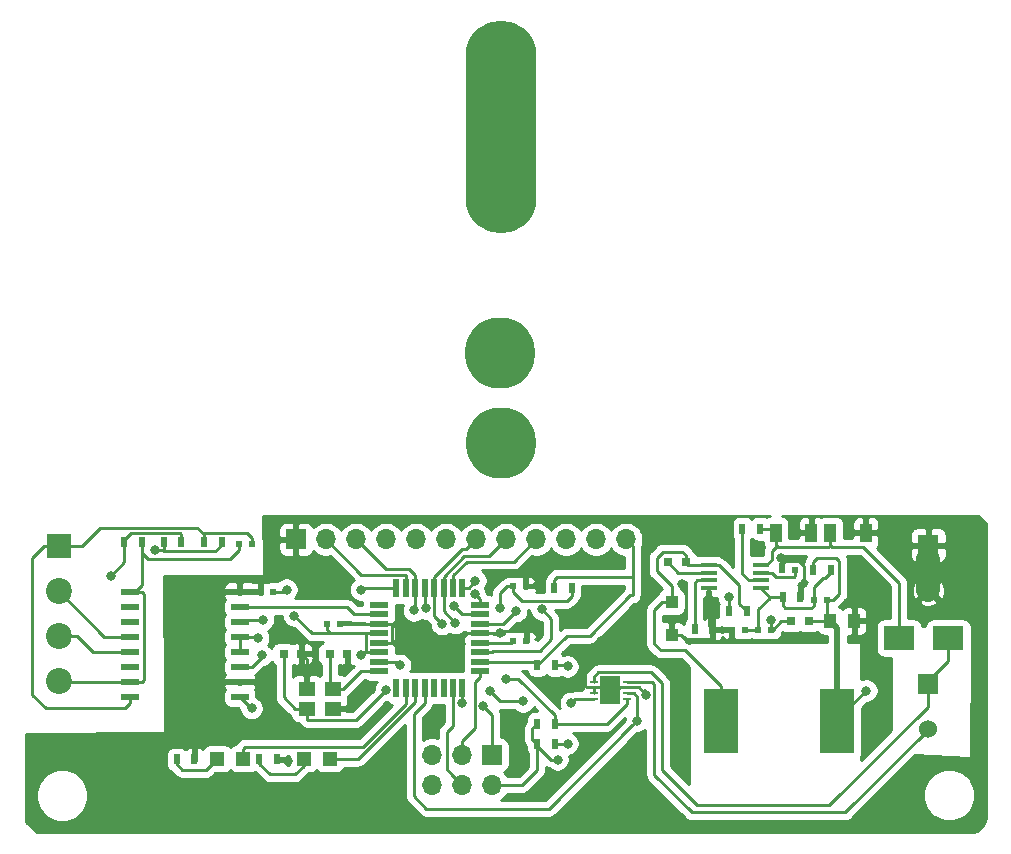
<source format=gbr>
G04 #@! TF.GenerationSoftware,KiCad,Pcbnew,(5.1.5)-3*
G04 #@! TF.CreationDate,2020-07-27T15:31:10+01:00*
G04 #@! TF.ProjectId,diyBMS-CurrentShunt,64697942-4d53-42d4-9375-7272656e7453,rev?*
G04 #@! TF.SameCoordinates,Original*
G04 #@! TF.FileFunction,Copper,L1,Top*
G04 #@! TF.FilePolarity,Positive*
%FSLAX46Y46*%
G04 Gerber Fmt 4.6, Leading zero omitted, Abs format (unit mm)*
G04 Created by KiCad (PCBNEW (5.1.5)-3) date 2020-07-27 15:31:10*
%MOMM*%
%LPD*%
G04 APERTURE LIST*
%ADD10O,6.000000X18.000000*%
%ADD11O,6.000000X6.000000*%
%ADD12R,1.200000X1.200000*%
%ADD13R,0.600000X0.500000*%
%ADD14C,2.200000*%
%ADD15R,2.000000X2.000000*%
%ADD16R,0.500000X0.900000*%
%ADD17R,1.700000X1.700000*%
%ADD18O,1.700000X1.700000*%
%ADD19R,0.800000X0.750000*%
%ADD20R,1.000000X1.250000*%
%ADD21R,1.000000X1.600000*%
%ADD22R,1.100000X1.100000*%
%ADD23R,2.650000X2.030000*%
%ADD24R,1.450000X0.450000*%
%ADD25R,1.500000X0.600000*%
%ADD26R,1.400000X1.200000*%
%ADD27R,1.600000X0.550000*%
%ADD28R,0.550000X1.600000*%
%ADD29R,0.700000X0.250000*%
%ADD30R,0.830000X1.190000*%
%ADD31C,1.524000*%
%ADD32R,1.800000X1.800000*%
%ADD33R,2.900000X5.400000*%
%ADD34C,0.800000*%
%ADD35C,0.250000*%
%ADD36C,2.000000*%
%ADD37C,0.500000*%
%ADD38C,0.254000*%
G04 APERTURE END LIST*
D10*
X108350000Y-43900000D03*
D11*
X108350000Y-70700000D03*
X108300000Y-63100000D03*
D12*
X86550000Y-97415000D03*
X84350000Y-97415000D03*
X93850000Y-97415000D03*
X91650000Y-97415000D03*
D13*
X93650000Y-86000000D03*
X94750000Y-86000000D03*
X109400000Y-87450000D03*
X110500000Y-87450000D03*
X86200000Y-79250000D03*
X87300000Y-79250000D03*
X88000000Y-83300000D03*
X89100000Y-83300000D03*
D14*
X70900000Y-90870000D03*
X70900000Y-87060000D03*
X70900000Y-83250000D03*
D15*
X70900000Y-79440000D03*
D16*
X128800000Y-77950000D03*
X130300000Y-77950000D03*
X124750000Y-86450000D03*
X126250000Y-86450000D03*
X127650000Y-84950000D03*
X129150000Y-84950000D03*
X80900000Y-97480000D03*
X82400000Y-97480000D03*
X112850000Y-82950000D03*
X114350000Y-82950000D03*
X111450000Y-89500000D03*
X112950000Y-89500000D03*
X87900000Y-97480000D03*
X89400000Y-97480000D03*
X132200000Y-83740000D03*
X133700000Y-83740000D03*
X134800000Y-81450000D03*
X136300000Y-81450000D03*
X111400000Y-96200000D03*
X112900000Y-96200000D03*
X111400000Y-94450000D03*
X112900000Y-94450000D03*
D17*
X91000000Y-78850000D03*
D18*
X93540000Y-78850000D03*
X96080000Y-78850000D03*
X98620000Y-78850000D03*
X101160000Y-78850000D03*
X103700000Y-78850000D03*
X106240000Y-78850000D03*
X108780000Y-78850000D03*
X111320000Y-78850000D03*
X113860000Y-78850000D03*
X116400000Y-78850000D03*
X118940000Y-78850000D03*
D13*
X134850000Y-83950000D03*
X135950000Y-83950000D03*
D19*
X134400000Y-85800000D03*
X132900000Y-85800000D03*
D13*
X127900000Y-86500000D03*
X129000000Y-86500000D03*
X130150000Y-86500000D03*
X131250000Y-86500000D03*
X109350000Y-82800000D03*
X110450000Y-82800000D03*
D19*
X95350000Y-88550000D03*
X93850000Y-88550000D03*
X124000000Y-80800000D03*
X122500000Y-80800000D03*
D13*
X132150000Y-81450000D03*
X133250000Y-81450000D03*
D20*
X136250000Y-85750000D03*
X138250000Y-85750000D03*
D19*
X91450000Y-88550000D03*
X89950000Y-88550000D03*
D21*
X136250000Y-78300000D03*
X139250000Y-78300000D03*
D22*
X122800000Y-84150000D03*
X122800000Y-86950000D03*
D23*
X146240000Y-87200000D03*
X142060000Y-87200000D03*
D24*
X125950000Y-81025000D03*
X125950000Y-81675000D03*
X125950000Y-82325000D03*
X125950000Y-82975000D03*
X130350000Y-82975000D03*
X130350000Y-82325000D03*
X130350000Y-81675000D03*
X130350000Y-81025000D03*
D25*
X86250000Y-92195000D03*
X86250000Y-90925000D03*
X86250000Y-89655000D03*
X86250000Y-88385000D03*
X86250000Y-87115000D03*
X86250000Y-85845000D03*
X86250000Y-84575000D03*
X86250000Y-83305000D03*
X76950000Y-83305000D03*
X76950000Y-84575000D03*
X76950000Y-85845000D03*
X76950000Y-87115000D03*
X76950000Y-88385000D03*
X76950000Y-89655000D03*
X76950000Y-90925000D03*
X76950000Y-92195000D03*
D17*
X107600000Y-97100000D03*
D18*
X107600000Y-99640000D03*
X105060000Y-97100000D03*
X105060000Y-99640000D03*
X102520000Y-97100000D03*
X102520000Y-99640000D03*
D26*
X91900000Y-93200000D03*
X94100000Y-93200000D03*
X94100000Y-91500000D03*
X91900000Y-91500000D03*
D27*
X98050000Y-84400000D03*
X98050000Y-85200000D03*
X98050000Y-86000000D03*
X98050000Y-86800000D03*
X98050000Y-87600000D03*
X98050000Y-88400000D03*
X98050000Y-89200000D03*
X98050000Y-90000000D03*
D28*
X99500000Y-91450000D03*
X100300000Y-91450000D03*
X101100000Y-91450000D03*
X101900000Y-91450000D03*
X102700000Y-91450000D03*
X103500000Y-91450000D03*
X104300000Y-91450000D03*
X105100000Y-91450000D03*
D27*
X106550000Y-90000000D03*
X106550000Y-89200000D03*
X106550000Y-88400000D03*
X106550000Y-87600000D03*
X106550000Y-86800000D03*
X106550000Y-86000000D03*
X106550000Y-85200000D03*
X106550000Y-84400000D03*
D28*
X105100000Y-82950000D03*
X104300000Y-82950000D03*
X103500000Y-82950000D03*
X102700000Y-82950000D03*
X101900000Y-82950000D03*
X101100000Y-82950000D03*
X100300000Y-82950000D03*
X99500000Y-82950000D03*
D16*
X76450000Y-79100000D03*
X77950000Y-79100000D03*
X83200000Y-79100000D03*
X84700000Y-79100000D03*
X79800000Y-79100000D03*
X81300000Y-79100000D03*
D21*
X131650000Y-78290000D03*
X134650000Y-78290000D03*
D29*
X116205000Y-90885000D03*
X116205000Y-91385000D03*
X116205000Y-91885000D03*
X116205000Y-92385000D03*
X119005000Y-92385000D03*
X119005000Y-91885000D03*
X119005000Y-91385000D03*
X119005000Y-90885000D03*
D30*
X118020000Y-92230000D03*
X118020000Y-91040000D03*
X117190000Y-92230000D03*
X117190000Y-91040000D03*
D31*
X144500000Y-94900000D03*
D32*
X144500000Y-91100000D03*
D33*
X126950000Y-94250000D03*
X136850000Y-94250000D03*
D31*
X144550000Y-83150000D03*
D32*
X144550000Y-79350000D03*
D34*
X117900000Y-92150000D03*
X117300000Y-91100000D03*
X139600000Y-85750000D03*
X141100000Y-80150000D03*
X141100000Y-79150000D03*
X130300000Y-79400000D03*
X111600000Y-82200000D03*
X100200000Y-88000000D03*
X95100000Y-89850000D03*
X96350000Y-92050000D03*
X91900000Y-89900000D03*
X82450000Y-88100000D03*
X82450000Y-89150000D03*
X90300000Y-97600000D03*
X118250000Y-86300000D03*
X114200000Y-85550000D03*
X123900000Y-92050000D03*
X112450000Y-99150000D03*
X113500000Y-99150000D03*
X111600000Y-86600000D03*
X117800000Y-80900000D03*
X107950000Y-82000000D03*
X116550000Y-83400000D03*
X124550000Y-77900000D03*
X121700000Y-77900000D03*
X123125000Y-77900000D03*
X118250000Y-87450000D03*
X104982687Y-87698177D03*
X101500000Y-89650000D03*
X102950000Y-89650000D03*
X104150000Y-89650000D03*
X91900000Y-82900000D03*
X92950000Y-82900000D03*
X138250000Y-84050000D03*
X120624979Y-92000000D03*
X116950000Y-99150000D03*
X118000000Y-99150000D03*
X123700000Y-82650000D03*
X132100000Y-80450000D03*
X102950000Y-93550000D03*
X109600000Y-94450000D03*
X108300000Y-86750000D03*
X123900000Y-91000000D03*
X120700000Y-83050000D03*
X116799989Y-87464395D03*
X99800000Y-89500000D03*
X98612929Y-91607920D03*
X87250000Y-93150000D03*
X96550000Y-88650000D03*
X113150000Y-97500000D03*
X139300000Y-91650000D03*
X90206232Y-83101433D03*
X90850000Y-85300010D03*
X101974990Y-84700000D03*
X108300001Y-84699999D03*
X127650004Y-83750000D03*
X131250000Y-85650000D03*
X75300000Y-81950000D03*
X79100000Y-79774990D03*
X104500000Y-85950000D03*
X108800000Y-90649996D03*
X103350000Y-86000000D03*
X110227798Y-92563432D03*
X114300000Y-92700000D03*
X114000000Y-96150000D03*
X107400000Y-91700000D03*
X114000000Y-89600000D03*
X119874990Y-94200000D03*
X105049989Y-92737027D03*
X106875010Y-92974990D03*
X100989357Y-84868967D03*
X88100000Y-88650000D03*
X88200000Y-85650000D03*
X87792885Y-87192885D03*
X96500000Y-83100000D03*
X104350000Y-84474990D03*
X106124990Y-83499996D03*
X106200000Y-82350000D03*
X111803562Y-84775010D03*
X109650000Y-84900000D03*
D35*
X116205000Y-91385000D02*
X116205000Y-91885000D01*
X117190000Y-91040000D02*
X118020000Y-91040000D01*
X118020000Y-92230000D02*
X117190000Y-92230000D01*
X117190000Y-91210000D02*
X117300000Y-91100000D01*
X117190000Y-92230000D02*
X117190000Y-91210000D01*
X118020000Y-92030000D02*
X117900000Y-92150000D01*
X118020000Y-91040000D02*
X118020000Y-92030000D01*
X116845000Y-91385000D02*
X117190000Y-91040000D01*
X116205000Y-91385000D02*
X116845000Y-91385000D01*
X118405000Y-91385000D02*
X119005000Y-91385000D01*
X118020000Y-91770000D02*
X118405000Y-91385000D01*
X118020000Y-92230000D02*
X118020000Y-91770000D01*
X99100000Y-86000000D02*
X98050000Y-86000000D01*
X99175001Y-86075001D02*
X99100000Y-86000000D01*
X99175001Y-87524999D02*
X99175001Y-86075001D01*
X99100000Y-87600000D02*
X99175001Y-87524999D01*
X98050000Y-87600000D02*
X99100000Y-87600000D01*
X91900000Y-89000000D02*
X91450000Y-88550000D01*
X91900000Y-91500000D02*
X91900000Y-89900000D01*
X111000000Y-82800000D02*
X111600000Y-82200000D01*
X110450000Y-82800000D02*
X111000000Y-82800000D01*
X87995000Y-83305000D02*
X88000000Y-83300000D01*
X86250000Y-83305000D02*
X87995000Y-83305000D01*
X91900000Y-89900000D02*
X91900000Y-89000000D01*
X94750000Y-86000000D02*
X98050000Y-86000000D01*
X105500000Y-86800000D02*
X104982687Y-87317313D01*
X104982687Y-87317313D02*
X104982687Y-87698177D01*
X106550000Y-86800000D02*
X105500000Y-86800000D01*
X134000000Y-82740000D02*
X133700000Y-83040000D01*
X132150000Y-80950000D02*
X132450000Y-80650000D01*
X134000000Y-81064998D02*
X134000000Y-82740000D01*
X132150000Y-81450000D02*
X132150000Y-80950000D01*
X133700000Y-83040000D02*
X133700000Y-83740000D01*
X132450000Y-80650000D02*
X133585002Y-80650000D01*
X133585002Y-80650000D02*
X134000000Y-81064998D01*
X126250000Y-86450000D02*
X127000000Y-86450000D01*
X119005000Y-91385000D02*
X120009979Y-91385000D01*
X120009979Y-91385000D02*
X120624979Y-92000000D01*
X127050000Y-86500000D02*
X127000000Y-86450000D01*
X127900000Y-86500000D02*
X127050000Y-86500000D01*
X125950000Y-86150000D02*
X125950000Y-82975000D01*
X126250000Y-86450000D02*
X125950000Y-86150000D01*
X126100000Y-87300000D02*
X123950000Y-87300000D01*
X123600000Y-86950000D02*
X122800000Y-86950000D01*
X123950000Y-87300000D02*
X123600000Y-86950000D01*
X126250000Y-86450000D02*
X126250000Y-87150000D01*
X126250000Y-87150000D02*
X126100000Y-87300000D01*
X132150000Y-81450000D02*
X132150000Y-80375010D01*
X132150000Y-80375010D02*
X132200000Y-80325010D01*
X111600000Y-86600000D02*
X108450000Y-86600000D01*
X106550000Y-86800000D02*
X108250000Y-86800000D01*
X108450000Y-86600000D02*
X108300000Y-86750000D01*
X108250000Y-86800000D02*
X108300000Y-86750000D01*
X115605000Y-91385000D02*
X115450000Y-91230000D01*
X115450000Y-91230000D02*
X115450000Y-88814384D01*
X116399990Y-87864394D02*
X116799989Y-87464395D01*
X116205000Y-91385000D02*
X115605000Y-91385000D01*
X115450000Y-88814384D02*
X116399990Y-87864394D01*
D36*
X144550000Y-80500000D02*
X144550000Y-83150000D01*
D35*
X144550000Y-79350000D02*
X144550000Y-80500000D01*
X121108004Y-90885000D02*
X119005000Y-90885000D01*
X121349989Y-91126985D02*
X121108004Y-90885000D01*
X144500000Y-94950000D02*
X137499978Y-101950022D01*
X137499978Y-101950022D02*
X124500022Y-101950022D01*
X144500000Y-94900000D02*
X144500000Y-94950000D01*
X124500022Y-101950022D02*
X121349989Y-98799989D01*
X121349989Y-98799989D02*
X121349989Y-91126985D01*
X144500000Y-90850000D02*
X144500000Y-91100000D01*
X146240000Y-87200000D02*
X146240000Y-89110000D01*
X146240000Y-89110000D02*
X144500000Y-90850000D01*
X121974999Y-91024999D02*
X121069999Y-90119999D01*
X144500000Y-93023002D02*
X136173002Y-101350000D01*
X124976998Y-101350000D02*
X121974999Y-98348001D01*
X116595001Y-90119999D02*
X116205000Y-90510000D01*
X121069999Y-90119999D02*
X116595001Y-90119999D01*
X144500000Y-91100000D02*
X144500000Y-93023002D01*
X121974999Y-98348001D02*
X121974999Y-91024999D01*
X136173002Y-101350000D02*
X124976998Y-101350000D01*
X116205000Y-90510000D02*
X116205000Y-90885000D01*
X90950000Y-93200000D02*
X91900000Y-93200000D01*
X89950000Y-92200000D02*
X90950000Y-93200000D01*
X89950000Y-88550000D02*
X89950000Y-92200000D01*
X99500000Y-89200000D02*
X99800000Y-89500000D01*
X98050000Y-89200000D02*
X99500000Y-89200000D01*
X91900000Y-94050000D02*
X91975001Y-94125001D01*
X91975001Y-94125001D02*
X96095848Y-94125001D01*
X91900000Y-93200000D02*
X91900000Y-94050000D01*
X96095848Y-94125001D02*
X98612929Y-91607920D01*
X136250000Y-85875000D02*
X136250000Y-85750000D01*
X134450000Y-85750000D02*
X134400000Y-85800000D01*
X136250000Y-85750000D02*
X134450000Y-85750000D01*
X111150000Y-89200000D02*
X111450000Y-89500000D01*
X106550000Y-89200000D02*
X111150000Y-89200000D01*
X96924999Y-86875001D02*
X97000000Y-86800000D01*
X96924999Y-88324999D02*
X96924999Y-86875001D01*
X97000000Y-88400000D02*
X96924999Y-88324999D01*
X98050000Y-88400000D02*
X97000000Y-88400000D01*
X87205000Y-93150000D02*
X86250000Y-92195000D01*
X87250000Y-93150000D02*
X87205000Y-93150000D01*
X96800000Y-88400000D02*
X98050000Y-88400000D01*
X96550000Y-88650000D02*
X96800000Y-88400000D01*
X97000000Y-86800000D02*
X98050000Y-86800000D01*
X93950000Y-86800000D02*
X97000000Y-86800000D01*
X93650000Y-86500000D02*
X93950000Y-86800000D01*
X93650000Y-86000000D02*
X93650000Y-86500000D01*
X111000000Y-94850000D02*
X111400000Y-94450000D01*
X111000000Y-95800000D02*
X111000000Y-94850000D01*
X111450000Y-96200000D02*
X111400000Y-96200000D01*
X111400000Y-96200000D02*
X111000000Y-95800000D01*
X111450000Y-96200000D02*
X111400000Y-96250000D01*
X136850000Y-94250000D02*
X136850000Y-91300000D01*
X119200000Y-79110000D02*
X118940000Y-78850000D01*
X118950000Y-78850000D02*
X118940000Y-78850000D01*
X119500000Y-83600000D02*
X119500000Y-79400000D01*
X119500000Y-79400000D02*
X118950000Y-78850000D01*
X112850000Y-82250000D02*
X112850000Y-82950000D01*
X113100000Y-82000000D02*
X112850000Y-82250000D01*
X119500000Y-81950000D02*
X119450000Y-82000000D01*
X119450000Y-82000000D02*
X113100000Y-82000000D01*
X111400000Y-96315685D02*
X112584315Y-97500000D01*
X111400000Y-96250000D02*
X111400000Y-96315685D01*
X112584315Y-97500000D02*
X113150000Y-97500000D01*
D37*
X136850000Y-86350000D02*
X136250000Y-85750000D01*
X136850000Y-94250000D02*
X136850000Y-86350000D01*
D35*
X137000000Y-83450000D02*
X136500000Y-83950000D01*
X134800000Y-81450000D02*
X134800000Y-80750000D01*
X136500000Y-83950000D02*
X135950000Y-83950000D01*
X134800000Y-80750000D02*
X135100000Y-80450000D01*
X137000000Y-80700000D02*
X137000000Y-83450000D01*
X136750000Y-80450000D02*
X137000000Y-80700000D01*
X135100000Y-80450000D02*
X136750000Y-80450000D01*
X119300000Y-83600000D02*
X119500000Y-83600000D01*
X115900000Y-87000000D02*
X119300000Y-83600000D01*
X111450000Y-89500000D02*
X113950000Y-87000000D01*
X113950000Y-87000000D02*
X115900000Y-87000000D01*
X110160000Y-99640000D02*
X107600000Y-99640000D01*
X111400000Y-96250000D02*
X111400000Y-98400000D01*
X111400000Y-98400000D02*
X110160000Y-99640000D01*
X139300000Y-91650000D02*
X136850000Y-94100000D01*
X136850000Y-94100000D02*
X136850000Y-94250000D01*
X135950000Y-85450000D02*
X135950000Y-83950000D01*
X136250000Y-85750000D02*
X135950000Y-85450000D01*
X89100000Y-83300000D02*
X90007665Y-83300000D01*
X90007665Y-83300000D02*
X90206232Y-83101433D01*
X98050000Y-86800000D02*
X92349990Y-86800000D01*
X92349990Y-86800000D02*
X90850000Y-85300010D01*
X133250000Y-81950000D02*
X133250000Y-81450000D01*
X133174999Y-82025001D02*
X133250000Y-81950000D01*
X131675001Y-82025001D02*
X133174999Y-82025001D01*
X131325000Y-81675000D02*
X131675001Y-82025001D01*
X130350000Y-81675000D02*
X131325000Y-81675000D01*
X123375000Y-81675000D02*
X125950000Y-81675000D01*
X122500000Y-80800000D02*
X123375000Y-81675000D01*
X124225000Y-81025000D02*
X125950000Y-81025000D01*
X124000000Y-80800000D02*
X124225000Y-81025000D01*
X126950000Y-91300000D02*
X126950000Y-94250000D01*
X123900000Y-88250000D02*
X126950000Y-91300000D01*
X122000000Y-84150000D02*
X121350000Y-84800000D01*
X122800000Y-84150000D02*
X122000000Y-84150000D01*
X121350000Y-84800000D02*
X121350000Y-87700000D01*
X121350000Y-87700000D02*
X121900000Y-88250000D01*
X121900000Y-88250000D02*
X123900000Y-88250000D01*
X124000000Y-80175000D02*
X124000000Y-80800000D01*
X123725000Y-79900000D02*
X124000000Y-80175000D01*
X122800000Y-82800000D02*
X121550000Y-81550000D01*
X122800000Y-84150000D02*
X122800000Y-82800000D01*
X121550000Y-81550000D02*
X121550000Y-80389998D01*
X121550000Y-80389998D02*
X122039998Y-79900000D01*
X122039998Y-79900000D02*
X123725000Y-79900000D01*
X128550000Y-84350000D02*
X129150000Y-84950000D01*
X128550000Y-82750000D02*
X128550000Y-84350000D01*
X125950000Y-81025000D02*
X126825000Y-81025000D01*
X126825000Y-81025000D02*
X128550000Y-82750000D01*
X93850000Y-91250000D02*
X94100000Y-91500000D01*
X93850000Y-88550000D02*
X93850000Y-91250000D01*
X96500000Y-90000000D02*
X98050000Y-90000000D01*
X94100000Y-91500000D02*
X95000000Y-91500000D01*
X95000000Y-91500000D02*
X96500000Y-90000000D01*
X101740000Y-97260000D02*
X102650000Y-97260000D01*
X101900000Y-82950000D02*
X101900000Y-84625010D01*
X101900000Y-84625010D02*
X101974990Y-84700000D01*
X109350000Y-83300000D02*
X110100000Y-84050000D01*
X109350000Y-82800000D02*
X109350000Y-83300000D01*
X110100000Y-84050000D02*
X113950000Y-84050000D01*
X114350000Y-83650000D02*
X114350000Y-82950000D01*
X113950000Y-84050000D02*
X114350000Y-83650000D01*
X109350000Y-82800000D02*
X108850000Y-82800000D01*
X108300001Y-83349999D02*
X108300001Y-84699999D01*
X108850000Y-82800000D02*
X108300001Y-83349999D01*
X134850000Y-84450000D02*
X134850000Y-83950000D01*
X132410000Y-84650000D02*
X132200000Y-84440000D01*
X132200000Y-84440000D02*
X132200000Y-83740000D01*
X134850000Y-84450000D02*
X134650000Y-84650000D01*
X134650000Y-84650000D02*
X132410000Y-84650000D01*
X131115000Y-83740000D02*
X132200000Y-83740000D01*
X136300000Y-81650000D02*
X136300000Y-81450000D01*
X135800000Y-82150000D02*
X136300000Y-81650000D01*
X134850000Y-82900000D02*
X135600000Y-82150000D01*
X135600000Y-82150000D02*
X135800000Y-82150000D01*
X134850000Y-83950000D02*
X134850000Y-82900000D01*
X129000000Y-86500000D02*
X130150000Y-86500000D01*
X130350000Y-82975000D02*
X131100000Y-83800000D01*
X131100000Y-83800000D02*
X131115000Y-83740000D01*
X130150000Y-86500000D02*
X130150000Y-84750000D01*
X130150000Y-84750000D02*
X131100000Y-83800000D01*
X132900000Y-85800000D02*
X132050000Y-85800000D01*
X131350000Y-86500000D02*
X131250000Y-86500000D01*
X132050000Y-85800000D02*
X131350000Y-86500000D01*
X127650000Y-83750004D02*
X127650004Y-83750000D01*
X127650000Y-84950000D02*
X127650000Y-83750004D01*
X131250000Y-86500000D02*
X131250000Y-85650000D01*
X81300000Y-78400000D02*
X81300000Y-79100000D01*
X81224999Y-78324999D02*
X81300000Y-78400000D01*
X77025001Y-78324999D02*
X81224999Y-78324999D01*
X76450000Y-78900000D02*
X77025001Y-78324999D01*
X76450000Y-79100000D02*
X76450000Y-78900000D01*
X73780634Y-88385000D02*
X76950000Y-88385000D01*
X72455634Y-87060000D02*
X73780634Y-88385000D01*
X70900000Y-87060000D02*
X72455634Y-87060000D01*
X76450000Y-79100000D02*
X76450000Y-80800000D01*
X76450000Y-80800000D02*
X75300000Y-81950000D01*
X79875001Y-79875001D02*
X84124999Y-79875001D01*
X84124999Y-79875001D02*
X84700000Y-79300000D01*
X84700000Y-79300000D02*
X84700000Y-79100000D01*
X79800000Y-79800000D02*
X79875001Y-79875001D01*
X74765000Y-87115000D02*
X76950000Y-87115000D01*
X70900000Y-83250000D02*
X74765000Y-87115000D01*
X79800000Y-79800000D02*
X79774990Y-79774990D01*
X79774990Y-79774990D02*
X79100000Y-79774990D01*
X79800000Y-79100000D02*
X79800000Y-79800000D01*
X107355013Y-80274987D02*
X108780000Y-78850000D01*
X103500000Y-82950000D02*
X103500000Y-82036410D01*
X105261423Y-80274987D02*
X107355013Y-80274987D01*
X103500000Y-82036410D02*
X105261423Y-80274987D01*
X103500000Y-82950000D02*
X103500000Y-84950000D01*
X103500000Y-84950000D02*
X104500000Y-85950000D01*
X113400000Y-94450000D02*
X112900000Y-94450000D01*
X119005000Y-92385000D02*
X119005000Y-92760000D01*
X119005000Y-92760000D02*
X117302339Y-94462661D01*
X113412661Y-94462661D02*
X113400000Y-94450000D01*
X117302339Y-94462661D02*
X113412661Y-94462661D01*
X109799996Y-90649996D02*
X108800000Y-90649996D01*
X112900000Y-94450000D02*
X112900000Y-93750000D01*
X112900000Y-93750000D02*
X109799996Y-90649996D01*
X105390001Y-79699999D02*
X106240000Y-78850000D01*
X105050001Y-79699999D02*
X105390001Y-79699999D01*
X102700000Y-82950000D02*
X102700000Y-82050000D01*
X102700000Y-82050000D02*
X105050001Y-79699999D01*
X102700000Y-82950000D02*
X102700000Y-85350000D01*
X102700000Y-85350000D02*
X103350000Y-86000000D01*
X114615000Y-92385000D02*
X114300000Y-92700000D01*
X116205000Y-92385000D02*
X114615000Y-92385000D01*
X112950000Y-96200000D02*
X113000000Y-96150000D01*
X113000000Y-96150000D02*
X113434315Y-96150000D01*
X113434315Y-96150000D02*
X114000000Y-96150000D01*
X110227798Y-92563432D02*
X108263432Y-92563432D01*
X108263432Y-92563432D02*
X107400000Y-91700000D01*
X91650000Y-97415000D02*
X91950000Y-97415000D01*
X91650000Y-98000000D02*
X91650000Y-97415000D01*
X90900000Y-98750000D02*
X91650000Y-98000000D01*
X88800000Y-98750000D02*
X90900000Y-98750000D01*
X87900000Y-97480000D02*
X87900000Y-97850000D01*
X87900000Y-97850000D02*
X88800000Y-98750000D01*
X113900000Y-89500000D02*
X114000000Y-89600000D01*
X112950000Y-89500000D02*
X113900000Y-89500000D01*
X119005000Y-91885000D02*
X119605000Y-91885000D01*
X101900000Y-91450000D02*
X101900000Y-92700000D01*
X112424990Y-101650000D02*
X119474991Y-94599999D01*
X101900000Y-92700000D02*
X101000000Y-93600000D01*
X119474991Y-94599999D02*
X119874990Y-94200000D01*
X101000000Y-100600000D02*
X102050000Y-101650000D01*
X101000000Y-93600000D02*
X101000000Y-100600000D01*
X119874990Y-93634315D02*
X119874990Y-94200000D01*
X102050000Y-101650000D02*
X112424990Y-101650000D01*
X119605000Y-91885000D02*
X119874990Y-92154990D01*
X119874990Y-92154990D02*
X119874990Y-93634315D01*
X83415000Y-98350000D02*
X84350000Y-97415000D01*
X84350000Y-97415000D02*
X84650000Y-97415000D01*
X81350000Y-98350000D02*
X83415000Y-98350000D01*
X80900000Y-97200000D02*
X80900000Y-97900000D01*
X80900000Y-97900000D02*
X81350000Y-98350000D01*
X86550000Y-97415000D02*
X86250000Y-97415000D01*
X96663590Y-96400000D02*
X86715000Y-96400000D01*
X100300000Y-91450000D02*
X100300000Y-92763590D01*
X86550000Y-96565000D02*
X86550000Y-97415000D01*
X86715000Y-96400000D02*
X86550000Y-96565000D01*
X100300000Y-92763590D02*
X96663590Y-96400000D01*
X93553206Y-97415000D02*
X94053206Y-97415000D01*
X101100000Y-92600000D02*
X101100000Y-91450000D01*
X93850000Y-97415000D02*
X96285000Y-97415000D01*
X96285000Y-97415000D02*
X101100000Y-92600000D01*
X104210001Y-98790001D02*
X105060000Y-99640000D01*
X103750000Y-95200000D02*
X103750000Y-98330000D01*
X104300000Y-91450000D02*
X104300000Y-94650000D01*
X103750000Y-98330000D02*
X104210001Y-98790001D01*
X104300000Y-94650000D02*
X103750000Y-95200000D01*
X105100000Y-92687016D02*
X105049989Y-92737027D01*
X105100000Y-91450000D02*
X105100000Y-92687016D01*
X107600000Y-97100000D02*
X107600000Y-93699980D01*
X107600000Y-93699980D02*
X106875010Y-92974990D01*
X106150000Y-90925000D02*
X106550000Y-90525000D01*
X105060000Y-95897919D02*
X106150000Y-94807919D01*
X105060000Y-97100000D02*
X105060000Y-95897919D01*
X106550000Y-90525000D02*
X106550000Y-90000000D01*
X106150000Y-94807919D02*
X106150000Y-90925000D01*
X101100000Y-82950000D02*
X101100000Y-84758324D01*
X101100000Y-84758324D02*
X100989357Y-84868967D01*
X100574988Y-81374988D02*
X101100000Y-81900000D01*
X101100000Y-81900000D02*
X101100000Y-82950000D01*
X96080000Y-78850000D02*
X98604988Y-81374988D01*
X98604988Y-81374988D02*
X100574988Y-81374988D01*
X86250000Y-89655000D02*
X87250000Y-89655000D01*
X87250000Y-89655000D02*
X88100000Y-88805000D01*
X88100000Y-88805000D02*
X88100000Y-88650000D01*
X100224999Y-81824999D02*
X96514999Y-81824999D01*
X96514999Y-81824999D02*
X93540000Y-78850000D01*
X100300000Y-82950000D02*
X100300000Y-81900000D01*
X100300000Y-81900000D02*
X100224999Y-81824999D01*
X86445000Y-85650000D02*
X86250000Y-85845000D01*
X88200000Y-85650000D02*
X86445000Y-85650000D01*
X86250000Y-88385000D02*
X86250000Y-87115000D01*
X86250000Y-87115000D02*
X87715000Y-87115000D01*
X87715000Y-87115000D02*
X87792885Y-87192885D01*
X96650000Y-82950000D02*
X96500000Y-83100000D01*
X99500000Y-82950000D02*
X96650000Y-82950000D01*
X106550000Y-85200000D02*
X105075010Y-85200000D01*
X105075010Y-85200000D02*
X104350000Y-84474990D01*
X106550000Y-83875000D02*
X106174996Y-83499996D01*
X106174996Y-83499996D02*
X106124990Y-83499996D01*
X106550000Y-84400000D02*
X106550000Y-83875000D01*
X106200000Y-82375000D02*
X106200000Y-82350000D01*
X105100000Y-82950000D02*
X105625000Y-82950000D01*
X105625000Y-82950000D02*
X106200000Y-82375000D01*
X104300000Y-82950000D02*
X104300000Y-81872822D01*
X109445002Y-80724998D02*
X111320000Y-78850000D01*
X105447823Y-80724998D02*
X109445002Y-80724998D01*
X104300000Y-81872822D02*
X105447823Y-80724998D01*
X112598002Y-85569450D02*
X111803562Y-84775010D01*
X106550000Y-88400000D02*
X107600000Y-88400000D01*
X107724998Y-88275002D02*
X111624998Y-88275002D01*
X111624998Y-88275002D02*
X112598002Y-87301998D01*
X107600000Y-88400000D02*
X107724998Y-88275002D01*
X112598002Y-87301998D02*
X112598002Y-85569450D01*
X106550000Y-86000000D02*
X108550000Y-86000000D01*
X108550000Y-86000000D02*
X109650000Y-84900000D01*
X131310000Y-77950000D02*
X131650000Y-78290000D01*
X130300000Y-77950000D02*
X131310000Y-77950000D01*
X131725001Y-79415001D02*
X131650000Y-79340000D01*
X131650000Y-79340000D02*
X131650000Y-78290000D01*
X136250000Y-78300000D02*
X136250000Y-79350000D01*
X131325000Y-79815002D02*
X131725001Y-79415001D01*
X131325000Y-80550000D02*
X131325000Y-79815002D01*
X130350000Y-81025000D02*
X130850000Y-81025000D01*
X130850000Y-81025000D02*
X131325000Y-80550000D01*
X131810000Y-79500000D02*
X131725001Y-79415001D01*
X136250000Y-79350000D02*
X136100000Y-79500000D01*
X136100000Y-79500000D02*
X131810000Y-79500000D01*
X142060000Y-82510000D02*
X142060000Y-87200000D01*
X139050000Y-79500000D02*
X142060000Y-82510000D01*
X136250000Y-79350000D02*
X136400000Y-79500000D01*
X136400000Y-79500000D02*
X139050000Y-79500000D01*
X124975000Y-82325000D02*
X124750000Y-82550000D01*
X124750000Y-82550000D02*
X124750000Y-86450000D01*
X125950000Y-82325000D02*
X124975000Y-82325000D01*
X129375000Y-82325000D02*
X130350000Y-82325000D01*
X128800000Y-77950000D02*
X128800000Y-81750000D01*
X128800000Y-81750000D02*
X129375000Y-82325000D01*
X95950000Y-85200000D02*
X98050000Y-85200000D01*
X95325000Y-84575000D02*
X95950000Y-85200000D01*
X86250000Y-84575000D02*
X95325000Y-84575000D01*
X86874999Y-78324999D02*
X87300000Y-78750000D01*
X83275001Y-78324999D02*
X86874999Y-78324999D01*
X87300000Y-78750000D02*
X87300000Y-79250000D01*
X83200000Y-78400000D02*
X83275001Y-78324999D01*
X83200000Y-79100000D02*
X83200000Y-78400000D01*
X83200000Y-78400000D02*
X82650000Y-77850000D01*
X74450000Y-77850000D02*
X72860000Y-79440000D01*
X72860000Y-79440000D02*
X70900000Y-79440000D01*
X82650000Y-77850000D02*
X74450000Y-77850000D01*
X69650000Y-79440000D02*
X70900000Y-79440000D01*
X68650000Y-80440000D02*
X69650000Y-79440000D01*
X76950000Y-92745000D02*
X76545000Y-93150000D01*
X68650000Y-92000000D02*
X68650000Y-80440000D01*
X76950000Y-92195000D02*
X76950000Y-92745000D01*
X76545000Y-93150000D02*
X69800000Y-93150000D01*
X69800000Y-93150000D02*
X68650000Y-92000000D01*
X77400000Y-83305000D02*
X76950000Y-83305000D01*
X77950000Y-82755000D02*
X77400000Y-83305000D01*
X77950000Y-79100000D02*
X77950000Y-82755000D01*
X70955000Y-90925000D02*
X70900000Y-90870000D01*
X76950000Y-90925000D02*
X70955000Y-90925000D01*
X77950000Y-83305000D02*
X76950000Y-83305000D01*
X78150000Y-83505000D02*
X77950000Y-83305000D01*
X78150000Y-90725000D02*
X78150000Y-83505000D01*
X76950000Y-90925000D02*
X77950000Y-90925000D01*
X77950000Y-90925000D02*
X78150000Y-90725000D01*
X77950000Y-79973004D02*
X77950000Y-79100000D01*
X78476996Y-80500000D02*
X77950000Y-79973004D01*
X85450000Y-80500000D02*
X78476996Y-80500000D01*
X86200000Y-79250000D02*
X86200000Y-79750000D01*
X86200000Y-79750000D02*
X85450000Y-80500000D01*
X109250000Y-87600000D02*
X109400000Y-87450000D01*
X106550000Y-87600000D02*
X109250000Y-87600000D01*
D38*
G36*
X149390000Y-77471086D02*
G01*
X149390001Y-102417711D01*
X149364232Y-102680523D01*
X149297283Y-102902269D01*
X149266581Y-102960011D01*
X148698940Y-103523000D01*
X148659917Y-103544100D01*
X148438644Y-103612595D01*
X148177902Y-103640000D01*
X69332279Y-103640000D01*
X69069477Y-103614232D01*
X68960439Y-103581311D01*
X68169932Y-102793722D01*
X68137405Y-102688644D01*
X68122363Y-102545528D01*
X68114173Y-100329872D01*
X68965000Y-100329872D01*
X68965000Y-100770128D01*
X69050890Y-101201925D01*
X69219369Y-101608669D01*
X69463962Y-101974729D01*
X69775271Y-102286038D01*
X70141331Y-102530631D01*
X70548075Y-102699110D01*
X70979872Y-102785000D01*
X71420128Y-102785000D01*
X71851925Y-102699110D01*
X72258669Y-102530631D01*
X72624729Y-102286038D01*
X72936038Y-101974729D01*
X73180631Y-101608669D01*
X73349110Y-101201925D01*
X73435000Y-100770128D01*
X73435000Y-100329872D01*
X73349110Y-99898075D01*
X73180631Y-99491331D01*
X72936038Y-99125271D01*
X72624729Y-98813962D01*
X72258669Y-98569369D01*
X71851925Y-98400890D01*
X71420128Y-98315000D01*
X70979872Y-98315000D01*
X70548075Y-98400890D01*
X70141331Y-98569369D01*
X69775271Y-98813962D01*
X69463962Y-99125271D01*
X69219369Y-99491331D01*
X69050890Y-99898075D01*
X68965000Y-100329872D01*
X68114173Y-100329872D01*
X68110000Y-99201340D01*
X68110000Y-95336067D01*
X79814536Y-95212407D01*
X79838888Y-95209788D01*
X79862658Y-95202385D01*
X79884528Y-95190488D01*
X79903656Y-95174552D01*
X79919308Y-95155191D01*
X79930882Y-95133149D01*
X79937933Y-95109272D01*
X79940191Y-95084478D01*
X79911750Y-91225000D01*
X84861928Y-91225000D01*
X84874188Y-91349482D01*
X84910498Y-91469180D01*
X84959043Y-91560000D01*
X84910498Y-91650820D01*
X84874188Y-91770518D01*
X84861928Y-91895000D01*
X84861928Y-92495000D01*
X84874188Y-92619482D01*
X84910498Y-92739180D01*
X84969463Y-92849494D01*
X85048815Y-92946185D01*
X85145506Y-93025537D01*
X85255820Y-93084502D01*
X85375518Y-93120812D01*
X85500000Y-93133072D01*
X86113271Y-93133072D01*
X86215000Y-93234802D01*
X86215000Y-93251939D01*
X86254774Y-93451898D01*
X86332795Y-93640256D01*
X86446063Y-93809774D01*
X86590226Y-93953937D01*
X86759744Y-94067205D01*
X86948102Y-94145226D01*
X87148061Y-94185000D01*
X87351939Y-94185000D01*
X87551898Y-94145226D01*
X87740256Y-94067205D01*
X87909774Y-93953937D01*
X88053937Y-93809774D01*
X88167205Y-93640256D01*
X88245226Y-93451898D01*
X88285000Y-93251939D01*
X88285000Y-93048061D01*
X88245226Y-92848102D01*
X88167205Y-92659744D01*
X88053937Y-92490226D01*
X87909774Y-92346063D01*
X87740256Y-92232795D01*
X87638072Y-92190469D01*
X87638072Y-91895000D01*
X87625812Y-91770518D01*
X87589502Y-91650820D01*
X87540957Y-91560000D01*
X87589502Y-91469180D01*
X87625812Y-91349482D01*
X87638072Y-91225000D01*
X87635000Y-91210750D01*
X87476250Y-91052000D01*
X86377000Y-91052000D01*
X86377000Y-91072000D01*
X86123000Y-91072000D01*
X86123000Y-91052000D01*
X85023750Y-91052000D01*
X84865000Y-91210750D01*
X84861928Y-91225000D01*
X79911750Y-91225000D01*
X79851175Y-83005000D01*
X84861928Y-83005000D01*
X84865000Y-83019250D01*
X85023750Y-83178000D01*
X86123000Y-83178000D01*
X86123000Y-82528750D01*
X86377000Y-82528750D01*
X86377000Y-83178000D01*
X87476250Y-83178000D01*
X87477250Y-83177000D01*
X87873000Y-83177000D01*
X87873000Y-82573750D01*
X87714250Y-82415000D01*
X87591643Y-82421196D01*
X87471051Y-82454418D01*
X87383570Y-82498325D01*
X87354494Y-82474463D01*
X87244180Y-82415498D01*
X87124482Y-82379188D01*
X87000000Y-82366928D01*
X86535750Y-82370000D01*
X86377000Y-82528750D01*
X86123000Y-82528750D01*
X85964250Y-82370000D01*
X85500000Y-82366928D01*
X85375518Y-82379188D01*
X85255820Y-82415498D01*
X85145506Y-82474463D01*
X85048815Y-82553815D01*
X84969463Y-82650506D01*
X84910498Y-82760820D01*
X84874188Y-82880518D01*
X84861928Y-83005000D01*
X79851175Y-83005000D01*
X79843160Y-81917408D01*
X88163813Y-81939538D01*
X88190673Y-81936738D01*
X88214394Y-81929177D01*
X88236184Y-81917134D01*
X88255205Y-81901071D01*
X88270728Y-81881606D01*
X88282154Y-81859487D01*
X88289046Y-81835564D01*
X88291138Y-81810755D01*
X88261507Y-79700000D01*
X89511928Y-79700000D01*
X89524188Y-79824482D01*
X89560498Y-79944180D01*
X89619463Y-80054494D01*
X89698815Y-80151185D01*
X89795506Y-80230537D01*
X89905820Y-80289502D01*
X90025518Y-80325812D01*
X90150000Y-80338072D01*
X90714250Y-80335000D01*
X90873000Y-80176250D01*
X90873000Y-78977000D01*
X89673750Y-78977000D01*
X89515000Y-79135750D01*
X89511928Y-79700000D01*
X88261507Y-79700000D01*
X88237642Y-78000000D01*
X89511928Y-78000000D01*
X89515000Y-78564250D01*
X89673750Y-78723000D01*
X90873000Y-78723000D01*
X90873000Y-77523750D01*
X90714250Y-77365000D01*
X90150000Y-77361928D01*
X90025518Y-77374188D01*
X89905820Y-77410498D01*
X89795506Y-77469463D01*
X89698815Y-77548815D01*
X89619463Y-77645506D01*
X89560498Y-77755820D01*
X89524188Y-77875518D01*
X89511928Y-78000000D01*
X88237642Y-78000000D01*
X88221767Y-76869248D01*
X131140373Y-76852876D01*
X131025518Y-76864188D01*
X130905820Y-76900498D01*
X130840646Y-76935335D01*
X130794180Y-76910498D01*
X130674482Y-76874188D01*
X130550000Y-76861928D01*
X130050000Y-76861928D01*
X129925518Y-76874188D01*
X129805820Y-76910498D01*
X129695506Y-76969463D01*
X129598815Y-77048815D01*
X129550000Y-77108296D01*
X129501185Y-77048815D01*
X129404494Y-76969463D01*
X129294180Y-76910498D01*
X129174482Y-76874188D01*
X129050000Y-76861928D01*
X128550000Y-76861928D01*
X128425518Y-76874188D01*
X128305820Y-76910498D01*
X128195506Y-76969463D01*
X128098815Y-77048815D01*
X128019463Y-77145506D01*
X127960498Y-77255820D01*
X127924188Y-77375518D01*
X127911928Y-77500000D01*
X127911928Y-78400000D01*
X127924188Y-78524482D01*
X127960498Y-78644180D01*
X128019463Y-78754494D01*
X128040000Y-78779519D01*
X128040001Y-81165199D01*
X127388803Y-80514002D01*
X127365001Y-80484999D01*
X127249276Y-80390026D01*
X127117247Y-80319454D01*
X127074671Y-80306539D01*
X127029494Y-80269463D01*
X126919180Y-80210498D01*
X126799482Y-80174188D01*
X126675000Y-80161928D01*
X125225000Y-80161928D01*
X125100518Y-80174188D01*
X124997015Y-80205585D01*
X124989502Y-80180820D01*
X124930537Y-80070506D01*
X124851185Y-79973815D01*
X124754494Y-79894463D01*
X124694730Y-79862518D01*
X124634974Y-79750724D01*
X124540001Y-79634999D01*
X124510998Y-79611197D01*
X124288804Y-79389003D01*
X124265001Y-79359999D01*
X124149276Y-79265026D01*
X124017247Y-79194454D01*
X123873986Y-79150997D01*
X123762333Y-79140000D01*
X123762322Y-79140000D01*
X123725000Y-79136324D01*
X123687678Y-79140000D01*
X122077321Y-79140000D01*
X122039998Y-79136324D01*
X122002675Y-79140000D01*
X122002665Y-79140000D01*
X121891012Y-79150997D01*
X121747751Y-79194454D01*
X121615722Y-79265026D01*
X121499997Y-79359999D01*
X121476194Y-79389003D01*
X121038998Y-79826199D01*
X121010000Y-79849997D01*
X120986202Y-79878995D01*
X120986201Y-79878996D01*
X120915026Y-79965722D01*
X120844454Y-80097752D01*
X120821268Y-80174188D01*
X120800998Y-80241012D01*
X120792646Y-80325812D01*
X120786324Y-80389998D01*
X120790001Y-80427330D01*
X120790000Y-81512677D01*
X120786324Y-81550000D01*
X120790000Y-81587322D01*
X120790000Y-81587332D01*
X120800997Y-81698985D01*
X120839903Y-81827244D01*
X120844454Y-81842246D01*
X120915026Y-81974276D01*
X120944777Y-82010527D01*
X121009999Y-82090001D01*
X121039003Y-82113804D01*
X121960122Y-83034924D01*
X121895506Y-83069463D01*
X121798815Y-83148815D01*
X121719463Y-83245506D01*
X121660498Y-83355820D01*
X121624188Y-83475518D01*
X121622774Y-83489877D01*
X121575724Y-83515026D01*
X121459999Y-83609999D01*
X121436200Y-83638998D01*
X120839002Y-84236197D01*
X120809999Y-84259999D01*
X120764840Y-84315026D01*
X120715026Y-84375724D01*
X120657812Y-84482764D01*
X120644454Y-84507754D01*
X120600997Y-84651015D01*
X120590000Y-84762668D01*
X120590000Y-84762678D01*
X120586324Y-84800000D01*
X120590000Y-84837323D01*
X120590001Y-87662668D01*
X120586324Y-87700000D01*
X120590001Y-87737333D01*
X120596272Y-87800997D01*
X120600998Y-87848985D01*
X120644454Y-87992246D01*
X120715026Y-88124276D01*
X120767415Y-88188111D01*
X120810000Y-88240001D01*
X120838997Y-88263798D01*
X121336205Y-88761007D01*
X121359999Y-88790001D01*
X121388992Y-88813795D01*
X121388996Y-88813799D01*
X121451417Y-88865026D01*
X121475724Y-88884974D01*
X121607753Y-88955546D01*
X121751014Y-88999003D01*
X121862667Y-89010000D01*
X121862676Y-89010000D01*
X121899999Y-89013676D01*
X121937322Y-89010000D01*
X123585199Y-89010000D01*
X124255500Y-89680302D01*
X124293042Y-99591242D01*
X122734999Y-98033200D01*
X122734999Y-91062321D01*
X122738675Y-91024998D01*
X122734999Y-90987675D01*
X122734999Y-90987666D01*
X122724002Y-90876013D01*
X122680545Y-90732752D01*
X122609973Y-90600723D01*
X122515000Y-90484998D01*
X122486002Y-90461200D01*
X121633802Y-89609001D01*
X121610000Y-89579998D01*
X121494275Y-89485025D01*
X121362246Y-89414453D01*
X121218985Y-89370996D01*
X121107332Y-89359999D01*
X121107321Y-89359999D01*
X121069999Y-89356323D01*
X121032677Y-89359999D01*
X116632326Y-89359999D01*
X116595001Y-89356323D01*
X116557676Y-89359999D01*
X116557668Y-89359999D01*
X116446015Y-89370996D01*
X116302754Y-89414453D01*
X116170725Y-89485025D01*
X116055000Y-89579998D01*
X116031197Y-89609002D01*
X115694003Y-89946196D01*
X115664999Y-89969999D01*
X115628050Y-90015022D01*
X115570026Y-90085724D01*
X115505979Y-90205546D01*
X115499454Y-90217754D01*
X115494376Y-90234494D01*
X115403815Y-90308815D01*
X115324463Y-90405506D01*
X115265498Y-90515820D01*
X115229188Y-90635518D01*
X115216928Y-90760000D01*
X115216928Y-91010000D01*
X115229188Y-91134482D01*
X115230349Y-91138309D01*
X115220000Y-91226250D01*
X115285672Y-91291922D01*
X115324463Y-91364494D01*
X115340575Y-91384127D01*
X115333591Y-91392211D01*
X115283807Y-91479943D01*
X115220000Y-91543750D01*
X115229562Y-91625000D01*
X114652322Y-91625000D01*
X114614999Y-91621324D01*
X114577676Y-91625000D01*
X114577667Y-91625000D01*
X114466014Y-91635997D01*
X114370402Y-91665000D01*
X114198061Y-91665000D01*
X113998102Y-91704774D01*
X113809744Y-91782795D01*
X113640226Y-91896063D01*
X113496063Y-92040226D01*
X113382795Y-92209744D01*
X113304774Y-92398102D01*
X113265000Y-92598061D01*
X113265000Y-92801939D01*
X113304774Y-93001898D01*
X113359981Y-93135179D01*
X110363800Y-90138999D01*
X110339997Y-90109995D01*
X110224272Y-90015022D01*
X110121335Y-89960000D01*
X110562913Y-89960000D01*
X110574188Y-90074482D01*
X110610498Y-90194180D01*
X110669463Y-90304494D01*
X110748815Y-90401185D01*
X110845506Y-90480537D01*
X110955820Y-90539502D01*
X111075518Y-90575812D01*
X111200000Y-90588072D01*
X111700000Y-90588072D01*
X111824482Y-90575812D01*
X111944180Y-90539502D01*
X112054494Y-90480537D01*
X112151185Y-90401185D01*
X112200000Y-90341704D01*
X112248815Y-90401185D01*
X112345506Y-90480537D01*
X112455820Y-90539502D01*
X112575518Y-90575812D01*
X112700000Y-90588072D01*
X113200000Y-90588072D01*
X113324482Y-90575812D01*
X113444180Y-90539502D01*
X113499144Y-90510123D01*
X113509744Y-90517205D01*
X113698102Y-90595226D01*
X113898061Y-90635000D01*
X114101939Y-90635000D01*
X114301898Y-90595226D01*
X114490256Y-90517205D01*
X114659774Y-90403937D01*
X114803937Y-90259774D01*
X114917205Y-90090256D01*
X114995226Y-89901898D01*
X115035000Y-89701939D01*
X115035000Y-89498061D01*
X114995226Y-89298102D01*
X114917205Y-89109744D01*
X114803937Y-88940226D01*
X114659774Y-88796063D01*
X114490256Y-88682795D01*
X114301898Y-88604774D01*
X114101939Y-88565000D01*
X113898061Y-88565000D01*
X113698102Y-88604774D01*
X113666737Y-88617766D01*
X113651185Y-88598815D01*
X113554494Y-88519463D01*
X113522461Y-88502341D01*
X114264802Y-87760000D01*
X115862678Y-87760000D01*
X115900000Y-87763676D01*
X115937322Y-87760000D01*
X115937333Y-87760000D01*
X116048986Y-87749003D01*
X116192247Y-87705546D01*
X116324276Y-87634974D01*
X116440001Y-87540001D01*
X116463804Y-87510997D01*
X119623266Y-84351536D01*
X119648986Y-84349003D01*
X119792247Y-84305546D01*
X119924276Y-84234974D01*
X120040001Y-84140001D01*
X120134974Y-84024276D01*
X120205546Y-83892247D01*
X120249003Y-83748986D01*
X120263677Y-83600000D01*
X120260000Y-83562667D01*
X120260000Y-81987325D01*
X120263676Y-81950000D01*
X120260000Y-81912675D01*
X120260000Y-79543730D01*
X120367932Y-79283158D01*
X120425000Y-78996260D01*
X120425000Y-78703740D01*
X120367932Y-78416842D01*
X120255990Y-78146589D01*
X120093475Y-77903368D01*
X119886632Y-77696525D01*
X119643411Y-77534010D01*
X119373158Y-77422068D01*
X119086260Y-77365000D01*
X118793740Y-77365000D01*
X118506842Y-77422068D01*
X118236589Y-77534010D01*
X117993368Y-77696525D01*
X117786525Y-77903368D01*
X117670000Y-78077760D01*
X117553475Y-77903368D01*
X117346632Y-77696525D01*
X117103411Y-77534010D01*
X116833158Y-77422068D01*
X116546260Y-77365000D01*
X116253740Y-77365000D01*
X115966842Y-77422068D01*
X115696589Y-77534010D01*
X115453368Y-77696525D01*
X115246525Y-77903368D01*
X115130000Y-78077760D01*
X115013475Y-77903368D01*
X114806632Y-77696525D01*
X114563411Y-77534010D01*
X114293158Y-77422068D01*
X114006260Y-77365000D01*
X113713740Y-77365000D01*
X113426842Y-77422068D01*
X113156589Y-77534010D01*
X112913368Y-77696525D01*
X112706525Y-77903368D01*
X112590000Y-78077760D01*
X112473475Y-77903368D01*
X112266632Y-77696525D01*
X112023411Y-77534010D01*
X111753158Y-77422068D01*
X111466260Y-77365000D01*
X111173740Y-77365000D01*
X110886842Y-77422068D01*
X110616589Y-77534010D01*
X110373368Y-77696525D01*
X110166525Y-77903368D01*
X110050000Y-78077760D01*
X109933475Y-77903368D01*
X109726632Y-77696525D01*
X109483411Y-77534010D01*
X109213158Y-77422068D01*
X108926260Y-77365000D01*
X108633740Y-77365000D01*
X108346842Y-77422068D01*
X108076589Y-77534010D01*
X107833368Y-77696525D01*
X107626525Y-77903368D01*
X107510000Y-78077760D01*
X107393475Y-77903368D01*
X107186632Y-77696525D01*
X106943411Y-77534010D01*
X106673158Y-77422068D01*
X106386260Y-77365000D01*
X106093740Y-77365000D01*
X105806842Y-77422068D01*
X105536589Y-77534010D01*
X105293368Y-77696525D01*
X105086525Y-77903368D01*
X104970000Y-78077760D01*
X104853475Y-77903368D01*
X104646632Y-77696525D01*
X104403411Y-77534010D01*
X104133158Y-77422068D01*
X103846260Y-77365000D01*
X103553740Y-77365000D01*
X103266842Y-77422068D01*
X102996589Y-77534010D01*
X102753368Y-77696525D01*
X102546525Y-77903368D01*
X102430000Y-78077760D01*
X102313475Y-77903368D01*
X102106632Y-77696525D01*
X101863411Y-77534010D01*
X101593158Y-77422068D01*
X101306260Y-77365000D01*
X101013740Y-77365000D01*
X100726842Y-77422068D01*
X100456589Y-77534010D01*
X100213368Y-77696525D01*
X100006525Y-77903368D01*
X99890000Y-78077760D01*
X99773475Y-77903368D01*
X99566632Y-77696525D01*
X99323411Y-77534010D01*
X99053158Y-77422068D01*
X98766260Y-77365000D01*
X98473740Y-77365000D01*
X98186842Y-77422068D01*
X97916589Y-77534010D01*
X97673368Y-77696525D01*
X97466525Y-77903368D01*
X97350000Y-78077760D01*
X97233475Y-77903368D01*
X97026632Y-77696525D01*
X96783411Y-77534010D01*
X96513158Y-77422068D01*
X96226260Y-77365000D01*
X95933740Y-77365000D01*
X95646842Y-77422068D01*
X95376589Y-77534010D01*
X95133368Y-77696525D01*
X94926525Y-77903368D01*
X94810000Y-78077760D01*
X94693475Y-77903368D01*
X94486632Y-77696525D01*
X94243411Y-77534010D01*
X93973158Y-77422068D01*
X93686260Y-77365000D01*
X93393740Y-77365000D01*
X93106842Y-77422068D01*
X92836589Y-77534010D01*
X92593368Y-77696525D01*
X92461513Y-77828380D01*
X92439502Y-77755820D01*
X92380537Y-77645506D01*
X92301185Y-77548815D01*
X92204494Y-77469463D01*
X92094180Y-77410498D01*
X91974482Y-77374188D01*
X91850000Y-77361928D01*
X91285750Y-77365000D01*
X91127000Y-77523750D01*
X91127000Y-78723000D01*
X91147000Y-78723000D01*
X91147000Y-78977000D01*
X91127000Y-78977000D01*
X91127000Y-80176250D01*
X91285750Y-80335000D01*
X91850000Y-80338072D01*
X91974482Y-80325812D01*
X92094180Y-80289502D01*
X92204494Y-80230537D01*
X92301185Y-80151185D01*
X92380537Y-80054494D01*
X92439502Y-79944180D01*
X92461513Y-79871620D01*
X92593368Y-80003475D01*
X92836589Y-80165990D01*
X93106842Y-80277932D01*
X93393740Y-80335000D01*
X93686260Y-80335000D01*
X93906408Y-80291209D01*
X95882808Y-82267610D01*
X95840226Y-82296063D01*
X95696063Y-82440226D01*
X95582795Y-82609744D01*
X95504774Y-82798102D01*
X95465000Y-82998061D01*
X95465000Y-83201939D01*
X95504774Y-83401898D01*
X95582795Y-83590256D01*
X95696063Y-83759774D01*
X95840226Y-83903937D01*
X96009744Y-84017205D01*
X96198102Y-84095226D01*
X96398061Y-84135000D01*
X96601939Y-84135000D01*
X96611928Y-84133013D01*
X96611928Y-84440000D01*
X96264802Y-84440000D01*
X95888803Y-84064002D01*
X95865001Y-84034999D01*
X95749276Y-83940026D01*
X95617247Y-83869454D01*
X95473986Y-83825997D01*
X95362333Y-83815000D01*
X95362322Y-83815000D01*
X95325000Y-83811324D01*
X95287678Y-83815000D01*
X90956376Y-83815000D01*
X91010169Y-83761207D01*
X91123437Y-83591689D01*
X91201458Y-83403331D01*
X91241232Y-83203372D01*
X91241232Y-82999494D01*
X91201458Y-82799535D01*
X91123437Y-82611177D01*
X91010169Y-82441659D01*
X90866006Y-82297496D01*
X90696488Y-82184228D01*
X90508130Y-82106207D01*
X90308171Y-82066433D01*
X90104293Y-82066433D01*
X89904334Y-82106207D01*
X89715976Y-82184228D01*
X89546458Y-82297496D01*
X89429155Y-82414799D01*
X89400000Y-82411928D01*
X88800000Y-82411928D01*
X88675518Y-82424188D01*
X88555820Y-82460498D01*
X88548674Y-82464318D01*
X88528949Y-82454418D01*
X88408357Y-82421196D01*
X88285750Y-82415000D01*
X88127000Y-82573750D01*
X88127000Y-83177000D01*
X88147000Y-83177000D01*
X88147000Y-83423000D01*
X88127000Y-83423000D01*
X88127000Y-83447000D01*
X87873000Y-83447000D01*
X87873000Y-83423000D01*
X87223750Y-83423000D01*
X87214750Y-83432000D01*
X86377000Y-83432000D01*
X86377000Y-83452000D01*
X86123000Y-83452000D01*
X86123000Y-83432000D01*
X85023750Y-83432000D01*
X84865000Y-83590750D01*
X84861928Y-83605000D01*
X84874188Y-83729482D01*
X84910498Y-83849180D01*
X84959043Y-83940000D01*
X84910498Y-84030820D01*
X84874188Y-84150518D01*
X84861928Y-84275000D01*
X84861928Y-84875000D01*
X84874188Y-84999482D01*
X84910498Y-85119180D01*
X84959043Y-85210000D01*
X84910498Y-85300820D01*
X84874188Y-85420518D01*
X84861928Y-85545000D01*
X84861928Y-86145000D01*
X84874188Y-86269482D01*
X84910498Y-86389180D01*
X84959043Y-86480000D01*
X84910498Y-86570820D01*
X84874188Y-86690518D01*
X84861928Y-86815000D01*
X84861928Y-87415000D01*
X84874188Y-87539482D01*
X84910498Y-87659180D01*
X84959043Y-87750000D01*
X84910498Y-87840820D01*
X84874188Y-87960518D01*
X84861928Y-88085000D01*
X84861928Y-88685000D01*
X84874188Y-88809482D01*
X84910498Y-88929180D01*
X84959043Y-89020000D01*
X84910498Y-89110820D01*
X84874188Y-89230518D01*
X84861928Y-89355000D01*
X84861928Y-89955000D01*
X84874188Y-90079482D01*
X84910498Y-90199180D01*
X84959043Y-90290000D01*
X84910498Y-90380820D01*
X84874188Y-90500518D01*
X84861928Y-90625000D01*
X84865000Y-90639250D01*
X85023750Y-90798000D01*
X86123000Y-90798000D01*
X86123000Y-90778000D01*
X86377000Y-90778000D01*
X86377000Y-90798000D01*
X87476250Y-90798000D01*
X87635000Y-90639250D01*
X87638072Y-90625000D01*
X87625812Y-90500518D01*
X87589502Y-90380820D01*
X87570572Y-90345406D01*
X87674276Y-90289974D01*
X87790001Y-90195001D01*
X87813803Y-90165998D01*
X88317859Y-89661942D01*
X88401898Y-89645226D01*
X88590256Y-89567205D01*
X88759774Y-89453937D01*
X88903937Y-89309774D01*
X88977111Y-89200261D01*
X89019463Y-89279494D01*
X89098815Y-89376185D01*
X89190000Y-89451019D01*
X89190001Y-92162668D01*
X89186324Y-92200000D01*
X89190001Y-92237333D01*
X89200998Y-92348986D01*
X89205702Y-92364494D01*
X89244454Y-92492246D01*
X89315026Y-92624276D01*
X89382098Y-92706002D01*
X89410000Y-92740001D01*
X89438998Y-92763799D01*
X90386201Y-93711003D01*
X90409999Y-93740001D01*
X90525724Y-93834974D01*
X90567576Y-93857345D01*
X90574188Y-93924482D01*
X90610498Y-94044180D01*
X90669463Y-94154494D01*
X90748815Y-94251185D01*
X90845506Y-94330537D01*
X90955820Y-94389502D01*
X91075518Y-94425812D01*
X91200000Y-94438072D01*
X91245674Y-94438072D01*
X91265026Y-94474276D01*
X91336201Y-94561002D01*
X91360000Y-94590001D01*
X91388996Y-94613797D01*
X91411200Y-94636002D01*
X91435000Y-94665002D01*
X91550725Y-94759975D01*
X91682754Y-94830547D01*
X91826015Y-94874004D01*
X91937668Y-94885001D01*
X91937678Y-94885001D01*
X91975000Y-94888677D01*
X92012323Y-94885001D01*
X96058526Y-94885001D01*
X96095848Y-94888677D01*
X96133170Y-94885001D01*
X96133181Y-94885001D01*
X96244834Y-94874004D01*
X96388095Y-94830547D01*
X96520124Y-94759975D01*
X96635849Y-94665002D01*
X96659652Y-94635998D01*
X98652731Y-92642920D01*
X98714868Y-92642920D01*
X98724436Y-92641017D01*
X98773815Y-92701185D01*
X98870506Y-92780537D01*
X98980820Y-92839502D01*
X99100518Y-92875812D01*
X99111859Y-92876929D01*
X96348789Y-95640000D01*
X86752322Y-95640000D01*
X86714999Y-95636324D01*
X86677676Y-95640000D01*
X86677667Y-95640000D01*
X86566014Y-95650997D01*
X86422753Y-95694454D01*
X86290724Y-95765026D01*
X86174999Y-95859999D01*
X86151196Y-95889003D01*
X86039003Y-96001196D01*
X86009999Y-96024999D01*
X85954871Y-96092174D01*
X85915026Y-96140724D01*
X85892656Y-96182576D01*
X85825518Y-96189188D01*
X85705820Y-96225498D01*
X85595506Y-96284463D01*
X85498815Y-96363815D01*
X85450000Y-96423296D01*
X85401185Y-96363815D01*
X85304494Y-96284463D01*
X85194180Y-96225498D01*
X85074482Y-96189188D01*
X84950000Y-96176928D01*
X83750000Y-96176928D01*
X83625518Y-96189188D01*
X83505820Y-96225498D01*
X83395506Y-96284463D01*
X83298815Y-96363815D01*
X83219463Y-96460506D01*
X83160498Y-96570820D01*
X83142747Y-96629338D01*
X83110419Y-96588242D01*
X83015389Y-96506907D01*
X82906318Y-96445674D01*
X82787397Y-96406896D01*
X82681750Y-96395000D01*
X82523000Y-96553750D01*
X82523000Y-97353000D01*
X82547000Y-97353000D01*
X82547000Y-97590000D01*
X82253000Y-97590000D01*
X82253000Y-97353000D01*
X82277000Y-97353000D01*
X82277000Y-96553750D01*
X82118250Y-96395000D01*
X82012603Y-96406896D01*
X81893682Y-96445674D01*
X81784611Y-96506907D01*
X81689581Y-96588242D01*
X81650105Y-96638425D01*
X81601185Y-96578815D01*
X81504494Y-96499463D01*
X81394180Y-96440498D01*
X81274482Y-96404188D01*
X81150000Y-96391928D01*
X80650000Y-96391928D01*
X80525518Y-96404188D01*
X80405820Y-96440498D01*
X80295506Y-96499463D01*
X80198815Y-96578815D01*
X80119463Y-96675506D01*
X80060498Y-96785820D01*
X80024188Y-96905518D01*
X80011928Y-97030000D01*
X80011928Y-97930000D01*
X80024188Y-98054482D01*
X80060498Y-98174180D01*
X80119463Y-98284494D01*
X80198815Y-98381185D01*
X80295506Y-98460537D01*
X80405820Y-98519502D01*
X80461631Y-98536432D01*
X80786196Y-98860997D01*
X80809999Y-98890001D01*
X80869689Y-98938987D01*
X80925723Y-98984974D01*
X81054013Y-99053547D01*
X81057753Y-99055546D01*
X81201014Y-99099003D01*
X81312667Y-99110000D01*
X81312676Y-99110000D01*
X81349999Y-99113676D01*
X81387322Y-99110000D01*
X83377678Y-99110000D01*
X83415000Y-99113676D01*
X83452322Y-99110000D01*
X83452333Y-99110000D01*
X83563986Y-99099003D01*
X83707247Y-99055546D01*
X83839276Y-98984974D01*
X83955001Y-98890001D01*
X83978804Y-98860998D01*
X84186729Y-98653072D01*
X84950000Y-98653072D01*
X85074482Y-98640812D01*
X85194180Y-98604502D01*
X85304494Y-98545537D01*
X85401185Y-98466185D01*
X85450000Y-98406704D01*
X85498815Y-98466185D01*
X85595506Y-98545537D01*
X85705820Y-98604502D01*
X85825518Y-98640812D01*
X85950000Y-98653072D01*
X87150000Y-98653072D01*
X87274482Y-98640812D01*
X87394180Y-98604502D01*
X87499842Y-98548023D01*
X87525518Y-98555812D01*
X87531611Y-98556412D01*
X88236201Y-99261003D01*
X88259999Y-99290001D01*
X88375724Y-99384974D01*
X88507753Y-99455546D01*
X88651014Y-99499003D01*
X88762667Y-99510000D01*
X88762676Y-99510000D01*
X88799999Y-99513676D01*
X88837322Y-99510000D01*
X90862678Y-99510000D01*
X90900000Y-99513676D01*
X90937322Y-99510000D01*
X90937333Y-99510000D01*
X91048986Y-99499003D01*
X91192247Y-99455546D01*
X91324276Y-99384974D01*
X91440001Y-99290001D01*
X91463803Y-99260998D01*
X92071730Y-98653072D01*
X92250000Y-98653072D01*
X92374482Y-98640812D01*
X92494180Y-98604502D01*
X92604494Y-98545537D01*
X92701185Y-98466185D01*
X92750000Y-98406704D01*
X92798815Y-98466185D01*
X92895506Y-98545537D01*
X93005820Y-98604502D01*
X93125518Y-98640812D01*
X93250000Y-98653072D01*
X94450000Y-98653072D01*
X94574482Y-98640812D01*
X94694180Y-98604502D01*
X94804494Y-98545537D01*
X94901185Y-98466185D01*
X94980537Y-98369494D01*
X95039502Y-98259180D01*
X95065038Y-98175000D01*
X96247678Y-98175000D01*
X96285000Y-98178676D01*
X96322322Y-98175000D01*
X96322333Y-98175000D01*
X96433986Y-98164003D01*
X96577247Y-98120546D01*
X96709276Y-98049974D01*
X96825001Y-97955001D01*
X96848804Y-97925997D01*
X100240000Y-94534802D01*
X100240001Y-100562668D01*
X100236324Y-100600000D01*
X100250998Y-100748985D01*
X100294454Y-100892246D01*
X100365026Y-101024276D01*
X100435378Y-101109999D01*
X100460000Y-101140001D01*
X100488998Y-101163799D01*
X101486201Y-102161003D01*
X101509999Y-102190001D01*
X101625724Y-102284974D01*
X101757753Y-102355546D01*
X101901014Y-102399003D01*
X102012667Y-102410000D01*
X102012676Y-102410000D01*
X102049999Y-102413676D01*
X102087322Y-102410000D01*
X112387668Y-102410000D01*
X112424990Y-102413676D01*
X112462312Y-102410000D01*
X112462323Y-102410000D01*
X112573976Y-102399003D01*
X112717237Y-102355546D01*
X112849266Y-102284974D01*
X112964991Y-102190001D01*
X112988794Y-102160997D01*
X119914792Y-95235000D01*
X119976929Y-95235000D01*
X120176888Y-95195226D01*
X120365246Y-95117205D01*
X120534764Y-95003937D01*
X120589990Y-94948711D01*
X120589989Y-98762667D01*
X120586313Y-98799989D01*
X120589989Y-98837311D01*
X120589989Y-98837321D01*
X120600986Y-98948974D01*
X120633314Y-99055546D01*
X120644443Y-99092235D01*
X120715015Y-99224265D01*
X120754860Y-99272815D01*
X120809988Y-99339990D01*
X120838992Y-99363793D01*
X123936227Y-102461030D01*
X123960021Y-102490023D01*
X123989014Y-102513817D01*
X123989018Y-102513821D01*
X124057577Y-102570085D01*
X124075746Y-102584996D01*
X124207775Y-102655568D01*
X124351036Y-102699025D01*
X124462689Y-102710022D01*
X124462698Y-102710022D01*
X124500021Y-102713698D01*
X124537344Y-102710022D01*
X137462656Y-102710022D01*
X137499978Y-102713698D01*
X137537300Y-102710022D01*
X137537311Y-102710022D01*
X137648964Y-102699025D01*
X137792225Y-102655568D01*
X137924254Y-102584996D01*
X138039979Y-102490023D01*
X138063782Y-102461019D01*
X140244929Y-100279872D01*
X144065000Y-100279872D01*
X144065000Y-100720128D01*
X144150890Y-101151925D01*
X144319369Y-101558669D01*
X144563962Y-101924729D01*
X144875271Y-102236038D01*
X145241331Y-102480631D01*
X145648075Y-102649110D01*
X146079872Y-102735000D01*
X146520128Y-102735000D01*
X146951925Y-102649110D01*
X147358669Y-102480631D01*
X147724729Y-102236038D01*
X148036038Y-101924729D01*
X148280631Y-101558669D01*
X148449110Y-101151925D01*
X148535000Y-100720128D01*
X148535000Y-100279872D01*
X148449110Y-99848075D01*
X148280631Y-99441331D01*
X148036038Y-99075271D01*
X147724729Y-98763962D01*
X147358669Y-98519369D01*
X146951925Y-98350890D01*
X146520128Y-98265000D01*
X146079872Y-98265000D01*
X145648075Y-98350890D01*
X145241331Y-98519369D01*
X144875271Y-98763962D01*
X144563962Y-99075271D01*
X144319369Y-99441331D01*
X144150890Y-99848075D01*
X144065000Y-100279872D01*
X140244929Y-100279872D01*
X143385345Y-97139457D01*
X148010949Y-97325759D01*
X148040053Y-97323575D01*
X148063922Y-97316498D01*
X148085952Y-97304900D01*
X148105296Y-97289227D01*
X148121211Y-97270082D01*
X148133085Y-97248199D01*
X148140462Y-97224421D01*
X148143057Y-97199660D01*
X148199299Y-88253307D01*
X148203072Y-88215000D01*
X148203072Y-87653169D01*
X148210938Y-86401937D01*
X148208956Y-86378771D01*
X148203072Y-86357934D01*
X148203072Y-86185000D01*
X148190812Y-86060518D01*
X148154502Y-85940820D01*
X148095537Y-85830506D01*
X148016185Y-85733815D01*
X147919494Y-85654463D01*
X147809180Y-85595498D01*
X147689482Y-85559188D01*
X147565000Y-85546928D01*
X144915000Y-85546928D01*
X144790518Y-85559188D01*
X144670820Y-85595498D01*
X144560506Y-85654463D01*
X144463815Y-85733815D01*
X144384463Y-85830506D01*
X144325498Y-85940820D01*
X144289188Y-86060518D01*
X144276928Y-86185000D01*
X144276928Y-86200643D01*
X144023072Y-86195744D01*
X144023072Y-86185000D01*
X144010812Y-86060518D01*
X143974502Y-85940820D01*
X143915537Y-85830506D01*
X143836185Y-85733815D01*
X143739494Y-85654463D01*
X143629180Y-85595498D01*
X143509482Y-85559188D01*
X143385000Y-85546928D01*
X142820000Y-85546928D01*
X142820000Y-84115565D01*
X143764040Y-84115565D01*
X143831020Y-84355656D01*
X144080048Y-84472756D01*
X144347135Y-84539023D01*
X144622017Y-84551910D01*
X144894133Y-84510922D01*
X145153023Y-84417636D01*
X145268980Y-84355656D01*
X145335960Y-84115565D01*
X144550000Y-83329605D01*
X143764040Y-84115565D01*
X142820000Y-84115565D01*
X142820000Y-83222017D01*
X143148090Y-83222017D01*
X143189078Y-83494133D01*
X143282364Y-83753023D01*
X143344344Y-83868980D01*
X143584435Y-83935960D01*
X144370395Y-83150000D01*
X144729605Y-83150000D01*
X145515565Y-83935960D01*
X145755656Y-83868980D01*
X145872756Y-83619952D01*
X145939023Y-83352865D01*
X145951910Y-83077983D01*
X145910922Y-82805867D01*
X145817636Y-82546977D01*
X145755656Y-82431020D01*
X145515565Y-82364040D01*
X144729605Y-83150000D01*
X144370395Y-83150000D01*
X143584435Y-82364040D01*
X143344344Y-82431020D01*
X143227244Y-82680048D01*
X143160977Y-82947135D01*
X143148090Y-83222017D01*
X142820000Y-83222017D01*
X142820000Y-82547323D01*
X142823676Y-82510000D01*
X142820000Y-82472677D01*
X142820000Y-82472667D01*
X142809003Y-82361014D01*
X142765546Y-82217753D01*
X142747737Y-82184435D01*
X143764040Y-82184435D01*
X144550000Y-82970395D01*
X145335960Y-82184435D01*
X145268980Y-81944344D01*
X145019952Y-81827244D01*
X144752865Y-81760977D01*
X144477983Y-81748090D01*
X144205867Y-81789078D01*
X143946977Y-81882364D01*
X143831020Y-81944344D01*
X143764040Y-82184435D01*
X142747737Y-82184435D01*
X142694974Y-82085724D01*
X142600001Y-81969999D01*
X142571004Y-81946202D01*
X140874802Y-80250000D01*
X143011928Y-80250000D01*
X143024188Y-80374482D01*
X143060498Y-80494180D01*
X143119463Y-80604494D01*
X143198815Y-80701185D01*
X143295506Y-80780537D01*
X143405820Y-80839502D01*
X143525518Y-80875812D01*
X143650000Y-80888072D01*
X144264250Y-80885000D01*
X144423000Y-80726250D01*
X144423000Y-79477000D01*
X144677000Y-79477000D01*
X144677000Y-80726250D01*
X144835750Y-80885000D01*
X145450000Y-80888072D01*
X145574482Y-80875812D01*
X145694180Y-80839502D01*
X145804494Y-80780537D01*
X145901185Y-80701185D01*
X145980537Y-80604494D01*
X146039502Y-80494180D01*
X146075812Y-80374482D01*
X146088072Y-80250000D01*
X146085000Y-79635750D01*
X145926250Y-79477000D01*
X144677000Y-79477000D01*
X144423000Y-79477000D01*
X143173750Y-79477000D01*
X143015000Y-79635750D01*
X143011928Y-80250000D01*
X140874802Y-80250000D01*
X140187345Y-79562543D01*
X140201185Y-79551185D01*
X140280537Y-79454494D01*
X140339502Y-79344180D01*
X140375812Y-79224482D01*
X140388072Y-79100000D01*
X140385000Y-78585750D01*
X140249250Y-78450000D01*
X143011928Y-78450000D01*
X143015000Y-79064250D01*
X143173750Y-79223000D01*
X144423000Y-79223000D01*
X144423000Y-77973750D01*
X144677000Y-77973750D01*
X144677000Y-79223000D01*
X145926250Y-79223000D01*
X146085000Y-79064250D01*
X146088072Y-78450000D01*
X146075812Y-78325518D01*
X146039502Y-78205820D01*
X145980537Y-78095506D01*
X145901185Y-77998815D01*
X145804494Y-77919463D01*
X145694180Y-77860498D01*
X145574482Y-77824188D01*
X145450000Y-77811928D01*
X144835750Y-77815000D01*
X144677000Y-77973750D01*
X144423000Y-77973750D01*
X144264250Y-77815000D01*
X143650000Y-77811928D01*
X143525518Y-77824188D01*
X143405820Y-77860498D01*
X143295506Y-77919463D01*
X143198815Y-77998815D01*
X143119463Y-78095506D01*
X143060498Y-78205820D01*
X143024188Y-78325518D01*
X143011928Y-78450000D01*
X140249250Y-78450000D01*
X140226250Y-78427000D01*
X139377000Y-78427000D01*
X139377000Y-78447000D01*
X139123000Y-78447000D01*
X139123000Y-78427000D01*
X138273750Y-78427000D01*
X138115000Y-78585750D01*
X138114079Y-78740000D01*
X137388072Y-78740000D01*
X137388072Y-77500000D01*
X138111928Y-77500000D01*
X138115000Y-78014250D01*
X138273750Y-78173000D01*
X139123000Y-78173000D01*
X139123000Y-77023750D01*
X139377000Y-77023750D01*
X139377000Y-78173000D01*
X140226250Y-78173000D01*
X140385000Y-78014250D01*
X140388072Y-77500000D01*
X140375812Y-77375518D01*
X140339502Y-77255820D01*
X140280537Y-77145506D01*
X140201185Y-77048815D01*
X140104494Y-76969463D01*
X139994180Y-76910498D01*
X139874482Y-76874188D01*
X139750000Y-76861928D01*
X139535750Y-76865000D01*
X139377000Y-77023750D01*
X139123000Y-77023750D01*
X138964250Y-76865000D01*
X138750000Y-76861928D01*
X138625518Y-76874188D01*
X138505820Y-76910498D01*
X138395506Y-76969463D01*
X138298815Y-77048815D01*
X138219463Y-77145506D01*
X138160498Y-77255820D01*
X138124188Y-77375518D01*
X138111928Y-77500000D01*
X137388072Y-77500000D01*
X137375812Y-77375518D01*
X137339502Y-77255820D01*
X137280537Y-77145506D01*
X137201185Y-77048815D01*
X137104494Y-76969463D01*
X136994180Y-76910498D01*
X136874482Y-76874188D01*
X136750000Y-76861928D01*
X135750000Y-76861928D01*
X135625518Y-76874188D01*
X135505820Y-76910498D01*
X135459354Y-76935335D01*
X135394180Y-76900498D01*
X135274482Y-76864188D01*
X135150000Y-76851928D01*
X134935750Y-76855000D01*
X134777000Y-77013750D01*
X134777000Y-78163000D01*
X134797000Y-78163000D01*
X134797000Y-78417000D01*
X134777000Y-78417000D01*
X134777000Y-78437000D01*
X134523000Y-78437000D01*
X134523000Y-78417000D01*
X133673750Y-78417000D01*
X133515000Y-78575750D01*
X133514019Y-78740000D01*
X132788072Y-78740000D01*
X132788072Y-77490000D01*
X133511928Y-77490000D01*
X133515000Y-78004250D01*
X133673750Y-78163000D01*
X134523000Y-78163000D01*
X134523000Y-77013750D01*
X134364250Y-76855000D01*
X134150000Y-76851928D01*
X134025518Y-76864188D01*
X133905820Y-76900498D01*
X133795506Y-76959463D01*
X133698815Y-77038815D01*
X133619463Y-77135506D01*
X133560498Y-77245820D01*
X133524188Y-77365518D01*
X133511928Y-77490000D01*
X132788072Y-77490000D01*
X132775812Y-77365518D01*
X132739502Y-77245820D01*
X132680537Y-77135506D01*
X132601185Y-77038815D01*
X132504494Y-76959463D01*
X132394180Y-76900498D01*
X132274482Y-76864188D01*
X132155695Y-76852489D01*
X148769950Y-76846151D01*
X149390000Y-77471086D01*
G37*
X149390000Y-77471086D02*
X149390001Y-102417711D01*
X149364232Y-102680523D01*
X149297283Y-102902269D01*
X149266581Y-102960011D01*
X148698940Y-103523000D01*
X148659917Y-103544100D01*
X148438644Y-103612595D01*
X148177902Y-103640000D01*
X69332279Y-103640000D01*
X69069477Y-103614232D01*
X68960439Y-103581311D01*
X68169932Y-102793722D01*
X68137405Y-102688644D01*
X68122363Y-102545528D01*
X68114173Y-100329872D01*
X68965000Y-100329872D01*
X68965000Y-100770128D01*
X69050890Y-101201925D01*
X69219369Y-101608669D01*
X69463962Y-101974729D01*
X69775271Y-102286038D01*
X70141331Y-102530631D01*
X70548075Y-102699110D01*
X70979872Y-102785000D01*
X71420128Y-102785000D01*
X71851925Y-102699110D01*
X72258669Y-102530631D01*
X72624729Y-102286038D01*
X72936038Y-101974729D01*
X73180631Y-101608669D01*
X73349110Y-101201925D01*
X73435000Y-100770128D01*
X73435000Y-100329872D01*
X73349110Y-99898075D01*
X73180631Y-99491331D01*
X72936038Y-99125271D01*
X72624729Y-98813962D01*
X72258669Y-98569369D01*
X71851925Y-98400890D01*
X71420128Y-98315000D01*
X70979872Y-98315000D01*
X70548075Y-98400890D01*
X70141331Y-98569369D01*
X69775271Y-98813962D01*
X69463962Y-99125271D01*
X69219369Y-99491331D01*
X69050890Y-99898075D01*
X68965000Y-100329872D01*
X68114173Y-100329872D01*
X68110000Y-99201340D01*
X68110000Y-95336067D01*
X79814536Y-95212407D01*
X79838888Y-95209788D01*
X79862658Y-95202385D01*
X79884528Y-95190488D01*
X79903656Y-95174552D01*
X79919308Y-95155191D01*
X79930882Y-95133149D01*
X79937933Y-95109272D01*
X79940191Y-95084478D01*
X79911750Y-91225000D01*
X84861928Y-91225000D01*
X84874188Y-91349482D01*
X84910498Y-91469180D01*
X84959043Y-91560000D01*
X84910498Y-91650820D01*
X84874188Y-91770518D01*
X84861928Y-91895000D01*
X84861928Y-92495000D01*
X84874188Y-92619482D01*
X84910498Y-92739180D01*
X84969463Y-92849494D01*
X85048815Y-92946185D01*
X85145506Y-93025537D01*
X85255820Y-93084502D01*
X85375518Y-93120812D01*
X85500000Y-93133072D01*
X86113271Y-93133072D01*
X86215000Y-93234802D01*
X86215000Y-93251939D01*
X86254774Y-93451898D01*
X86332795Y-93640256D01*
X86446063Y-93809774D01*
X86590226Y-93953937D01*
X86759744Y-94067205D01*
X86948102Y-94145226D01*
X87148061Y-94185000D01*
X87351939Y-94185000D01*
X87551898Y-94145226D01*
X87740256Y-94067205D01*
X87909774Y-93953937D01*
X88053937Y-93809774D01*
X88167205Y-93640256D01*
X88245226Y-93451898D01*
X88285000Y-93251939D01*
X88285000Y-93048061D01*
X88245226Y-92848102D01*
X88167205Y-92659744D01*
X88053937Y-92490226D01*
X87909774Y-92346063D01*
X87740256Y-92232795D01*
X87638072Y-92190469D01*
X87638072Y-91895000D01*
X87625812Y-91770518D01*
X87589502Y-91650820D01*
X87540957Y-91560000D01*
X87589502Y-91469180D01*
X87625812Y-91349482D01*
X87638072Y-91225000D01*
X87635000Y-91210750D01*
X87476250Y-91052000D01*
X86377000Y-91052000D01*
X86377000Y-91072000D01*
X86123000Y-91072000D01*
X86123000Y-91052000D01*
X85023750Y-91052000D01*
X84865000Y-91210750D01*
X84861928Y-91225000D01*
X79911750Y-91225000D01*
X79851175Y-83005000D01*
X84861928Y-83005000D01*
X84865000Y-83019250D01*
X85023750Y-83178000D01*
X86123000Y-83178000D01*
X86123000Y-82528750D01*
X86377000Y-82528750D01*
X86377000Y-83178000D01*
X87476250Y-83178000D01*
X87477250Y-83177000D01*
X87873000Y-83177000D01*
X87873000Y-82573750D01*
X87714250Y-82415000D01*
X87591643Y-82421196D01*
X87471051Y-82454418D01*
X87383570Y-82498325D01*
X87354494Y-82474463D01*
X87244180Y-82415498D01*
X87124482Y-82379188D01*
X87000000Y-82366928D01*
X86535750Y-82370000D01*
X86377000Y-82528750D01*
X86123000Y-82528750D01*
X85964250Y-82370000D01*
X85500000Y-82366928D01*
X85375518Y-82379188D01*
X85255820Y-82415498D01*
X85145506Y-82474463D01*
X85048815Y-82553815D01*
X84969463Y-82650506D01*
X84910498Y-82760820D01*
X84874188Y-82880518D01*
X84861928Y-83005000D01*
X79851175Y-83005000D01*
X79843160Y-81917408D01*
X88163813Y-81939538D01*
X88190673Y-81936738D01*
X88214394Y-81929177D01*
X88236184Y-81917134D01*
X88255205Y-81901071D01*
X88270728Y-81881606D01*
X88282154Y-81859487D01*
X88289046Y-81835564D01*
X88291138Y-81810755D01*
X88261507Y-79700000D01*
X89511928Y-79700000D01*
X89524188Y-79824482D01*
X89560498Y-79944180D01*
X89619463Y-80054494D01*
X89698815Y-80151185D01*
X89795506Y-80230537D01*
X89905820Y-80289502D01*
X90025518Y-80325812D01*
X90150000Y-80338072D01*
X90714250Y-80335000D01*
X90873000Y-80176250D01*
X90873000Y-78977000D01*
X89673750Y-78977000D01*
X89515000Y-79135750D01*
X89511928Y-79700000D01*
X88261507Y-79700000D01*
X88237642Y-78000000D01*
X89511928Y-78000000D01*
X89515000Y-78564250D01*
X89673750Y-78723000D01*
X90873000Y-78723000D01*
X90873000Y-77523750D01*
X90714250Y-77365000D01*
X90150000Y-77361928D01*
X90025518Y-77374188D01*
X89905820Y-77410498D01*
X89795506Y-77469463D01*
X89698815Y-77548815D01*
X89619463Y-77645506D01*
X89560498Y-77755820D01*
X89524188Y-77875518D01*
X89511928Y-78000000D01*
X88237642Y-78000000D01*
X88221767Y-76869248D01*
X131140373Y-76852876D01*
X131025518Y-76864188D01*
X130905820Y-76900498D01*
X130840646Y-76935335D01*
X130794180Y-76910498D01*
X130674482Y-76874188D01*
X130550000Y-76861928D01*
X130050000Y-76861928D01*
X129925518Y-76874188D01*
X129805820Y-76910498D01*
X129695506Y-76969463D01*
X129598815Y-77048815D01*
X129550000Y-77108296D01*
X129501185Y-77048815D01*
X129404494Y-76969463D01*
X129294180Y-76910498D01*
X129174482Y-76874188D01*
X129050000Y-76861928D01*
X128550000Y-76861928D01*
X128425518Y-76874188D01*
X128305820Y-76910498D01*
X128195506Y-76969463D01*
X128098815Y-77048815D01*
X128019463Y-77145506D01*
X127960498Y-77255820D01*
X127924188Y-77375518D01*
X127911928Y-77500000D01*
X127911928Y-78400000D01*
X127924188Y-78524482D01*
X127960498Y-78644180D01*
X128019463Y-78754494D01*
X128040000Y-78779519D01*
X128040001Y-81165199D01*
X127388803Y-80514002D01*
X127365001Y-80484999D01*
X127249276Y-80390026D01*
X127117247Y-80319454D01*
X127074671Y-80306539D01*
X127029494Y-80269463D01*
X126919180Y-80210498D01*
X126799482Y-80174188D01*
X126675000Y-80161928D01*
X125225000Y-80161928D01*
X125100518Y-80174188D01*
X124997015Y-80205585D01*
X124989502Y-80180820D01*
X124930537Y-80070506D01*
X124851185Y-79973815D01*
X124754494Y-79894463D01*
X124694730Y-79862518D01*
X124634974Y-79750724D01*
X124540001Y-79634999D01*
X124510998Y-79611197D01*
X124288804Y-79389003D01*
X124265001Y-79359999D01*
X124149276Y-79265026D01*
X124017247Y-79194454D01*
X123873986Y-79150997D01*
X123762333Y-79140000D01*
X123762322Y-79140000D01*
X123725000Y-79136324D01*
X123687678Y-79140000D01*
X122077321Y-79140000D01*
X122039998Y-79136324D01*
X122002675Y-79140000D01*
X122002665Y-79140000D01*
X121891012Y-79150997D01*
X121747751Y-79194454D01*
X121615722Y-79265026D01*
X121499997Y-79359999D01*
X121476194Y-79389003D01*
X121038998Y-79826199D01*
X121010000Y-79849997D01*
X120986202Y-79878995D01*
X120986201Y-79878996D01*
X120915026Y-79965722D01*
X120844454Y-80097752D01*
X120821268Y-80174188D01*
X120800998Y-80241012D01*
X120792646Y-80325812D01*
X120786324Y-80389998D01*
X120790001Y-80427330D01*
X120790000Y-81512677D01*
X120786324Y-81550000D01*
X120790000Y-81587322D01*
X120790000Y-81587332D01*
X120800997Y-81698985D01*
X120839903Y-81827244D01*
X120844454Y-81842246D01*
X120915026Y-81974276D01*
X120944777Y-82010527D01*
X121009999Y-82090001D01*
X121039003Y-82113804D01*
X121960122Y-83034924D01*
X121895506Y-83069463D01*
X121798815Y-83148815D01*
X121719463Y-83245506D01*
X121660498Y-83355820D01*
X121624188Y-83475518D01*
X121622774Y-83489877D01*
X121575724Y-83515026D01*
X121459999Y-83609999D01*
X121436200Y-83638998D01*
X120839002Y-84236197D01*
X120809999Y-84259999D01*
X120764840Y-84315026D01*
X120715026Y-84375724D01*
X120657812Y-84482764D01*
X120644454Y-84507754D01*
X120600997Y-84651015D01*
X120590000Y-84762668D01*
X120590000Y-84762678D01*
X120586324Y-84800000D01*
X120590000Y-84837323D01*
X120590001Y-87662668D01*
X120586324Y-87700000D01*
X120590001Y-87737333D01*
X120596272Y-87800997D01*
X120600998Y-87848985D01*
X120644454Y-87992246D01*
X120715026Y-88124276D01*
X120767415Y-88188111D01*
X120810000Y-88240001D01*
X120838997Y-88263798D01*
X121336205Y-88761007D01*
X121359999Y-88790001D01*
X121388992Y-88813795D01*
X121388996Y-88813799D01*
X121451417Y-88865026D01*
X121475724Y-88884974D01*
X121607753Y-88955546D01*
X121751014Y-88999003D01*
X121862667Y-89010000D01*
X121862676Y-89010000D01*
X121899999Y-89013676D01*
X121937322Y-89010000D01*
X123585199Y-89010000D01*
X124255500Y-89680302D01*
X124293042Y-99591242D01*
X122734999Y-98033200D01*
X122734999Y-91062321D01*
X122738675Y-91024998D01*
X122734999Y-90987675D01*
X122734999Y-90987666D01*
X122724002Y-90876013D01*
X122680545Y-90732752D01*
X122609973Y-90600723D01*
X122515000Y-90484998D01*
X122486002Y-90461200D01*
X121633802Y-89609001D01*
X121610000Y-89579998D01*
X121494275Y-89485025D01*
X121362246Y-89414453D01*
X121218985Y-89370996D01*
X121107332Y-89359999D01*
X121107321Y-89359999D01*
X121069999Y-89356323D01*
X121032677Y-89359999D01*
X116632326Y-89359999D01*
X116595001Y-89356323D01*
X116557676Y-89359999D01*
X116557668Y-89359999D01*
X116446015Y-89370996D01*
X116302754Y-89414453D01*
X116170725Y-89485025D01*
X116055000Y-89579998D01*
X116031197Y-89609002D01*
X115694003Y-89946196D01*
X115664999Y-89969999D01*
X115628050Y-90015022D01*
X115570026Y-90085724D01*
X115505979Y-90205546D01*
X115499454Y-90217754D01*
X115494376Y-90234494D01*
X115403815Y-90308815D01*
X115324463Y-90405506D01*
X115265498Y-90515820D01*
X115229188Y-90635518D01*
X115216928Y-90760000D01*
X115216928Y-91010000D01*
X115229188Y-91134482D01*
X115230349Y-91138309D01*
X115220000Y-91226250D01*
X115285672Y-91291922D01*
X115324463Y-91364494D01*
X115340575Y-91384127D01*
X115333591Y-91392211D01*
X115283807Y-91479943D01*
X115220000Y-91543750D01*
X115229562Y-91625000D01*
X114652322Y-91625000D01*
X114614999Y-91621324D01*
X114577676Y-91625000D01*
X114577667Y-91625000D01*
X114466014Y-91635997D01*
X114370402Y-91665000D01*
X114198061Y-91665000D01*
X113998102Y-91704774D01*
X113809744Y-91782795D01*
X113640226Y-91896063D01*
X113496063Y-92040226D01*
X113382795Y-92209744D01*
X113304774Y-92398102D01*
X113265000Y-92598061D01*
X113265000Y-92801939D01*
X113304774Y-93001898D01*
X113359981Y-93135179D01*
X110363800Y-90138999D01*
X110339997Y-90109995D01*
X110224272Y-90015022D01*
X110121335Y-89960000D01*
X110562913Y-89960000D01*
X110574188Y-90074482D01*
X110610498Y-90194180D01*
X110669463Y-90304494D01*
X110748815Y-90401185D01*
X110845506Y-90480537D01*
X110955820Y-90539502D01*
X111075518Y-90575812D01*
X111200000Y-90588072D01*
X111700000Y-90588072D01*
X111824482Y-90575812D01*
X111944180Y-90539502D01*
X112054494Y-90480537D01*
X112151185Y-90401185D01*
X112200000Y-90341704D01*
X112248815Y-90401185D01*
X112345506Y-90480537D01*
X112455820Y-90539502D01*
X112575518Y-90575812D01*
X112700000Y-90588072D01*
X113200000Y-90588072D01*
X113324482Y-90575812D01*
X113444180Y-90539502D01*
X113499144Y-90510123D01*
X113509744Y-90517205D01*
X113698102Y-90595226D01*
X113898061Y-90635000D01*
X114101939Y-90635000D01*
X114301898Y-90595226D01*
X114490256Y-90517205D01*
X114659774Y-90403937D01*
X114803937Y-90259774D01*
X114917205Y-90090256D01*
X114995226Y-89901898D01*
X115035000Y-89701939D01*
X115035000Y-89498061D01*
X114995226Y-89298102D01*
X114917205Y-89109744D01*
X114803937Y-88940226D01*
X114659774Y-88796063D01*
X114490256Y-88682795D01*
X114301898Y-88604774D01*
X114101939Y-88565000D01*
X113898061Y-88565000D01*
X113698102Y-88604774D01*
X113666737Y-88617766D01*
X113651185Y-88598815D01*
X113554494Y-88519463D01*
X113522461Y-88502341D01*
X114264802Y-87760000D01*
X115862678Y-87760000D01*
X115900000Y-87763676D01*
X115937322Y-87760000D01*
X115937333Y-87760000D01*
X116048986Y-87749003D01*
X116192247Y-87705546D01*
X116324276Y-87634974D01*
X116440001Y-87540001D01*
X116463804Y-87510997D01*
X119623266Y-84351536D01*
X119648986Y-84349003D01*
X119792247Y-84305546D01*
X119924276Y-84234974D01*
X120040001Y-84140001D01*
X120134974Y-84024276D01*
X120205546Y-83892247D01*
X120249003Y-83748986D01*
X120263677Y-83600000D01*
X120260000Y-83562667D01*
X120260000Y-81987325D01*
X120263676Y-81950000D01*
X120260000Y-81912675D01*
X120260000Y-79543730D01*
X120367932Y-79283158D01*
X120425000Y-78996260D01*
X120425000Y-78703740D01*
X120367932Y-78416842D01*
X120255990Y-78146589D01*
X120093475Y-77903368D01*
X119886632Y-77696525D01*
X119643411Y-77534010D01*
X119373158Y-77422068D01*
X119086260Y-77365000D01*
X118793740Y-77365000D01*
X118506842Y-77422068D01*
X118236589Y-77534010D01*
X117993368Y-77696525D01*
X117786525Y-77903368D01*
X117670000Y-78077760D01*
X117553475Y-77903368D01*
X117346632Y-77696525D01*
X117103411Y-77534010D01*
X116833158Y-77422068D01*
X116546260Y-77365000D01*
X116253740Y-77365000D01*
X115966842Y-77422068D01*
X115696589Y-77534010D01*
X115453368Y-77696525D01*
X115246525Y-77903368D01*
X115130000Y-78077760D01*
X115013475Y-77903368D01*
X114806632Y-77696525D01*
X114563411Y-77534010D01*
X114293158Y-77422068D01*
X114006260Y-77365000D01*
X113713740Y-77365000D01*
X113426842Y-77422068D01*
X113156589Y-77534010D01*
X112913368Y-77696525D01*
X112706525Y-77903368D01*
X112590000Y-78077760D01*
X112473475Y-77903368D01*
X112266632Y-77696525D01*
X112023411Y-77534010D01*
X111753158Y-77422068D01*
X111466260Y-77365000D01*
X111173740Y-77365000D01*
X110886842Y-77422068D01*
X110616589Y-77534010D01*
X110373368Y-77696525D01*
X110166525Y-77903368D01*
X110050000Y-78077760D01*
X109933475Y-77903368D01*
X109726632Y-77696525D01*
X109483411Y-77534010D01*
X109213158Y-77422068D01*
X108926260Y-77365000D01*
X108633740Y-77365000D01*
X108346842Y-77422068D01*
X108076589Y-77534010D01*
X107833368Y-77696525D01*
X107626525Y-77903368D01*
X107510000Y-78077760D01*
X107393475Y-77903368D01*
X107186632Y-77696525D01*
X106943411Y-77534010D01*
X106673158Y-77422068D01*
X106386260Y-77365000D01*
X106093740Y-77365000D01*
X105806842Y-77422068D01*
X105536589Y-77534010D01*
X105293368Y-77696525D01*
X105086525Y-77903368D01*
X104970000Y-78077760D01*
X104853475Y-77903368D01*
X104646632Y-77696525D01*
X104403411Y-77534010D01*
X104133158Y-77422068D01*
X103846260Y-77365000D01*
X103553740Y-77365000D01*
X103266842Y-77422068D01*
X102996589Y-77534010D01*
X102753368Y-77696525D01*
X102546525Y-77903368D01*
X102430000Y-78077760D01*
X102313475Y-77903368D01*
X102106632Y-77696525D01*
X101863411Y-77534010D01*
X101593158Y-77422068D01*
X101306260Y-77365000D01*
X101013740Y-77365000D01*
X100726842Y-77422068D01*
X100456589Y-77534010D01*
X100213368Y-77696525D01*
X100006525Y-77903368D01*
X99890000Y-78077760D01*
X99773475Y-77903368D01*
X99566632Y-77696525D01*
X99323411Y-77534010D01*
X99053158Y-77422068D01*
X98766260Y-77365000D01*
X98473740Y-77365000D01*
X98186842Y-77422068D01*
X97916589Y-77534010D01*
X97673368Y-77696525D01*
X97466525Y-77903368D01*
X97350000Y-78077760D01*
X97233475Y-77903368D01*
X97026632Y-77696525D01*
X96783411Y-77534010D01*
X96513158Y-77422068D01*
X96226260Y-77365000D01*
X95933740Y-77365000D01*
X95646842Y-77422068D01*
X95376589Y-77534010D01*
X95133368Y-77696525D01*
X94926525Y-77903368D01*
X94810000Y-78077760D01*
X94693475Y-77903368D01*
X94486632Y-77696525D01*
X94243411Y-77534010D01*
X93973158Y-77422068D01*
X93686260Y-77365000D01*
X93393740Y-77365000D01*
X93106842Y-77422068D01*
X92836589Y-77534010D01*
X92593368Y-77696525D01*
X92461513Y-77828380D01*
X92439502Y-77755820D01*
X92380537Y-77645506D01*
X92301185Y-77548815D01*
X92204494Y-77469463D01*
X92094180Y-77410498D01*
X91974482Y-77374188D01*
X91850000Y-77361928D01*
X91285750Y-77365000D01*
X91127000Y-77523750D01*
X91127000Y-78723000D01*
X91147000Y-78723000D01*
X91147000Y-78977000D01*
X91127000Y-78977000D01*
X91127000Y-80176250D01*
X91285750Y-80335000D01*
X91850000Y-80338072D01*
X91974482Y-80325812D01*
X92094180Y-80289502D01*
X92204494Y-80230537D01*
X92301185Y-80151185D01*
X92380537Y-80054494D01*
X92439502Y-79944180D01*
X92461513Y-79871620D01*
X92593368Y-80003475D01*
X92836589Y-80165990D01*
X93106842Y-80277932D01*
X93393740Y-80335000D01*
X93686260Y-80335000D01*
X93906408Y-80291209D01*
X95882808Y-82267610D01*
X95840226Y-82296063D01*
X95696063Y-82440226D01*
X95582795Y-82609744D01*
X95504774Y-82798102D01*
X95465000Y-82998061D01*
X95465000Y-83201939D01*
X95504774Y-83401898D01*
X95582795Y-83590256D01*
X95696063Y-83759774D01*
X95840226Y-83903937D01*
X96009744Y-84017205D01*
X96198102Y-84095226D01*
X96398061Y-84135000D01*
X96601939Y-84135000D01*
X96611928Y-84133013D01*
X96611928Y-84440000D01*
X96264802Y-84440000D01*
X95888803Y-84064002D01*
X95865001Y-84034999D01*
X95749276Y-83940026D01*
X95617247Y-83869454D01*
X95473986Y-83825997D01*
X95362333Y-83815000D01*
X95362322Y-83815000D01*
X95325000Y-83811324D01*
X95287678Y-83815000D01*
X90956376Y-83815000D01*
X91010169Y-83761207D01*
X91123437Y-83591689D01*
X91201458Y-83403331D01*
X91241232Y-83203372D01*
X91241232Y-82999494D01*
X91201458Y-82799535D01*
X91123437Y-82611177D01*
X91010169Y-82441659D01*
X90866006Y-82297496D01*
X90696488Y-82184228D01*
X90508130Y-82106207D01*
X90308171Y-82066433D01*
X90104293Y-82066433D01*
X89904334Y-82106207D01*
X89715976Y-82184228D01*
X89546458Y-82297496D01*
X89429155Y-82414799D01*
X89400000Y-82411928D01*
X88800000Y-82411928D01*
X88675518Y-82424188D01*
X88555820Y-82460498D01*
X88548674Y-82464318D01*
X88528949Y-82454418D01*
X88408357Y-82421196D01*
X88285750Y-82415000D01*
X88127000Y-82573750D01*
X88127000Y-83177000D01*
X88147000Y-83177000D01*
X88147000Y-83423000D01*
X88127000Y-83423000D01*
X88127000Y-83447000D01*
X87873000Y-83447000D01*
X87873000Y-83423000D01*
X87223750Y-83423000D01*
X87214750Y-83432000D01*
X86377000Y-83432000D01*
X86377000Y-83452000D01*
X86123000Y-83452000D01*
X86123000Y-83432000D01*
X85023750Y-83432000D01*
X84865000Y-83590750D01*
X84861928Y-83605000D01*
X84874188Y-83729482D01*
X84910498Y-83849180D01*
X84959043Y-83940000D01*
X84910498Y-84030820D01*
X84874188Y-84150518D01*
X84861928Y-84275000D01*
X84861928Y-84875000D01*
X84874188Y-84999482D01*
X84910498Y-85119180D01*
X84959043Y-85210000D01*
X84910498Y-85300820D01*
X84874188Y-85420518D01*
X84861928Y-85545000D01*
X84861928Y-86145000D01*
X84874188Y-86269482D01*
X84910498Y-86389180D01*
X84959043Y-86480000D01*
X84910498Y-86570820D01*
X84874188Y-86690518D01*
X84861928Y-86815000D01*
X84861928Y-87415000D01*
X84874188Y-87539482D01*
X84910498Y-87659180D01*
X84959043Y-87750000D01*
X84910498Y-87840820D01*
X84874188Y-87960518D01*
X84861928Y-88085000D01*
X84861928Y-88685000D01*
X84874188Y-88809482D01*
X84910498Y-88929180D01*
X84959043Y-89020000D01*
X84910498Y-89110820D01*
X84874188Y-89230518D01*
X84861928Y-89355000D01*
X84861928Y-89955000D01*
X84874188Y-90079482D01*
X84910498Y-90199180D01*
X84959043Y-90290000D01*
X84910498Y-90380820D01*
X84874188Y-90500518D01*
X84861928Y-90625000D01*
X84865000Y-90639250D01*
X85023750Y-90798000D01*
X86123000Y-90798000D01*
X86123000Y-90778000D01*
X86377000Y-90778000D01*
X86377000Y-90798000D01*
X87476250Y-90798000D01*
X87635000Y-90639250D01*
X87638072Y-90625000D01*
X87625812Y-90500518D01*
X87589502Y-90380820D01*
X87570572Y-90345406D01*
X87674276Y-90289974D01*
X87790001Y-90195001D01*
X87813803Y-90165998D01*
X88317859Y-89661942D01*
X88401898Y-89645226D01*
X88590256Y-89567205D01*
X88759774Y-89453937D01*
X88903937Y-89309774D01*
X88977111Y-89200261D01*
X89019463Y-89279494D01*
X89098815Y-89376185D01*
X89190000Y-89451019D01*
X89190001Y-92162668D01*
X89186324Y-92200000D01*
X89190001Y-92237333D01*
X89200998Y-92348986D01*
X89205702Y-92364494D01*
X89244454Y-92492246D01*
X89315026Y-92624276D01*
X89382098Y-92706002D01*
X89410000Y-92740001D01*
X89438998Y-92763799D01*
X90386201Y-93711003D01*
X90409999Y-93740001D01*
X90525724Y-93834974D01*
X90567576Y-93857345D01*
X90574188Y-93924482D01*
X90610498Y-94044180D01*
X90669463Y-94154494D01*
X90748815Y-94251185D01*
X90845506Y-94330537D01*
X90955820Y-94389502D01*
X91075518Y-94425812D01*
X91200000Y-94438072D01*
X91245674Y-94438072D01*
X91265026Y-94474276D01*
X91336201Y-94561002D01*
X91360000Y-94590001D01*
X91388996Y-94613797D01*
X91411200Y-94636002D01*
X91435000Y-94665002D01*
X91550725Y-94759975D01*
X91682754Y-94830547D01*
X91826015Y-94874004D01*
X91937668Y-94885001D01*
X91937678Y-94885001D01*
X91975000Y-94888677D01*
X92012323Y-94885001D01*
X96058526Y-94885001D01*
X96095848Y-94888677D01*
X96133170Y-94885001D01*
X96133181Y-94885001D01*
X96244834Y-94874004D01*
X96388095Y-94830547D01*
X96520124Y-94759975D01*
X96635849Y-94665002D01*
X96659652Y-94635998D01*
X98652731Y-92642920D01*
X98714868Y-92642920D01*
X98724436Y-92641017D01*
X98773815Y-92701185D01*
X98870506Y-92780537D01*
X98980820Y-92839502D01*
X99100518Y-92875812D01*
X99111859Y-92876929D01*
X96348789Y-95640000D01*
X86752322Y-95640000D01*
X86714999Y-95636324D01*
X86677676Y-95640000D01*
X86677667Y-95640000D01*
X86566014Y-95650997D01*
X86422753Y-95694454D01*
X86290724Y-95765026D01*
X86174999Y-95859999D01*
X86151196Y-95889003D01*
X86039003Y-96001196D01*
X86009999Y-96024999D01*
X85954871Y-96092174D01*
X85915026Y-96140724D01*
X85892656Y-96182576D01*
X85825518Y-96189188D01*
X85705820Y-96225498D01*
X85595506Y-96284463D01*
X85498815Y-96363815D01*
X85450000Y-96423296D01*
X85401185Y-96363815D01*
X85304494Y-96284463D01*
X85194180Y-96225498D01*
X85074482Y-96189188D01*
X84950000Y-96176928D01*
X83750000Y-96176928D01*
X83625518Y-96189188D01*
X83505820Y-96225498D01*
X83395506Y-96284463D01*
X83298815Y-96363815D01*
X83219463Y-96460506D01*
X83160498Y-96570820D01*
X83142747Y-96629338D01*
X83110419Y-96588242D01*
X83015389Y-96506907D01*
X82906318Y-96445674D01*
X82787397Y-96406896D01*
X82681750Y-96395000D01*
X82523000Y-96553750D01*
X82523000Y-97353000D01*
X82547000Y-97353000D01*
X82547000Y-97590000D01*
X82253000Y-97590000D01*
X82253000Y-97353000D01*
X82277000Y-97353000D01*
X82277000Y-96553750D01*
X82118250Y-96395000D01*
X82012603Y-96406896D01*
X81893682Y-96445674D01*
X81784611Y-96506907D01*
X81689581Y-96588242D01*
X81650105Y-96638425D01*
X81601185Y-96578815D01*
X81504494Y-96499463D01*
X81394180Y-96440498D01*
X81274482Y-96404188D01*
X81150000Y-96391928D01*
X80650000Y-96391928D01*
X80525518Y-96404188D01*
X80405820Y-96440498D01*
X80295506Y-96499463D01*
X80198815Y-96578815D01*
X80119463Y-96675506D01*
X80060498Y-96785820D01*
X80024188Y-96905518D01*
X80011928Y-97030000D01*
X80011928Y-97930000D01*
X80024188Y-98054482D01*
X80060498Y-98174180D01*
X80119463Y-98284494D01*
X80198815Y-98381185D01*
X80295506Y-98460537D01*
X80405820Y-98519502D01*
X80461631Y-98536432D01*
X80786196Y-98860997D01*
X80809999Y-98890001D01*
X80869689Y-98938987D01*
X80925723Y-98984974D01*
X81054013Y-99053547D01*
X81057753Y-99055546D01*
X81201014Y-99099003D01*
X81312667Y-99110000D01*
X81312676Y-99110000D01*
X81349999Y-99113676D01*
X81387322Y-99110000D01*
X83377678Y-99110000D01*
X83415000Y-99113676D01*
X83452322Y-99110000D01*
X83452333Y-99110000D01*
X83563986Y-99099003D01*
X83707247Y-99055546D01*
X83839276Y-98984974D01*
X83955001Y-98890001D01*
X83978804Y-98860998D01*
X84186729Y-98653072D01*
X84950000Y-98653072D01*
X85074482Y-98640812D01*
X85194180Y-98604502D01*
X85304494Y-98545537D01*
X85401185Y-98466185D01*
X85450000Y-98406704D01*
X85498815Y-98466185D01*
X85595506Y-98545537D01*
X85705820Y-98604502D01*
X85825518Y-98640812D01*
X85950000Y-98653072D01*
X87150000Y-98653072D01*
X87274482Y-98640812D01*
X87394180Y-98604502D01*
X87499842Y-98548023D01*
X87525518Y-98555812D01*
X87531611Y-98556412D01*
X88236201Y-99261003D01*
X88259999Y-99290001D01*
X88375724Y-99384974D01*
X88507753Y-99455546D01*
X88651014Y-99499003D01*
X88762667Y-99510000D01*
X88762676Y-99510000D01*
X88799999Y-99513676D01*
X88837322Y-99510000D01*
X90862678Y-99510000D01*
X90900000Y-99513676D01*
X90937322Y-99510000D01*
X90937333Y-99510000D01*
X91048986Y-99499003D01*
X91192247Y-99455546D01*
X91324276Y-99384974D01*
X91440001Y-99290001D01*
X91463803Y-99260998D01*
X92071730Y-98653072D01*
X92250000Y-98653072D01*
X92374482Y-98640812D01*
X92494180Y-98604502D01*
X92604494Y-98545537D01*
X92701185Y-98466185D01*
X92750000Y-98406704D01*
X92798815Y-98466185D01*
X92895506Y-98545537D01*
X93005820Y-98604502D01*
X93125518Y-98640812D01*
X93250000Y-98653072D01*
X94450000Y-98653072D01*
X94574482Y-98640812D01*
X94694180Y-98604502D01*
X94804494Y-98545537D01*
X94901185Y-98466185D01*
X94980537Y-98369494D01*
X95039502Y-98259180D01*
X95065038Y-98175000D01*
X96247678Y-98175000D01*
X96285000Y-98178676D01*
X96322322Y-98175000D01*
X96322333Y-98175000D01*
X96433986Y-98164003D01*
X96577247Y-98120546D01*
X96709276Y-98049974D01*
X96825001Y-97955001D01*
X96848804Y-97925997D01*
X100240000Y-94534802D01*
X100240001Y-100562668D01*
X100236324Y-100600000D01*
X100250998Y-100748985D01*
X100294454Y-100892246D01*
X100365026Y-101024276D01*
X100435378Y-101109999D01*
X100460000Y-101140001D01*
X100488998Y-101163799D01*
X101486201Y-102161003D01*
X101509999Y-102190001D01*
X101625724Y-102284974D01*
X101757753Y-102355546D01*
X101901014Y-102399003D01*
X102012667Y-102410000D01*
X102012676Y-102410000D01*
X102049999Y-102413676D01*
X102087322Y-102410000D01*
X112387668Y-102410000D01*
X112424990Y-102413676D01*
X112462312Y-102410000D01*
X112462323Y-102410000D01*
X112573976Y-102399003D01*
X112717237Y-102355546D01*
X112849266Y-102284974D01*
X112964991Y-102190001D01*
X112988794Y-102160997D01*
X119914792Y-95235000D01*
X119976929Y-95235000D01*
X120176888Y-95195226D01*
X120365246Y-95117205D01*
X120534764Y-95003937D01*
X120589990Y-94948711D01*
X120589989Y-98762667D01*
X120586313Y-98799989D01*
X120589989Y-98837311D01*
X120589989Y-98837321D01*
X120600986Y-98948974D01*
X120633314Y-99055546D01*
X120644443Y-99092235D01*
X120715015Y-99224265D01*
X120754860Y-99272815D01*
X120809988Y-99339990D01*
X120838992Y-99363793D01*
X123936227Y-102461030D01*
X123960021Y-102490023D01*
X123989014Y-102513817D01*
X123989018Y-102513821D01*
X124057577Y-102570085D01*
X124075746Y-102584996D01*
X124207775Y-102655568D01*
X124351036Y-102699025D01*
X124462689Y-102710022D01*
X124462698Y-102710022D01*
X124500021Y-102713698D01*
X124537344Y-102710022D01*
X137462656Y-102710022D01*
X137499978Y-102713698D01*
X137537300Y-102710022D01*
X137537311Y-102710022D01*
X137648964Y-102699025D01*
X137792225Y-102655568D01*
X137924254Y-102584996D01*
X138039979Y-102490023D01*
X138063782Y-102461019D01*
X140244929Y-100279872D01*
X144065000Y-100279872D01*
X144065000Y-100720128D01*
X144150890Y-101151925D01*
X144319369Y-101558669D01*
X144563962Y-101924729D01*
X144875271Y-102236038D01*
X145241331Y-102480631D01*
X145648075Y-102649110D01*
X146079872Y-102735000D01*
X146520128Y-102735000D01*
X146951925Y-102649110D01*
X147358669Y-102480631D01*
X147724729Y-102236038D01*
X148036038Y-101924729D01*
X148280631Y-101558669D01*
X148449110Y-101151925D01*
X148535000Y-100720128D01*
X148535000Y-100279872D01*
X148449110Y-99848075D01*
X148280631Y-99441331D01*
X148036038Y-99075271D01*
X147724729Y-98763962D01*
X147358669Y-98519369D01*
X146951925Y-98350890D01*
X146520128Y-98265000D01*
X146079872Y-98265000D01*
X145648075Y-98350890D01*
X145241331Y-98519369D01*
X144875271Y-98763962D01*
X144563962Y-99075271D01*
X144319369Y-99441331D01*
X144150890Y-99848075D01*
X144065000Y-100279872D01*
X140244929Y-100279872D01*
X143385345Y-97139457D01*
X148010949Y-97325759D01*
X148040053Y-97323575D01*
X148063922Y-97316498D01*
X148085952Y-97304900D01*
X148105296Y-97289227D01*
X148121211Y-97270082D01*
X148133085Y-97248199D01*
X148140462Y-97224421D01*
X148143057Y-97199660D01*
X148199299Y-88253307D01*
X148203072Y-88215000D01*
X148203072Y-87653169D01*
X148210938Y-86401937D01*
X148208956Y-86378771D01*
X148203072Y-86357934D01*
X148203072Y-86185000D01*
X148190812Y-86060518D01*
X148154502Y-85940820D01*
X148095537Y-85830506D01*
X148016185Y-85733815D01*
X147919494Y-85654463D01*
X147809180Y-85595498D01*
X147689482Y-85559188D01*
X147565000Y-85546928D01*
X144915000Y-85546928D01*
X144790518Y-85559188D01*
X144670820Y-85595498D01*
X144560506Y-85654463D01*
X144463815Y-85733815D01*
X144384463Y-85830506D01*
X144325498Y-85940820D01*
X144289188Y-86060518D01*
X144276928Y-86185000D01*
X144276928Y-86200643D01*
X144023072Y-86195744D01*
X144023072Y-86185000D01*
X144010812Y-86060518D01*
X143974502Y-85940820D01*
X143915537Y-85830506D01*
X143836185Y-85733815D01*
X143739494Y-85654463D01*
X143629180Y-85595498D01*
X143509482Y-85559188D01*
X143385000Y-85546928D01*
X142820000Y-85546928D01*
X142820000Y-84115565D01*
X143764040Y-84115565D01*
X143831020Y-84355656D01*
X144080048Y-84472756D01*
X144347135Y-84539023D01*
X144622017Y-84551910D01*
X144894133Y-84510922D01*
X145153023Y-84417636D01*
X145268980Y-84355656D01*
X145335960Y-84115565D01*
X144550000Y-83329605D01*
X143764040Y-84115565D01*
X142820000Y-84115565D01*
X142820000Y-83222017D01*
X143148090Y-83222017D01*
X143189078Y-83494133D01*
X143282364Y-83753023D01*
X143344344Y-83868980D01*
X143584435Y-83935960D01*
X144370395Y-83150000D01*
X144729605Y-83150000D01*
X145515565Y-83935960D01*
X145755656Y-83868980D01*
X145872756Y-83619952D01*
X145939023Y-83352865D01*
X145951910Y-83077983D01*
X145910922Y-82805867D01*
X145817636Y-82546977D01*
X145755656Y-82431020D01*
X145515565Y-82364040D01*
X144729605Y-83150000D01*
X144370395Y-83150000D01*
X143584435Y-82364040D01*
X143344344Y-82431020D01*
X143227244Y-82680048D01*
X143160977Y-82947135D01*
X143148090Y-83222017D01*
X142820000Y-83222017D01*
X142820000Y-82547323D01*
X142823676Y-82510000D01*
X142820000Y-82472677D01*
X142820000Y-82472667D01*
X142809003Y-82361014D01*
X142765546Y-82217753D01*
X142747737Y-82184435D01*
X143764040Y-82184435D01*
X144550000Y-82970395D01*
X145335960Y-82184435D01*
X145268980Y-81944344D01*
X145019952Y-81827244D01*
X144752865Y-81760977D01*
X144477983Y-81748090D01*
X144205867Y-81789078D01*
X143946977Y-81882364D01*
X143831020Y-81944344D01*
X143764040Y-82184435D01*
X142747737Y-82184435D01*
X142694974Y-82085724D01*
X142600001Y-81969999D01*
X142571004Y-81946202D01*
X140874802Y-80250000D01*
X143011928Y-80250000D01*
X143024188Y-80374482D01*
X143060498Y-80494180D01*
X143119463Y-80604494D01*
X143198815Y-80701185D01*
X143295506Y-80780537D01*
X143405820Y-80839502D01*
X143525518Y-80875812D01*
X143650000Y-80888072D01*
X144264250Y-80885000D01*
X144423000Y-80726250D01*
X144423000Y-79477000D01*
X144677000Y-79477000D01*
X144677000Y-80726250D01*
X144835750Y-80885000D01*
X145450000Y-80888072D01*
X145574482Y-80875812D01*
X145694180Y-80839502D01*
X145804494Y-80780537D01*
X145901185Y-80701185D01*
X145980537Y-80604494D01*
X146039502Y-80494180D01*
X146075812Y-80374482D01*
X146088072Y-80250000D01*
X146085000Y-79635750D01*
X145926250Y-79477000D01*
X144677000Y-79477000D01*
X144423000Y-79477000D01*
X143173750Y-79477000D01*
X143015000Y-79635750D01*
X143011928Y-80250000D01*
X140874802Y-80250000D01*
X140187345Y-79562543D01*
X140201185Y-79551185D01*
X140280537Y-79454494D01*
X140339502Y-79344180D01*
X140375812Y-79224482D01*
X140388072Y-79100000D01*
X140385000Y-78585750D01*
X140249250Y-78450000D01*
X143011928Y-78450000D01*
X143015000Y-79064250D01*
X143173750Y-79223000D01*
X144423000Y-79223000D01*
X144423000Y-77973750D01*
X144677000Y-77973750D01*
X144677000Y-79223000D01*
X145926250Y-79223000D01*
X146085000Y-79064250D01*
X146088072Y-78450000D01*
X146075812Y-78325518D01*
X146039502Y-78205820D01*
X145980537Y-78095506D01*
X145901185Y-77998815D01*
X145804494Y-77919463D01*
X145694180Y-77860498D01*
X145574482Y-77824188D01*
X145450000Y-77811928D01*
X144835750Y-77815000D01*
X144677000Y-77973750D01*
X144423000Y-77973750D01*
X144264250Y-77815000D01*
X143650000Y-77811928D01*
X143525518Y-77824188D01*
X143405820Y-77860498D01*
X143295506Y-77919463D01*
X143198815Y-77998815D01*
X143119463Y-78095506D01*
X143060498Y-78205820D01*
X143024188Y-78325518D01*
X143011928Y-78450000D01*
X140249250Y-78450000D01*
X140226250Y-78427000D01*
X139377000Y-78427000D01*
X139377000Y-78447000D01*
X139123000Y-78447000D01*
X139123000Y-78427000D01*
X138273750Y-78427000D01*
X138115000Y-78585750D01*
X138114079Y-78740000D01*
X137388072Y-78740000D01*
X137388072Y-77500000D01*
X138111928Y-77500000D01*
X138115000Y-78014250D01*
X138273750Y-78173000D01*
X139123000Y-78173000D01*
X139123000Y-77023750D01*
X139377000Y-77023750D01*
X139377000Y-78173000D01*
X140226250Y-78173000D01*
X140385000Y-78014250D01*
X140388072Y-77500000D01*
X140375812Y-77375518D01*
X140339502Y-77255820D01*
X140280537Y-77145506D01*
X140201185Y-77048815D01*
X140104494Y-76969463D01*
X139994180Y-76910498D01*
X139874482Y-76874188D01*
X139750000Y-76861928D01*
X139535750Y-76865000D01*
X139377000Y-77023750D01*
X139123000Y-77023750D01*
X138964250Y-76865000D01*
X138750000Y-76861928D01*
X138625518Y-76874188D01*
X138505820Y-76910498D01*
X138395506Y-76969463D01*
X138298815Y-77048815D01*
X138219463Y-77145506D01*
X138160498Y-77255820D01*
X138124188Y-77375518D01*
X138111928Y-77500000D01*
X137388072Y-77500000D01*
X137375812Y-77375518D01*
X137339502Y-77255820D01*
X137280537Y-77145506D01*
X137201185Y-77048815D01*
X137104494Y-76969463D01*
X136994180Y-76910498D01*
X136874482Y-76874188D01*
X136750000Y-76861928D01*
X135750000Y-76861928D01*
X135625518Y-76874188D01*
X135505820Y-76910498D01*
X135459354Y-76935335D01*
X135394180Y-76900498D01*
X135274482Y-76864188D01*
X135150000Y-76851928D01*
X134935750Y-76855000D01*
X134777000Y-77013750D01*
X134777000Y-78163000D01*
X134797000Y-78163000D01*
X134797000Y-78417000D01*
X134777000Y-78417000D01*
X134777000Y-78437000D01*
X134523000Y-78437000D01*
X134523000Y-78417000D01*
X133673750Y-78417000D01*
X133515000Y-78575750D01*
X133514019Y-78740000D01*
X132788072Y-78740000D01*
X132788072Y-77490000D01*
X133511928Y-77490000D01*
X133515000Y-78004250D01*
X133673750Y-78163000D01*
X134523000Y-78163000D01*
X134523000Y-77013750D01*
X134364250Y-76855000D01*
X134150000Y-76851928D01*
X134025518Y-76864188D01*
X133905820Y-76900498D01*
X133795506Y-76959463D01*
X133698815Y-77038815D01*
X133619463Y-77135506D01*
X133560498Y-77245820D01*
X133524188Y-77365518D01*
X133511928Y-77490000D01*
X132788072Y-77490000D01*
X132775812Y-77365518D01*
X132739502Y-77245820D01*
X132680537Y-77135506D01*
X132601185Y-77038815D01*
X132504494Y-76959463D01*
X132394180Y-76900498D01*
X132274482Y-76864188D01*
X132155695Y-76852489D01*
X148769950Y-76846151D01*
X149390000Y-77471086D01*
G36*
X118839990Y-94098061D02*
G01*
X118839990Y-94160198D01*
X112110189Y-100890000D01*
X108402172Y-100890000D01*
X108546632Y-100793475D01*
X108753475Y-100586632D01*
X108878178Y-100400000D01*
X110122678Y-100400000D01*
X110160000Y-100403676D01*
X110197322Y-100400000D01*
X110197333Y-100400000D01*
X110308986Y-100389003D01*
X110452247Y-100345546D01*
X110584276Y-100274974D01*
X110700001Y-100180001D01*
X110723804Y-100150997D01*
X111911003Y-98963799D01*
X111940001Y-98940001D01*
X112034974Y-98824276D01*
X112105546Y-98692247D01*
X112149003Y-98548986D01*
X112160000Y-98437333D01*
X112160000Y-98437323D01*
X112163676Y-98400000D01*
X112160000Y-98362677D01*
X112160000Y-98134942D01*
X112160039Y-98134974D01*
X112292068Y-98205546D01*
X112435276Y-98248987D01*
X112490226Y-98303937D01*
X112659744Y-98417205D01*
X112848102Y-98495226D01*
X113048061Y-98535000D01*
X113251939Y-98535000D01*
X113451898Y-98495226D01*
X113640256Y-98417205D01*
X113809774Y-98303937D01*
X113953937Y-98159774D01*
X114067205Y-97990256D01*
X114145226Y-97801898D01*
X114185000Y-97601939D01*
X114185000Y-97398061D01*
X114145226Y-97198102D01*
X114136917Y-97178042D01*
X114301898Y-97145226D01*
X114490256Y-97067205D01*
X114659774Y-96953937D01*
X114803937Y-96809774D01*
X114917205Y-96640256D01*
X114995226Y-96451898D01*
X115035000Y-96251939D01*
X115035000Y-96048061D01*
X114995226Y-95848102D01*
X114917205Y-95659744D01*
X114803937Y-95490226D01*
X114659774Y-95346063D01*
X114490256Y-95232795D01*
X114465791Y-95222661D01*
X117265017Y-95222661D01*
X117302339Y-95226337D01*
X117339661Y-95222661D01*
X117339672Y-95222661D01*
X117451325Y-95211664D01*
X117594586Y-95168207D01*
X117726615Y-95097635D01*
X117842340Y-95002662D01*
X117866143Y-94973658D01*
X118864385Y-93975416D01*
X118839990Y-94098061D01*
G37*
X118839990Y-94098061D02*
X118839990Y-94160198D01*
X112110189Y-100890000D01*
X108402172Y-100890000D01*
X108546632Y-100793475D01*
X108753475Y-100586632D01*
X108878178Y-100400000D01*
X110122678Y-100400000D01*
X110160000Y-100403676D01*
X110197322Y-100400000D01*
X110197333Y-100400000D01*
X110308986Y-100389003D01*
X110452247Y-100345546D01*
X110584276Y-100274974D01*
X110700001Y-100180001D01*
X110723804Y-100150997D01*
X111911003Y-98963799D01*
X111940001Y-98940001D01*
X112034974Y-98824276D01*
X112105546Y-98692247D01*
X112149003Y-98548986D01*
X112160000Y-98437333D01*
X112160000Y-98437323D01*
X112163676Y-98400000D01*
X112160000Y-98362677D01*
X112160000Y-98134942D01*
X112160039Y-98134974D01*
X112292068Y-98205546D01*
X112435276Y-98248987D01*
X112490226Y-98303937D01*
X112659744Y-98417205D01*
X112848102Y-98495226D01*
X113048061Y-98535000D01*
X113251939Y-98535000D01*
X113451898Y-98495226D01*
X113640256Y-98417205D01*
X113809774Y-98303937D01*
X113953937Y-98159774D01*
X114067205Y-97990256D01*
X114145226Y-97801898D01*
X114185000Y-97601939D01*
X114185000Y-97398061D01*
X114145226Y-97198102D01*
X114136917Y-97178042D01*
X114301898Y-97145226D01*
X114490256Y-97067205D01*
X114659774Y-96953937D01*
X114803937Y-96809774D01*
X114917205Y-96640256D01*
X114995226Y-96451898D01*
X115035000Y-96251939D01*
X115035000Y-96048061D01*
X114995226Y-95848102D01*
X114917205Y-95659744D01*
X114803937Y-95490226D01*
X114659774Y-95346063D01*
X114490256Y-95232795D01*
X114465791Y-95222661D01*
X117265017Y-95222661D01*
X117302339Y-95226337D01*
X117339661Y-95222661D01*
X117339672Y-95222661D01*
X117451325Y-95211664D01*
X117594586Y-95168207D01*
X117726615Y-95097635D01*
X117842340Y-95002662D01*
X117866143Y-94973658D01*
X118864385Y-93975416D01*
X118839990Y-94098061D01*
G36*
X102647000Y-99513000D02*
G01*
X102667000Y-99513000D01*
X102667000Y-99767000D01*
X102647000Y-99767000D01*
X102647000Y-99787000D01*
X102393000Y-99787000D01*
X102393000Y-99767000D01*
X102373000Y-99767000D01*
X102373000Y-99513000D01*
X102393000Y-99513000D01*
X102393000Y-99493000D01*
X102647000Y-99493000D01*
X102647000Y-99513000D01*
G37*
X102647000Y-99513000D02*
X102667000Y-99513000D01*
X102667000Y-99767000D01*
X102647000Y-99767000D01*
X102647000Y-99787000D01*
X102393000Y-99787000D01*
X102393000Y-99767000D01*
X102373000Y-99767000D01*
X102373000Y-99513000D01*
X102393000Y-99513000D01*
X102393000Y-99493000D01*
X102647000Y-99493000D01*
X102647000Y-99513000D01*
G36*
X111437126Y-93361928D02*
G01*
X111150000Y-93361928D01*
X111025518Y-93374188D01*
X110905820Y-93410498D01*
X110795506Y-93469463D01*
X110698815Y-93548815D01*
X110619463Y-93645506D01*
X110560498Y-93755820D01*
X110524188Y-93875518D01*
X110511928Y-94000000D01*
X110511928Y-94263271D01*
X110488998Y-94286201D01*
X110460000Y-94309999D01*
X110436202Y-94338997D01*
X110436201Y-94338998D01*
X110365026Y-94425724D01*
X110294454Y-94557754D01*
X110274276Y-94624276D01*
X110250998Y-94701014D01*
X110241348Y-94798987D01*
X110236324Y-94850000D01*
X110240001Y-94887332D01*
X110240000Y-95762677D01*
X110236324Y-95800000D01*
X110240000Y-95837322D01*
X110240000Y-95837332D01*
X110250997Y-95948985D01*
X110281947Y-96051014D01*
X110294454Y-96092246D01*
X110365026Y-96224276D01*
X110404811Y-96272754D01*
X110459999Y-96340001D01*
X110489002Y-96363803D01*
X110511928Y-96386729D01*
X110511928Y-96650000D01*
X110524188Y-96774482D01*
X110560498Y-96894180D01*
X110619463Y-97004494D01*
X110640000Y-97029519D01*
X110640001Y-98085197D01*
X109845199Y-98880000D01*
X108878178Y-98880000D01*
X108753475Y-98693368D01*
X108621620Y-98561513D01*
X108694180Y-98539502D01*
X108804494Y-98480537D01*
X108901185Y-98401185D01*
X108980537Y-98304494D01*
X109039502Y-98194180D01*
X109075812Y-98074482D01*
X109088072Y-97950000D01*
X109088072Y-96250000D01*
X109075812Y-96125518D01*
X109039502Y-96005820D01*
X108980537Y-95895506D01*
X108901185Y-95798815D01*
X108804494Y-95719463D01*
X108694180Y-95660498D01*
X108574482Y-95624188D01*
X108450000Y-95611928D01*
X108360000Y-95611928D01*
X108360000Y-93737305D01*
X108363676Y-93699980D01*
X108360000Y-93662655D01*
X108360000Y-93662647D01*
X108349003Y-93550994D01*
X108305546Y-93407733D01*
X108262396Y-93327006D01*
X108263431Y-93327108D01*
X108300754Y-93323432D01*
X109524087Y-93323432D01*
X109568024Y-93367369D01*
X109737542Y-93480637D01*
X109925900Y-93558658D01*
X110125859Y-93598432D01*
X110329737Y-93598432D01*
X110529696Y-93558658D01*
X110718054Y-93480637D01*
X110887572Y-93367369D01*
X111031735Y-93223206D01*
X111138548Y-93063349D01*
X111437126Y-93361928D01*
G37*
X111437126Y-93361928D02*
X111150000Y-93361928D01*
X111025518Y-93374188D01*
X110905820Y-93410498D01*
X110795506Y-93469463D01*
X110698815Y-93548815D01*
X110619463Y-93645506D01*
X110560498Y-93755820D01*
X110524188Y-93875518D01*
X110511928Y-94000000D01*
X110511928Y-94263271D01*
X110488998Y-94286201D01*
X110460000Y-94309999D01*
X110436202Y-94338997D01*
X110436201Y-94338998D01*
X110365026Y-94425724D01*
X110294454Y-94557754D01*
X110274276Y-94624276D01*
X110250998Y-94701014D01*
X110241348Y-94798987D01*
X110236324Y-94850000D01*
X110240001Y-94887332D01*
X110240000Y-95762677D01*
X110236324Y-95800000D01*
X110240000Y-95837322D01*
X110240000Y-95837332D01*
X110250997Y-95948985D01*
X110281947Y-96051014D01*
X110294454Y-96092246D01*
X110365026Y-96224276D01*
X110404811Y-96272754D01*
X110459999Y-96340001D01*
X110489002Y-96363803D01*
X110511928Y-96386729D01*
X110511928Y-96650000D01*
X110524188Y-96774482D01*
X110560498Y-96894180D01*
X110619463Y-97004494D01*
X110640000Y-97029519D01*
X110640001Y-98085197D01*
X109845199Y-98880000D01*
X108878178Y-98880000D01*
X108753475Y-98693368D01*
X108621620Y-98561513D01*
X108694180Y-98539502D01*
X108804494Y-98480537D01*
X108901185Y-98401185D01*
X108980537Y-98304494D01*
X109039502Y-98194180D01*
X109075812Y-98074482D01*
X109088072Y-97950000D01*
X109088072Y-96250000D01*
X109075812Y-96125518D01*
X109039502Y-96005820D01*
X108980537Y-95895506D01*
X108901185Y-95798815D01*
X108804494Y-95719463D01*
X108694180Y-95660498D01*
X108574482Y-95624188D01*
X108450000Y-95611928D01*
X108360000Y-95611928D01*
X108360000Y-93737305D01*
X108363676Y-93699980D01*
X108360000Y-93662655D01*
X108360000Y-93662647D01*
X108349003Y-93550994D01*
X108305546Y-93407733D01*
X108262396Y-93327006D01*
X108263431Y-93327108D01*
X108300754Y-93323432D01*
X109524087Y-93323432D01*
X109568024Y-93367369D01*
X109737542Y-93480637D01*
X109925900Y-93558658D01*
X110125859Y-93598432D01*
X110329737Y-93598432D01*
X110529696Y-93558658D01*
X110718054Y-93480637D01*
X110887572Y-93367369D01*
X111031735Y-93223206D01*
X111138548Y-93063349D01*
X111437126Y-93361928D01*
G36*
X90411928Y-97990000D02*
G01*
X90282252Y-97990000D01*
X90287936Y-97916805D01*
X90285000Y-97765750D01*
X90126250Y-97607000D01*
X89523000Y-97607000D01*
X89523000Y-97627000D01*
X89277000Y-97627000D01*
X89277000Y-97607000D01*
X89253000Y-97607000D01*
X89253000Y-97353000D01*
X89277000Y-97353000D01*
X89277000Y-97333000D01*
X89523000Y-97333000D01*
X89523000Y-97353000D01*
X90126250Y-97353000D01*
X90285000Y-97194250D01*
X90285666Y-97160000D01*
X90411928Y-97160000D01*
X90411928Y-97990000D01*
G37*
X90411928Y-97990000D02*
X90282252Y-97990000D01*
X90287936Y-97916805D01*
X90285000Y-97765750D01*
X90126250Y-97607000D01*
X89523000Y-97607000D01*
X89523000Y-97627000D01*
X89277000Y-97627000D01*
X89277000Y-97607000D01*
X89253000Y-97607000D01*
X89253000Y-97353000D01*
X89277000Y-97353000D01*
X89277000Y-97333000D01*
X89523000Y-97333000D01*
X89523000Y-97353000D01*
X90126250Y-97353000D01*
X90285000Y-97194250D01*
X90285666Y-97160000D01*
X90411928Y-97160000D01*
X90411928Y-97990000D01*
G36*
X141300000Y-82824802D02*
G01*
X141300001Y-85546928D01*
X140735000Y-85546928D01*
X140610518Y-85559188D01*
X140490820Y-85595498D01*
X140380506Y-85654463D01*
X140283815Y-85733815D01*
X140204463Y-85830506D01*
X140145498Y-85940820D01*
X140109188Y-86060518D01*
X140096928Y-86185000D01*
X140096928Y-88215000D01*
X140109188Y-88339482D01*
X140145498Y-88459180D01*
X140204463Y-88569494D01*
X140283815Y-88666185D01*
X140380506Y-88745537D01*
X140490820Y-88804502D01*
X140610518Y-88840812D01*
X140735000Y-88853072D01*
X141408975Y-88853072D01*
X141417863Y-95030337D01*
X138877000Y-97571201D01*
X138877000Y-97217569D01*
X138889502Y-97194180D01*
X138925812Y-97074482D01*
X138938072Y-96950000D01*
X138938072Y-93086730D01*
X139339802Y-92685000D01*
X139401939Y-92685000D01*
X139601898Y-92645226D01*
X139790256Y-92567205D01*
X139959774Y-92453937D01*
X140103937Y-92309774D01*
X140217205Y-92140256D01*
X140295226Y-91951898D01*
X140335000Y-91751939D01*
X140335000Y-91548061D01*
X140295226Y-91348102D01*
X140217205Y-91159744D01*
X140103937Y-90990226D01*
X139959774Y-90846063D01*
X139790256Y-90732795D01*
X139601898Y-90654774D01*
X139401939Y-90615000D01*
X139198061Y-90615000D01*
X138998102Y-90654774D01*
X138877000Y-90704936D01*
X138877000Y-87650000D01*
X138874473Y-87624790D01*
X138867163Y-87600991D01*
X138855351Y-87579076D01*
X138839490Y-87559886D01*
X138820190Y-87544159D01*
X138798192Y-87532499D01*
X138774343Y-87525355D01*
X138749558Y-87523001D01*
X137735000Y-87526530D01*
X137735000Y-87011595D01*
X137750000Y-87013072D01*
X137964250Y-87010000D01*
X138123000Y-86851250D01*
X138123000Y-85877000D01*
X138377000Y-85877000D01*
X138377000Y-86851250D01*
X138535750Y-87010000D01*
X138750000Y-87013072D01*
X138874482Y-87000812D01*
X138994180Y-86964502D01*
X139104494Y-86905537D01*
X139201185Y-86826185D01*
X139280537Y-86729494D01*
X139339502Y-86619180D01*
X139375812Y-86499482D01*
X139388072Y-86375000D01*
X139385000Y-86035750D01*
X139226250Y-85877000D01*
X138377000Y-85877000D01*
X138123000Y-85877000D01*
X138103000Y-85877000D01*
X138103000Y-85623000D01*
X138123000Y-85623000D01*
X138123000Y-84648750D01*
X138377000Y-84648750D01*
X138377000Y-85623000D01*
X139226250Y-85623000D01*
X139385000Y-85464250D01*
X139388072Y-85125000D01*
X139375812Y-85000518D01*
X139339502Y-84880820D01*
X139280537Y-84770506D01*
X139201185Y-84673815D01*
X139104494Y-84594463D01*
X138994180Y-84535498D01*
X138874482Y-84499188D01*
X138750000Y-84486928D01*
X138535750Y-84490000D01*
X138377000Y-84648750D01*
X138123000Y-84648750D01*
X137964250Y-84490000D01*
X137750000Y-84486928D01*
X137625518Y-84499188D01*
X137505820Y-84535498D01*
X137395506Y-84594463D01*
X137298815Y-84673815D01*
X137250000Y-84733296D01*
X137201185Y-84673815D01*
X137104494Y-84594463D01*
X136994180Y-84535498D01*
X136987158Y-84533368D01*
X137040001Y-84490001D01*
X137063804Y-84460997D01*
X137510997Y-84013804D01*
X137540001Y-83990001D01*
X137634974Y-83874276D01*
X137705546Y-83742247D01*
X137749003Y-83598986D01*
X137760000Y-83487333D01*
X137760000Y-83487325D01*
X137763676Y-83450000D01*
X137760000Y-83412675D01*
X137760000Y-80737322D01*
X137763676Y-80699999D01*
X137760000Y-80662676D01*
X137760000Y-80662667D01*
X137749003Y-80551014D01*
X137705546Y-80407753D01*
X137634974Y-80275724D01*
X137622070Y-80260000D01*
X138735199Y-80260000D01*
X141300000Y-82824802D01*
G37*
X141300000Y-82824802D02*
X141300001Y-85546928D01*
X140735000Y-85546928D01*
X140610518Y-85559188D01*
X140490820Y-85595498D01*
X140380506Y-85654463D01*
X140283815Y-85733815D01*
X140204463Y-85830506D01*
X140145498Y-85940820D01*
X140109188Y-86060518D01*
X140096928Y-86185000D01*
X140096928Y-88215000D01*
X140109188Y-88339482D01*
X140145498Y-88459180D01*
X140204463Y-88569494D01*
X140283815Y-88666185D01*
X140380506Y-88745537D01*
X140490820Y-88804502D01*
X140610518Y-88840812D01*
X140735000Y-88853072D01*
X141408975Y-88853072D01*
X141417863Y-95030337D01*
X138877000Y-97571201D01*
X138877000Y-97217569D01*
X138889502Y-97194180D01*
X138925812Y-97074482D01*
X138938072Y-96950000D01*
X138938072Y-93086730D01*
X139339802Y-92685000D01*
X139401939Y-92685000D01*
X139601898Y-92645226D01*
X139790256Y-92567205D01*
X139959774Y-92453937D01*
X140103937Y-92309774D01*
X140217205Y-92140256D01*
X140295226Y-91951898D01*
X140335000Y-91751939D01*
X140335000Y-91548061D01*
X140295226Y-91348102D01*
X140217205Y-91159744D01*
X140103937Y-90990226D01*
X139959774Y-90846063D01*
X139790256Y-90732795D01*
X139601898Y-90654774D01*
X139401939Y-90615000D01*
X139198061Y-90615000D01*
X138998102Y-90654774D01*
X138877000Y-90704936D01*
X138877000Y-87650000D01*
X138874473Y-87624790D01*
X138867163Y-87600991D01*
X138855351Y-87579076D01*
X138839490Y-87559886D01*
X138820190Y-87544159D01*
X138798192Y-87532499D01*
X138774343Y-87525355D01*
X138749558Y-87523001D01*
X137735000Y-87526530D01*
X137735000Y-87011595D01*
X137750000Y-87013072D01*
X137964250Y-87010000D01*
X138123000Y-86851250D01*
X138123000Y-85877000D01*
X138377000Y-85877000D01*
X138377000Y-86851250D01*
X138535750Y-87010000D01*
X138750000Y-87013072D01*
X138874482Y-87000812D01*
X138994180Y-86964502D01*
X139104494Y-86905537D01*
X139201185Y-86826185D01*
X139280537Y-86729494D01*
X139339502Y-86619180D01*
X139375812Y-86499482D01*
X139388072Y-86375000D01*
X139385000Y-86035750D01*
X139226250Y-85877000D01*
X138377000Y-85877000D01*
X138123000Y-85877000D01*
X138103000Y-85877000D01*
X138103000Y-85623000D01*
X138123000Y-85623000D01*
X138123000Y-84648750D01*
X138377000Y-84648750D01*
X138377000Y-85623000D01*
X139226250Y-85623000D01*
X139385000Y-85464250D01*
X139388072Y-85125000D01*
X139375812Y-85000518D01*
X139339502Y-84880820D01*
X139280537Y-84770506D01*
X139201185Y-84673815D01*
X139104494Y-84594463D01*
X138994180Y-84535498D01*
X138874482Y-84499188D01*
X138750000Y-84486928D01*
X138535750Y-84490000D01*
X138377000Y-84648750D01*
X138123000Y-84648750D01*
X137964250Y-84490000D01*
X137750000Y-84486928D01*
X137625518Y-84499188D01*
X137505820Y-84535498D01*
X137395506Y-84594463D01*
X137298815Y-84673815D01*
X137250000Y-84733296D01*
X137201185Y-84673815D01*
X137104494Y-84594463D01*
X136994180Y-84535498D01*
X136987158Y-84533368D01*
X137040001Y-84490001D01*
X137063804Y-84460997D01*
X137510997Y-84013804D01*
X137540001Y-83990001D01*
X137634974Y-83874276D01*
X137705546Y-83742247D01*
X137749003Y-83598986D01*
X137760000Y-83487333D01*
X137760000Y-83487325D01*
X137763676Y-83450000D01*
X137760000Y-83412675D01*
X137760000Y-80737322D01*
X137763676Y-80699999D01*
X137760000Y-80662676D01*
X137760000Y-80662667D01*
X137749003Y-80551014D01*
X137705546Y-80407753D01*
X137634974Y-80275724D01*
X137622070Y-80260000D01*
X138735199Y-80260000D01*
X141300000Y-82824802D01*
G36*
X103100518Y-92875812D02*
G01*
X103225000Y-92888072D01*
X103540000Y-92888072D01*
X103540001Y-94335197D01*
X103239002Y-94636197D01*
X103209999Y-94659999D01*
X103154871Y-94727174D01*
X103115026Y-94775724D01*
X103059921Y-94878817D01*
X103044454Y-94907754D01*
X103000997Y-95051015D01*
X102990000Y-95162668D01*
X102990000Y-95162678D01*
X102986324Y-95200000D01*
X102990000Y-95237323D01*
X102990000Y-95687328D01*
X102953158Y-95672068D01*
X102666260Y-95615000D01*
X102373740Y-95615000D01*
X102086842Y-95672068D01*
X101816589Y-95784010D01*
X101760000Y-95821822D01*
X101760000Y-93914801D01*
X102411003Y-93263799D01*
X102440001Y-93240001D01*
X102534974Y-93124276D01*
X102605546Y-92992247D01*
X102637147Y-92888072D01*
X102975000Y-92888072D01*
X103099482Y-92875812D01*
X103100000Y-92875655D01*
X103100518Y-92875812D01*
G37*
X103100518Y-92875812D02*
X103225000Y-92888072D01*
X103540000Y-92888072D01*
X103540001Y-94335197D01*
X103239002Y-94636197D01*
X103209999Y-94659999D01*
X103154871Y-94727174D01*
X103115026Y-94775724D01*
X103059921Y-94878817D01*
X103044454Y-94907754D01*
X103000997Y-95051015D01*
X102990000Y-95162668D01*
X102990000Y-95162678D01*
X102986324Y-95200000D01*
X102990000Y-95237323D01*
X102990000Y-95687328D01*
X102953158Y-95672068D01*
X102666260Y-95615000D01*
X102373740Y-95615000D01*
X102086842Y-95672068D01*
X101816589Y-95784010D01*
X101760000Y-95821822D01*
X101760000Y-93914801D01*
X102411003Y-93263799D01*
X102440001Y-93240001D01*
X102534974Y-93124276D01*
X102605546Y-92992247D01*
X102637147Y-92888072D01*
X102975000Y-92888072D01*
X103099482Y-92875812D01*
X103100000Y-92875655D01*
X103100518Y-92875812D01*
G36*
X96895506Y-90805537D02*
G01*
X97005820Y-90864502D01*
X97125518Y-90900812D01*
X97250000Y-90913072D01*
X97844066Y-90913072D01*
X97808992Y-90948146D01*
X97695724Y-91117664D01*
X97617703Y-91306022D01*
X97577929Y-91505981D01*
X97577929Y-91568118D01*
X95781047Y-93365001D01*
X95314251Y-93365001D01*
X95276250Y-93327000D01*
X94227000Y-93327000D01*
X94227000Y-93347000D01*
X93973000Y-93347000D01*
X93973000Y-93327000D01*
X93953000Y-93327000D01*
X93953000Y-93073000D01*
X93973000Y-93073000D01*
X93973000Y-93053000D01*
X94227000Y-93053000D01*
X94227000Y-93073000D01*
X95276250Y-93073000D01*
X95435000Y-92914250D01*
X95438072Y-92600000D01*
X95425812Y-92475518D01*
X95389502Y-92355820D01*
X95386391Y-92350000D01*
X95389502Y-92344180D01*
X95425812Y-92224482D01*
X95435538Y-92125732D01*
X95540001Y-92040001D01*
X95563804Y-92010997D01*
X96814802Y-90760000D01*
X96840019Y-90760000D01*
X96895506Y-90805537D01*
G37*
X96895506Y-90805537D02*
X97005820Y-90864502D01*
X97125518Y-90900812D01*
X97250000Y-90913072D01*
X97844066Y-90913072D01*
X97808992Y-90948146D01*
X97695724Y-91117664D01*
X97617703Y-91306022D01*
X97577929Y-91505981D01*
X97577929Y-91568118D01*
X95781047Y-93365001D01*
X95314251Y-93365001D01*
X95276250Y-93327000D01*
X94227000Y-93327000D01*
X94227000Y-93347000D01*
X93973000Y-93347000D01*
X93973000Y-93327000D01*
X93953000Y-93327000D01*
X93953000Y-93073000D01*
X93973000Y-93073000D01*
X93973000Y-93053000D01*
X94227000Y-93053000D01*
X94227000Y-93073000D01*
X95276250Y-93073000D01*
X95435000Y-92914250D01*
X95438072Y-92600000D01*
X95425812Y-92475518D01*
X95389502Y-92355820D01*
X95386391Y-92350000D01*
X95389502Y-92344180D01*
X95425812Y-92224482D01*
X95435538Y-92125732D01*
X95540001Y-92040001D01*
X95563804Y-92010997D01*
X96814802Y-90760000D01*
X96840019Y-90760000D01*
X96895506Y-90805537D01*
G36*
X120589990Y-91893909D02*
G01*
X120580536Y-91862743D01*
X120509964Y-91730714D01*
X120439620Y-91645000D01*
X120589990Y-91645000D01*
X120589990Y-91893909D01*
G37*
X120589990Y-91893909D02*
X120580536Y-91862743D01*
X120509964Y-91730714D01*
X120439620Y-91645000D01*
X120589990Y-91645000D01*
X120589990Y-91893909D01*
G36*
X89815000Y-85401949D02*
G01*
X89854774Y-85601908D01*
X89932795Y-85790266D01*
X90046063Y-85959784D01*
X90190226Y-86103947D01*
X90359744Y-86217215D01*
X90548102Y-86295236D01*
X90748061Y-86335010D01*
X90810199Y-86335010D01*
X91786191Y-87311003D01*
X91809989Y-87340001D01*
X91925714Y-87434974D01*
X92057743Y-87505546D01*
X92201004Y-87549003D01*
X92312657Y-87560000D01*
X92312666Y-87560000D01*
X92349989Y-87563676D01*
X92387312Y-87560000D01*
X93289876Y-87560000D01*
X93205820Y-87585498D01*
X93095506Y-87644463D01*
X92998815Y-87723815D01*
X92919463Y-87820506D01*
X92860498Y-87930820D01*
X92824188Y-88050518D01*
X92811928Y-88175000D01*
X92811928Y-88925000D01*
X92824188Y-89049482D01*
X92860498Y-89169180D01*
X92919463Y-89279494D01*
X92998815Y-89376185D01*
X93090000Y-89451019D01*
X93090001Y-90345680D01*
X93045506Y-90369463D01*
X93000000Y-90406809D01*
X92954494Y-90369463D01*
X92844180Y-90310498D01*
X92724482Y-90274188D01*
X92600000Y-90261928D01*
X92185750Y-90265000D01*
X92027000Y-90423750D01*
X92027000Y-91373000D01*
X92047000Y-91373000D01*
X92047000Y-91627000D01*
X92027000Y-91627000D01*
X92027000Y-91647000D01*
X91773000Y-91647000D01*
X91773000Y-91627000D01*
X91753000Y-91627000D01*
X91753000Y-91373000D01*
X91773000Y-91373000D01*
X91773000Y-90423750D01*
X91614250Y-90265000D01*
X91200000Y-90261928D01*
X91075518Y-90274188D01*
X90955820Y-90310498D01*
X90845506Y-90369463D01*
X90748815Y-90448815D01*
X90710000Y-90496111D01*
X90710000Y-89463284D01*
X90805820Y-89514502D01*
X90925518Y-89550812D01*
X91050000Y-89563072D01*
X91164250Y-89560000D01*
X91323000Y-89401250D01*
X91323000Y-88677000D01*
X91577000Y-88677000D01*
X91577000Y-89401250D01*
X91735750Y-89560000D01*
X91850000Y-89563072D01*
X91974482Y-89550812D01*
X92094180Y-89514502D01*
X92204494Y-89455537D01*
X92301185Y-89376185D01*
X92380537Y-89279494D01*
X92439502Y-89169180D01*
X92475812Y-89049482D01*
X92488072Y-88925000D01*
X92485000Y-88835750D01*
X92326250Y-88677000D01*
X91577000Y-88677000D01*
X91323000Y-88677000D01*
X91303000Y-88677000D01*
X91303000Y-88423000D01*
X91323000Y-88423000D01*
X91323000Y-87698750D01*
X91577000Y-87698750D01*
X91577000Y-88423000D01*
X92326250Y-88423000D01*
X92485000Y-88264250D01*
X92488072Y-88175000D01*
X92475812Y-88050518D01*
X92439502Y-87930820D01*
X92380537Y-87820506D01*
X92301185Y-87723815D01*
X92204494Y-87644463D01*
X92094180Y-87585498D01*
X91974482Y-87549188D01*
X91850000Y-87536928D01*
X91735750Y-87540000D01*
X91577000Y-87698750D01*
X91323000Y-87698750D01*
X91164250Y-87540000D01*
X91050000Y-87536928D01*
X90925518Y-87549188D01*
X90805820Y-87585498D01*
X90700000Y-87642061D01*
X90594180Y-87585498D01*
X90474482Y-87549188D01*
X90350000Y-87536928D01*
X89550000Y-87536928D01*
X89425518Y-87549188D01*
X89305820Y-87585498D01*
X89195506Y-87644463D01*
X89098815Y-87723815D01*
X89019463Y-87820506D01*
X88960498Y-87930820D01*
X88930444Y-88029896D01*
X88903937Y-87990226D01*
X88759774Y-87846063D01*
X88650165Y-87772825D01*
X88710090Y-87683141D01*
X88788111Y-87494783D01*
X88827885Y-87294824D01*
X88827885Y-87090946D01*
X88788111Y-86890987D01*
X88710090Y-86702629D01*
X88634919Y-86590127D01*
X88690256Y-86567205D01*
X88859774Y-86453937D01*
X89003937Y-86309774D01*
X89117205Y-86140256D01*
X89195226Y-85951898D01*
X89235000Y-85751939D01*
X89235000Y-85548061D01*
X89195226Y-85348102D01*
X89189799Y-85335000D01*
X89815000Y-85335000D01*
X89815000Y-85401949D01*
G37*
X89815000Y-85401949D02*
X89854774Y-85601908D01*
X89932795Y-85790266D01*
X90046063Y-85959784D01*
X90190226Y-86103947D01*
X90359744Y-86217215D01*
X90548102Y-86295236D01*
X90748061Y-86335010D01*
X90810199Y-86335010D01*
X91786191Y-87311003D01*
X91809989Y-87340001D01*
X91925714Y-87434974D01*
X92057743Y-87505546D01*
X92201004Y-87549003D01*
X92312657Y-87560000D01*
X92312666Y-87560000D01*
X92349989Y-87563676D01*
X92387312Y-87560000D01*
X93289876Y-87560000D01*
X93205820Y-87585498D01*
X93095506Y-87644463D01*
X92998815Y-87723815D01*
X92919463Y-87820506D01*
X92860498Y-87930820D01*
X92824188Y-88050518D01*
X92811928Y-88175000D01*
X92811928Y-88925000D01*
X92824188Y-89049482D01*
X92860498Y-89169180D01*
X92919463Y-89279494D01*
X92998815Y-89376185D01*
X93090000Y-89451019D01*
X93090001Y-90345680D01*
X93045506Y-90369463D01*
X93000000Y-90406809D01*
X92954494Y-90369463D01*
X92844180Y-90310498D01*
X92724482Y-90274188D01*
X92600000Y-90261928D01*
X92185750Y-90265000D01*
X92027000Y-90423750D01*
X92027000Y-91373000D01*
X92047000Y-91373000D01*
X92047000Y-91627000D01*
X92027000Y-91627000D01*
X92027000Y-91647000D01*
X91773000Y-91647000D01*
X91773000Y-91627000D01*
X91753000Y-91627000D01*
X91753000Y-91373000D01*
X91773000Y-91373000D01*
X91773000Y-90423750D01*
X91614250Y-90265000D01*
X91200000Y-90261928D01*
X91075518Y-90274188D01*
X90955820Y-90310498D01*
X90845506Y-90369463D01*
X90748815Y-90448815D01*
X90710000Y-90496111D01*
X90710000Y-89463284D01*
X90805820Y-89514502D01*
X90925518Y-89550812D01*
X91050000Y-89563072D01*
X91164250Y-89560000D01*
X91323000Y-89401250D01*
X91323000Y-88677000D01*
X91577000Y-88677000D01*
X91577000Y-89401250D01*
X91735750Y-89560000D01*
X91850000Y-89563072D01*
X91974482Y-89550812D01*
X92094180Y-89514502D01*
X92204494Y-89455537D01*
X92301185Y-89376185D01*
X92380537Y-89279494D01*
X92439502Y-89169180D01*
X92475812Y-89049482D01*
X92488072Y-88925000D01*
X92485000Y-88835750D01*
X92326250Y-88677000D01*
X91577000Y-88677000D01*
X91323000Y-88677000D01*
X91303000Y-88677000D01*
X91303000Y-88423000D01*
X91323000Y-88423000D01*
X91323000Y-87698750D01*
X91577000Y-87698750D01*
X91577000Y-88423000D01*
X92326250Y-88423000D01*
X92485000Y-88264250D01*
X92488072Y-88175000D01*
X92475812Y-88050518D01*
X92439502Y-87930820D01*
X92380537Y-87820506D01*
X92301185Y-87723815D01*
X92204494Y-87644463D01*
X92094180Y-87585498D01*
X91974482Y-87549188D01*
X91850000Y-87536928D01*
X91735750Y-87540000D01*
X91577000Y-87698750D01*
X91323000Y-87698750D01*
X91164250Y-87540000D01*
X91050000Y-87536928D01*
X90925518Y-87549188D01*
X90805820Y-87585498D01*
X90700000Y-87642061D01*
X90594180Y-87585498D01*
X90474482Y-87549188D01*
X90350000Y-87536928D01*
X89550000Y-87536928D01*
X89425518Y-87549188D01*
X89305820Y-87585498D01*
X89195506Y-87644463D01*
X89098815Y-87723815D01*
X89019463Y-87820506D01*
X88960498Y-87930820D01*
X88930444Y-88029896D01*
X88903937Y-87990226D01*
X88759774Y-87846063D01*
X88650165Y-87772825D01*
X88710090Y-87683141D01*
X88788111Y-87494783D01*
X88827885Y-87294824D01*
X88827885Y-87090946D01*
X88788111Y-86890987D01*
X88710090Y-86702629D01*
X88634919Y-86590127D01*
X88690256Y-86567205D01*
X88859774Y-86453937D01*
X89003937Y-86309774D01*
X89117205Y-86140256D01*
X89195226Y-85951898D01*
X89235000Y-85751939D01*
X89235000Y-85548061D01*
X89195226Y-85348102D01*
X89189799Y-85335000D01*
X89815000Y-85335000D01*
X89815000Y-85401949D01*
G36*
X95477000Y-88423000D02*
G01*
X95497000Y-88423000D01*
X95497000Y-88677000D01*
X95477000Y-88677000D01*
X95477000Y-89401250D01*
X95635750Y-89560000D01*
X95750000Y-89563072D01*
X95874376Y-89550822D01*
X95090136Y-90335062D01*
X95044180Y-90310498D01*
X94924482Y-90274188D01*
X94800000Y-90261928D01*
X94610000Y-90261928D01*
X94610000Y-89463284D01*
X94705820Y-89514502D01*
X94825518Y-89550812D01*
X94950000Y-89563072D01*
X95064250Y-89560000D01*
X95223000Y-89401250D01*
X95223000Y-88677000D01*
X95203000Y-88677000D01*
X95203000Y-88423000D01*
X95223000Y-88423000D01*
X95223000Y-88403000D01*
X95477000Y-88403000D01*
X95477000Y-88423000D01*
G37*
X95477000Y-88423000D02*
X95497000Y-88423000D01*
X95497000Y-88677000D01*
X95477000Y-88677000D01*
X95477000Y-89401250D01*
X95635750Y-89560000D01*
X95750000Y-89563072D01*
X95874376Y-89550822D01*
X95090136Y-90335062D01*
X95044180Y-90310498D01*
X94924482Y-90274188D01*
X94800000Y-90261928D01*
X94610000Y-90261928D01*
X94610000Y-89463284D01*
X94705820Y-89514502D01*
X94825518Y-89550812D01*
X94950000Y-89563072D01*
X95064250Y-89560000D01*
X95223000Y-89401250D01*
X95223000Y-88677000D01*
X95203000Y-88677000D01*
X95203000Y-88423000D01*
X95223000Y-88423000D01*
X95223000Y-88403000D01*
X95477000Y-88403000D01*
X95477000Y-88423000D01*
G36*
X99900518Y-84375812D02*
G01*
X100025000Y-84388072D01*
X100068275Y-84388072D01*
X99994131Y-84567069D01*
X99954357Y-84767028D01*
X99954357Y-84970906D01*
X99994131Y-85170865D01*
X100072152Y-85359223D01*
X100185420Y-85528741D01*
X100329583Y-85672904D01*
X100499101Y-85786172D01*
X100687459Y-85864193D01*
X100887418Y-85903967D01*
X101091296Y-85903967D01*
X101291255Y-85864193D01*
X101479613Y-85786172D01*
X101637678Y-85680557D01*
X101673092Y-85695226D01*
X101873051Y-85735000D01*
X102044032Y-85735000D01*
X102065026Y-85774276D01*
X102136201Y-85861002D01*
X102160000Y-85890001D01*
X102188998Y-85913799D01*
X102315000Y-86039801D01*
X102315000Y-86101939D01*
X102354774Y-86301898D01*
X102432795Y-86490256D01*
X102546063Y-86659774D01*
X102690226Y-86803937D01*
X102859744Y-86917205D01*
X103048102Y-86995226D01*
X103248061Y-87035000D01*
X103451939Y-87035000D01*
X103651898Y-86995226D01*
X103840256Y-86917205D01*
X103962415Y-86835581D01*
X104009744Y-86867205D01*
X104198102Y-86945226D01*
X104398061Y-86985000D01*
X104601939Y-86985000D01*
X104801898Y-86945226D01*
X104990256Y-86867205D01*
X105159774Y-86753937D01*
X105248651Y-86665060D01*
X105298815Y-86726185D01*
X105388759Y-86800000D01*
X105298815Y-86873815D01*
X105219463Y-86970506D01*
X105207083Y-86993667D01*
X105115000Y-87085750D01*
X105124533Y-87199380D01*
X105124188Y-87200518D01*
X105111928Y-87325000D01*
X105111928Y-87875000D01*
X105124188Y-87999482D01*
X105124345Y-88000000D01*
X105124188Y-88000518D01*
X105111928Y-88125000D01*
X105111928Y-88675000D01*
X105124188Y-88799482D01*
X105124345Y-88800000D01*
X105124188Y-88800518D01*
X105111928Y-88925000D01*
X105111928Y-89475000D01*
X105124188Y-89599482D01*
X105124345Y-89599999D01*
X105124188Y-89600518D01*
X105111928Y-89725000D01*
X105111928Y-90011928D01*
X104825000Y-90011928D01*
X104700518Y-90024188D01*
X104700000Y-90024345D01*
X104699482Y-90024188D01*
X104575000Y-90011928D01*
X104025000Y-90011928D01*
X103900518Y-90024188D01*
X103900000Y-90024345D01*
X103899482Y-90024188D01*
X103775000Y-90011928D01*
X103225000Y-90011928D01*
X103100518Y-90024188D01*
X103100000Y-90024345D01*
X103099482Y-90024188D01*
X102975000Y-90011928D01*
X102425000Y-90011928D01*
X102300518Y-90024188D01*
X102300000Y-90024345D01*
X102299482Y-90024188D01*
X102175000Y-90011928D01*
X101625000Y-90011928D01*
X101500518Y-90024188D01*
X101500000Y-90024345D01*
X101499482Y-90024188D01*
X101375000Y-90011928D01*
X100825000Y-90011928D01*
X100700518Y-90024188D01*
X100700000Y-90024345D01*
X100699482Y-90024188D01*
X100694838Y-90023731D01*
X100717205Y-89990256D01*
X100795226Y-89801898D01*
X100835000Y-89601939D01*
X100835000Y-89398061D01*
X100795226Y-89198102D01*
X100717205Y-89009744D01*
X100603937Y-88840226D01*
X100459774Y-88696063D01*
X100290256Y-88582795D01*
X100101898Y-88504774D01*
X99901939Y-88465000D01*
X99698061Y-88465000D01*
X99696302Y-88465350D01*
X99648986Y-88450997D01*
X99537333Y-88440000D01*
X99537322Y-88440000D01*
X99500000Y-88436324D01*
X99488072Y-88437499D01*
X99488072Y-88125000D01*
X99475812Y-88000518D01*
X99475467Y-87999380D01*
X99485000Y-87885750D01*
X99392917Y-87793667D01*
X99380537Y-87770506D01*
X99301185Y-87673815D01*
X99211241Y-87600000D01*
X99301185Y-87526185D01*
X99380537Y-87429494D01*
X99392917Y-87406333D01*
X99485000Y-87314250D01*
X99475467Y-87200620D01*
X99475812Y-87199482D01*
X99488072Y-87075000D01*
X99488072Y-86525000D01*
X99475812Y-86400518D01*
X99475467Y-86399380D01*
X99485000Y-86285750D01*
X99392917Y-86193667D01*
X99380537Y-86170506D01*
X99301185Y-86073815D01*
X99211241Y-86000000D01*
X99301185Y-85926185D01*
X99380537Y-85829494D01*
X99392917Y-85806333D01*
X99485000Y-85714250D01*
X99475467Y-85600620D01*
X99475812Y-85599482D01*
X99488072Y-85475000D01*
X99488072Y-84925000D01*
X99475812Y-84800518D01*
X99475655Y-84800000D01*
X99475812Y-84799482D01*
X99488072Y-84675000D01*
X99488072Y-84388072D01*
X99775000Y-84388072D01*
X99899482Y-84375812D01*
X99900000Y-84375655D01*
X99900518Y-84375812D01*
G37*
X99900518Y-84375812D02*
X100025000Y-84388072D01*
X100068275Y-84388072D01*
X99994131Y-84567069D01*
X99954357Y-84767028D01*
X99954357Y-84970906D01*
X99994131Y-85170865D01*
X100072152Y-85359223D01*
X100185420Y-85528741D01*
X100329583Y-85672904D01*
X100499101Y-85786172D01*
X100687459Y-85864193D01*
X100887418Y-85903967D01*
X101091296Y-85903967D01*
X101291255Y-85864193D01*
X101479613Y-85786172D01*
X101637678Y-85680557D01*
X101673092Y-85695226D01*
X101873051Y-85735000D01*
X102044032Y-85735000D01*
X102065026Y-85774276D01*
X102136201Y-85861002D01*
X102160000Y-85890001D01*
X102188998Y-85913799D01*
X102315000Y-86039801D01*
X102315000Y-86101939D01*
X102354774Y-86301898D01*
X102432795Y-86490256D01*
X102546063Y-86659774D01*
X102690226Y-86803937D01*
X102859744Y-86917205D01*
X103048102Y-86995226D01*
X103248061Y-87035000D01*
X103451939Y-87035000D01*
X103651898Y-86995226D01*
X103840256Y-86917205D01*
X103962415Y-86835581D01*
X104009744Y-86867205D01*
X104198102Y-86945226D01*
X104398061Y-86985000D01*
X104601939Y-86985000D01*
X104801898Y-86945226D01*
X104990256Y-86867205D01*
X105159774Y-86753937D01*
X105248651Y-86665060D01*
X105298815Y-86726185D01*
X105388759Y-86800000D01*
X105298815Y-86873815D01*
X105219463Y-86970506D01*
X105207083Y-86993667D01*
X105115000Y-87085750D01*
X105124533Y-87199380D01*
X105124188Y-87200518D01*
X105111928Y-87325000D01*
X105111928Y-87875000D01*
X105124188Y-87999482D01*
X105124345Y-88000000D01*
X105124188Y-88000518D01*
X105111928Y-88125000D01*
X105111928Y-88675000D01*
X105124188Y-88799482D01*
X105124345Y-88800000D01*
X105124188Y-88800518D01*
X105111928Y-88925000D01*
X105111928Y-89475000D01*
X105124188Y-89599482D01*
X105124345Y-89599999D01*
X105124188Y-89600518D01*
X105111928Y-89725000D01*
X105111928Y-90011928D01*
X104825000Y-90011928D01*
X104700518Y-90024188D01*
X104700000Y-90024345D01*
X104699482Y-90024188D01*
X104575000Y-90011928D01*
X104025000Y-90011928D01*
X103900518Y-90024188D01*
X103900000Y-90024345D01*
X103899482Y-90024188D01*
X103775000Y-90011928D01*
X103225000Y-90011928D01*
X103100518Y-90024188D01*
X103100000Y-90024345D01*
X103099482Y-90024188D01*
X102975000Y-90011928D01*
X102425000Y-90011928D01*
X102300518Y-90024188D01*
X102300000Y-90024345D01*
X102299482Y-90024188D01*
X102175000Y-90011928D01*
X101625000Y-90011928D01*
X101500518Y-90024188D01*
X101500000Y-90024345D01*
X101499482Y-90024188D01*
X101375000Y-90011928D01*
X100825000Y-90011928D01*
X100700518Y-90024188D01*
X100700000Y-90024345D01*
X100699482Y-90024188D01*
X100694838Y-90023731D01*
X100717205Y-89990256D01*
X100795226Y-89801898D01*
X100835000Y-89601939D01*
X100835000Y-89398061D01*
X100795226Y-89198102D01*
X100717205Y-89009744D01*
X100603937Y-88840226D01*
X100459774Y-88696063D01*
X100290256Y-88582795D01*
X100101898Y-88504774D01*
X99901939Y-88465000D01*
X99698061Y-88465000D01*
X99696302Y-88465350D01*
X99648986Y-88450997D01*
X99537333Y-88440000D01*
X99537322Y-88440000D01*
X99500000Y-88436324D01*
X99488072Y-88437499D01*
X99488072Y-88125000D01*
X99475812Y-88000518D01*
X99475467Y-87999380D01*
X99485000Y-87885750D01*
X99392917Y-87793667D01*
X99380537Y-87770506D01*
X99301185Y-87673815D01*
X99211241Y-87600000D01*
X99301185Y-87526185D01*
X99380537Y-87429494D01*
X99392917Y-87406333D01*
X99485000Y-87314250D01*
X99475467Y-87200620D01*
X99475812Y-87199482D01*
X99488072Y-87075000D01*
X99488072Y-86525000D01*
X99475812Y-86400518D01*
X99475467Y-86399380D01*
X99485000Y-86285750D01*
X99392917Y-86193667D01*
X99380537Y-86170506D01*
X99301185Y-86073815D01*
X99211241Y-86000000D01*
X99301185Y-85926185D01*
X99380537Y-85829494D01*
X99392917Y-85806333D01*
X99485000Y-85714250D01*
X99475467Y-85600620D01*
X99475812Y-85599482D01*
X99488072Y-85475000D01*
X99488072Y-84925000D01*
X99475812Y-84800518D01*
X99475655Y-84800000D01*
X99475812Y-84799482D01*
X99488072Y-84675000D01*
X99488072Y-84388072D01*
X99775000Y-84388072D01*
X99899482Y-84375812D01*
X99900000Y-84375655D01*
X99900518Y-84375812D01*
G36*
X126077000Y-83676250D02*
G01*
X126235750Y-83835000D01*
X126615004Y-83837647D01*
X126615004Y-83851939D01*
X126654778Y-84051898D01*
X126732799Y-84240256D01*
X126789485Y-84325092D01*
X126774188Y-84375518D01*
X126761928Y-84500000D01*
X126761928Y-85400000D01*
X126763890Y-85419925D01*
X126756318Y-85415674D01*
X126637397Y-85376896D01*
X126531750Y-85365000D01*
X126373000Y-85523750D01*
X126373000Y-86323000D01*
X126976250Y-86323000D01*
X127023000Y-86276250D01*
X127123750Y-86377000D01*
X127773000Y-86377000D01*
X127773000Y-86353000D01*
X128027000Y-86353000D01*
X128027000Y-86377000D01*
X128047000Y-86377000D01*
X128047000Y-86623000D01*
X128027000Y-86623000D01*
X128027000Y-87226250D01*
X128185750Y-87385000D01*
X128308357Y-87378804D01*
X128428949Y-87345582D01*
X128448674Y-87335682D01*
X128455820Y-87339502D01*
X128575518Y-87375812D01*
X128700000Y-87388072D01*
X129300000Y-87388072D01*
X129424482Y-87375812D01*
X129544180Y-87339502D01*
X129575000Y-87323028D01*
X129605820Y-87339502D01*
X129725518Y-87375812D01*
X129850000Y-87388072D01*
X130450000Y-87388072D01*
X130574482Y-87375812D01*
X130694180Y-87339502D01*
X130700000Y-87336391D01*
X130705820Y-87339502D01*
X130825518Y-87375812D01*
X130950000Y-87388072D01*
X131550000Y-87388072D01*
X131674482Y-87375812D01*
X131794180Y-87339502D01*
X131904494Y-87280537D01*
X132001185Y-87201185D01*
X132080537Y-87104494D01*
X132139502Y-86994180D01*
X132175812Y-86874482D01*
X132188072Y-86750000D01*
X132188072Y-86736730D01*
X132193572Y-86731229D01*
X132255820Y-86764502D01*
X132375518Y-86800812D01*
X132500000Y-86813072D01*
X133300000Y-86813072D01*
X133424482Y-86800812D01*
X133544180Y-86764502D01*
X133650000Y-86707939D01*
X133755820Y-86764502D01*
X133875518Y-86800812D01*
X134000000Y-86813072D01*
X134800000Y-86813072D01*
X134924482Y-86800812D01*
X135044180Y-86764502D01*
X135154494Y-86705537D01*
X135190752Y-86675781D01*
X135219463Y-86729494D01*
X135298815Y-86826185D01*
X135395506Y-86905537D01*
X135505820Y-86964502D01*
X135625518Y-87000812D01*
X135750000Y-87013072D01*
X135965001Y-87013072D01*
X135965001Y-87532686D01*
X124374558Y-87572998D01*
X124349752Y-87575532D01*
X124325955Y-87582849D01*
X124304043Y-87594668D01*
X124297034Y-87600465D01*
X124192247Y-87544454D01*
X124048986Y-87500997D01*
X123988014Y-87494992D01*
X123985444Y-87273967D01*
X124048815Y-87351185D01*
X124145506Y-87430537D01*
X124255820Y-87489502D01*
X124375518Y-87525812D01*
X124500000Y-87538072D01*
X125000000Y-87538072D01*
X125124482Y-87525812D01*
X125244180Y-87489502D01*
X125354494Y-87430537D01*
X125451185Y-87351185D01*
X125500105Y-87291575D01*
X125539581Y-87341758D01*
X125634611Y-87423093D01*
X125743682Y-87484326D01*
X125862603Y-87523104D01*
X125968250Y-87535000D01*
X126127000Y-87376250D01*
X126127000Y-86577000D01*
X126373000Y-86577000D01*
X126373000Y-87376250D01*
X126531750Y-87535000D01*
X126637397Y-87523104D01*
X126756318Y-87484326D01*
X126865389Y-87423093D01*
X126960419Y-87341758D01*
X127037755Y-87243447D01*
X127093079Y-87134586D01*
X127160559Y-87212631D01*
X127259258Y-87289473D01*
X127371051Y-87345582D01*
X127491643Y-87378804D01*
X127614250Y-87385000D01*
X127773000Y-87226250D01*
X127773000Y-86623000D01*
X127123750Y-86623000D01*
X127073000Y-86673750D01*
X126976250Y-86577000D01*
X126373000Y-86577000D01*
X126127000Y-86577000D01*
X126103000Y-86577000D01*
X126103000Y-86323000D01*
X126127000Y-86323000D01*
X126127000Y-85523750D01*
X125968250Y-85365000D01*
X125862603Y-85376896D01*
X125743682Y-85415674D01*
X125634611Y-85476907D01*
X125539581Y-85558242D01*
X125510000Y-85595846D01*
X125510000Y-83836077D01*
X125664250Y-83835000D01*
X125823000Y-83676250D01*
X125823000Y-83188072D01*
X126077000Y-83188072D01*
X126077000Y-83676250D01*
G37*
X126077000Y-83676250D02*
X126235750Y-83835000D01*
X126615004Y-83837647D01*
X126615004Y-83851939D01*
X126654778Y-84051898D01*
X126732799Y-84240256D01*
X126789485Y-84325092D01*
X126774188Y-84375518D01*
X126761928Y-84500000D01*
X126761928Y-85400000D01*
X126763890Y-85419925D01*
X126756318Y-85415674D01*
X126637397Y-85376896D01*
X126531750Y-85365000D01*
X126373000Y-85523750D01*
X126373000Y-86323000D01*
X126976250Y-86323000D01*
X127023000Y-86276250D01*
X127123750Y-86377000D01*
X127773000Y-86377000D01*
X127773000Y-86353000D01*
X128027000Y-86353000D01*
X128027000Y-86377000D01*
X128047000Y-86377000D01*
X128047000Y-86623000D01*
X128027000Y-86623000D01*
X128027000Y-87226250D01*
X128185750Y-87385000D01*
X128308357Y-87378804D01*
X128428949Y-87345582D01*
X128448674Y-87335682D01*
X128455820Y-87339502D01*
X128575518Y-87375812D01*
X128700000Y-87388072D01*
X129300000Y-87388072D01*
X129424482Y-87375812D01*
X129544180Y-87339502D01*
X129575000Y-87323028D01*
X129605820Y-87339502D01*
X129725518Y-87375812D01*
X129850000Y-87388072D01*
X130450000Y-87388072D01*
X130574482Y-87375812D01*
X130694180Y-87339502D01*
X130700000Y-87336391D01*
X130705820Y-87339502D01*
X130825518Y-87375812D01*
X130950000Y-87388072D01*
X131550000Y-87388072D01*
X131674482Y-87375812D01*
X131794180Y-87339502D01*
X131904494Y-87280537D01*
X132001185Y-87201185D01*
X132080537Y-87104494D01*
X132139502Y-86994180D01*
X132175812Y-86874482D01*
X132188072Y-86750000D01*
X132188072Y-86736730D01*
X132193572Y-86731229D01*
X132255820Y-86764502D01*
X132375518Y-86800812D01*
X132500000Y-86813072D01*
X133300000Y-86813072D01*
X133424482Y-86800812D01*
X133544180Y-86764502D01*
X133650000Y-86707939D01*
X133755820Y-86764502D01*
X133875518Y-86800812D01*
X134000000Y-86813072D01*
X134800000Y-86813072D01*
X134924482Y-86800812D01*
X135044180Y-86764502D01*
X135154494Y-86705537D01*
X135190752Y-86675781D01*
X135219463Y-86729494D01*
X135298815Y-86826185D01*
X135395506Y-86905537D01*
X135505820Y-86964502D01*
X135625518Y-87000812D01*
X135750000Y-87013072D01*
X135965001Y-87013072D01*
X135965001Y-87532686D01*
X124374558Y-87572998D01*
X124349752Y-87575532D01*
X124325955Y-87582849D01*
X124304043Y-87594668D01*
X124297034Y-87600465D01*
X124192247Y-87544454D01*
X124048986Y-87500997D01*
X123988014Y-87494992D01*
X123985444Y-87273967D01*
X124048815Y-87351185D01*
X124145506Y-87430537D01*
X124255820Y-87489502D01*
X124375518Y-87525812D01*
X124500000Y-87538072D01*
X125000000Y-87538072D01*
X125124482Y-87525812D01*
X125244180Y-87489502D01*
X125354494Y-87430537D01*
X125451185Y-87351185D01*
X125500105Y-87291575D01*
X125539581Y-87341758D01*
X125634611Y-87423093D01*
X125743682Y-87484326D01*
X125862603Y-87523104D01*
X125968250Y-87535000D01*
X126127000Y-87376250D01*
X126127000Y-86577000D01*
X126373000Y-86577000D01*
X126373000Y-87376250D01*
X126531750Y-87535000D01*
X126637397Y-87523104D01*
X126756318Y-87484326D01*
X126865389Y-87423093D01*
X126960419Y-87341758D01*
X127037755Y-87243447D01*
X127093079Y-87134586D01*
X127160559Y-87212631D01*
X127259258Y-87289473D01*
X127371051Y-87345582D01*
X127491643Y-87378804D01*
X127614250Y-87385000D01*
X127773000Y-87226250D01*
X127773000Y-86623000D01*
X127123750Y-86623000D01*
X127073000Y-86673750D01*
X126976250Y-86577000D01*
X126373000Y-86577000D01*
X126127000Y-86577000D01*
X126103000Y-86577000D01*
X126103000Y-86323000D01*
X126127000Y-86323000D01*
X126127000Y-85523750D01*
X125968250Y-85365000D01*
X125862603Y-85376896D01*
X125743682Y-85415674D01*
X125634611Y-85476907D01*
X125539581Y-85558242D01*
X125510000Y-85595846D01*
X125510000Y-83836077D01*
X125664250Y-83835000D01*
X125823000Y-83676250D01*
X125823000Y-83188072D01*
X126077000Y-83188072D01*
X126077000Y-83676250D01*
G36*
X110768562Y-84876949D02*
G01*
X110808336Y-85076908D01*
X110886357Y-85265266D01*
X110999625Y-85434784D01*
X111143788Y-85578947D01*
X111313306Y-85692215D01*
X111501664Y-85770236D01*
X111701623Y-85810010D01*
X111763760Y-85810010D01*
X111838003Y-85884253D01*
X111838002Y-86987195D01*
X111435000Y-87390199D01*
X111435000Y-87322998D01*
X111280252Y-87322998D01*
X111435000Y-87168250D01*
X111422406Y-87059476D01*
X111383032Y-86940751D01*
X111321252Y-86831988D01*
X111239441Y-86737369D01*
X111140742Y-86660527D01*
X111028949Y-86604418D01*
X110908357Y-86571196D01*
X110785750Y-86565000D01*
X110627000Y-86723750D01*
X110627000Y-87327000D01*
X110647000Y-87327000D01*
X110647000Y-87515002D01*
X110353000Y-87515002D01*
X110353000Y-87327000D01*
X110373000Y-87327000D01*
X110373000Y-86723750D01*
X110214250Y-86565000D01*
X110091643Y-86571196D01*
X109971051Y-86604418D01*
X109951326Y-86614318D01*
X109944180Y-86610498D01*
X109824482Y-86574188D01*
X109700000Y-86561928D01*
X109100000Y-86561928D01*
X109058276Y-86566037D01*
X109090001Y-86540001D01*
X109113804Y-86510998D01*
X109689802Y-85935000D01*
X109751939Y-85935000D01*
X109951898Y-85895226D01*
X110140256Y-85817205D01*
X110309774Y-85703937D01*
X110453937Y-85559774D01*
X110567205Y-85390256D01*
X110645226Y-85201898D01*
X110685000Y-85001939D01*
X110685000Y-84810000D01*
X110768562Y-84810000D01*
X110768562Y-84876949D01*
G37*
X110768562Y-84876949D02*
X110808336Y-85076908D01*
X110886357Y-85265266D01*
X110999625Y-85434784D01*
X111143788Y-85578947D01*
X111313306Y-85692215D01*
X111501664Y-85770236D01*
X111701623Y-85810010D01*
X111763760Y-85810010D01*
X111838003Y-85884253D01*
X111838002Y-86987195D01*
X111435000Y-87390199D01*
X111435000Y-87322998D01*
X111280252Y-87322998D01*
X111435000Y-87168250D01*
X111422406Y-87059476D01*
X111383032Y-86940751D01*
X111321252Y-86831988D01*
X111239441Y-86737369D01*
X111140742Y-86660527D01*
X111028949Y-86604418D01*
X110908357Y-86571196D01*
X110785750Y-86565000D01*
X110627000Y-86723750D01*
X110627000Y-87327000D01*
X110647000Y-87327000D01*
X110647000Y-87515002D01*
X110353000Y-87515002D01*
X110353000Y-87327000D01*
X110373000Y-87327000D01*
X110373000Y-86723750D01*
X110214250Y-86565000D01*
X110091643Y-86571196D01*
X109971051Y-86604418D01*
X109951326Y-86614318D01*
X109944180Y-86610498D01*
X109824482Y-86574188D01*
X109700000Y-86561928D01*
X109100000Y-86561928D01*
X109058276Y-86566037D01*
X109090001Y-86540001D01*
X109113804Y-86510998D01*
X109689802Y-85935000D01*
X109751939Y-85935000D01*
X109951898Y-85895226D01*
X110140256Y-85817205D01*
X110309774Y-85703937D01*
X110453937Y-85559774D01*
X110567205Y-85390256D01*
X110645226Y-85201898D01*
X110685000Y-85001939D01*
X110685000Y-84810000D01*
X110768562Y-84810000D01*
X110768562Y-84876949D01*
G36*
X123910498Y-87144180D02*
G01*
X123930097Y-87180847D01*
X123826252Y-87077002D01*
X123890120Y-87077002D01*
X123910498Y-87144180D01*
G37*
X123910498Y-87144180D02*
X123930097Y-87180847D01*
X123826252Y-87077002D01*
X123890120Y-87077002D01*
X123910498Y-87144180D01*
G36*
X123990000Y-82512668D02*
G01*
X123990000Y-82512678D01*
X123986324Y-82550000D01*
X123990000Y-82587323D01*
X123990001Y-85620481D01*
X123969463Y-85645506D01*
X123910498Y-85755820D01*
X123874188Y-85875518D01*
X123861928Y-86000000D01*
X123861928Y-86022831D01*
X123801185Y-85948815D01*
X123704494Y-85869463D01*
X123594180Y-85810498D01*
X123474482Y-85774188D01*
X123350000Y-85761928D01*
X123085750Y-85765000D01*
X122927000Y-85923750D01*
X122927000Y-86823000D01*
X122947000Y-86823000D01*
X122947000Y-87077000D01*
X122927000Y-87077000D01*
X122927000Y-87097000D01*
X122673000Y-87097000D01*
X122673000Y-87077000D01*
X122653000Y-87077000D01*
X122653000Y-86823000D01*
X122673000Y-86823000D01*
X122673000Y-85923750D01*
X122514250Y-85765000D01*
X122250000Y-85761928D01*
X122125518Y-85774188D01*
X122110000Y-85778895D01*
X122110000Y-85321105D01*
X122125518Y-85325812D01*
X122250000Y-85338072D01*
X123350000Y-85338072D01*
X123474482Y-85325812D01*
X123594180Y-85289502D01*
X123704494Y-85230537D01*
X123801185Y-85151185D01*
X123880537Y-85054494D01*
X123939502Y-84944180D01*
X123975812Y-84824482D01*
X123988072Y-84700000D01*
X123988072Y-83600000D01*
X123975812Y-83475518D01*
X123939502Y-83355820D01*
X123880537Y-83245506D01*
X123801185Y-83148815D01*
X123704494Y-83069463D01*
X123594180Y-83010498D01*
X123560000Y-83000130D01*
X123560000Y-82837323D01*
X123563676Y-82800000D01*
X123560000Y-82762677D01*
X123560000Y-82762667D01*
X123549003Y-82651014D01*
X123505546Y-82507753D01*
X123496057Y-82490001D01*
X123466658Y-82435000D01*
X123997650Y-82435000D01*
X123990000Y-82512668D01*
G37*
X123990000Y-82512668D02*
X123990000Y-82512678D01*
X123986324Y-82550000D01*
X123990000Y-82587323D01*
X123990001Y-85620481D01*
X123969463Y-85645506D01*
X123910498Y-85755820D01*
X123874188Y-85875518D01*
X123861928Y-86000000D01*
X123861928Y-86022831D01*
X123801185Y-85948815D01*
X123704494Y-85869463D01*
X123594180Y-85810498D01*
X123474482Y-85774188D01*
X123350000Y-85761928D01*
X123085750Y-85765000D01*
X122927000Y-85923750D01*
X122927000Y-86823000D01*
X122947000Y-86823000D01*
X122947000Y-87077000D01*
X122927000Y-87077000D01*
X122927000Y-87097000D01*
X122673000Y-87097000D01*
X122673000Y-87077000D01*
X122653000Y-87077000D01*
X122653000Y-86823000D01*
X122673000Y-86823000D01*
X122673000Y-85923750D01*
X122514250Y-85765000D01*
X122250000Y-85761928D01*
X122125518Y-85774188D01*
X122110000Y-85778895D01*
X122110000Y-85321105D01*
X122125518Y-85325812D01*
X122250000Y-85338072D01*
X123350000Y-85338072D01*
X123474482Y-85325812D01*
X123594180Y-85289502D01*
X123704494Y-85230537D01*
X123801185Y-85151185D01*
X123880537Y-85054494D01*
X123939502Y-84944180D01*
X123975812Y-84824482D01*
X123988072Y-84700000D01*
X123988072Y-83600000D01*
X123975812Y-83475518D01*
X123939502Y-83355820D01*
X123880537Y-83245506D01*
X123801185Y-83148815D01*
X123704494Y-83069463D01*
X123594180Y-83010498D01*
X123560000Y-83000130D01*
X123560000Y-82837323D01*
X123563676Y-82800000D01*
X123560000Y-82762677D01*
X123560000Y-82762667D01*
X123549003Y-82651014D01*
X123505546Y-82507753D01*
X123496057Y-82490001D01*
X123466658Y-82435000D01*
X123997650Y-82435000D01*
X123990000Y-82512668D01*
G36*
X108573982Y-86840000D02*
G01*
X107759981Y-86840000D01*
X107711241Y-86800000D01*
X107759981Y-86760000D01*
X108512678Y-86760000D01*
X108550000Y-86763676D01*
X108587322Y-86760000D01*
X108587333Y-86760000D01*
X108644235Y-86754396D01*
X108573982Y-86840000D01*
G37*
X108573982Y-86840000D02*
X107759981Y-86840000D01*
X107711241Y-86800000D01*
X107759981Y-86760000D01*
X108512678Y-86760000D01*
X108550000Y-86763676D01*
X108587322Y-86760000D01*
X108587333Y-86760000D01*
X108644235Y-86754396D01*
X108573982Y-86840000D01*
G36*
X118740000Y-83084368D02*
G01*
X118736201Y-83088997D01*
X115585199Y-86240000D01*
X113987323Y-86240000D01*
X113950000Y-86236324D01*
X113912677Y-86240000D01*
X113912667Y-86240000D01*
X113801014Y-86250997D01*
X113672433Y-86290001D01*
X113657753Y-86294454D01*
X113525723Y-86365026D01*
X113452614Y-86425026D01*
X113409999Y-86459999D01*
X113386201Y-86488997D01*
X113358002Y-86517196D01*
X113358002Y-85606773D01*
X113361678Y-85569450D01*
X113358002Y-85532127D01*
X113358002Y-85532117D01*
X113347005Y-85420464D01*
X113303548Y-85277203D01*
X113232976Y-85145174D01*
X113138003Y-85029449D01*
X113109004Y-85005651D01*
X112913354Y-84810000D01*
X113912678Y-84810000D01*
X113950000Y-84813676D01*
X113987322Y-84810000D01*
X113987333Y-84810000D01*
X114098986Y-84799003D01*
X114242247Y-84755546D01*
X114374276Y-84684974D01*
X114490001Y-84590001D01*
X114513803Y-84560998D01*
X114861003Y-84213799D01*
X114890001Y-84190001D01*
X114984974Y-84074276D01*
X115055546Y-83942247D01*
X115099003Y-83798986D01*
X115099682Y-83792091D01*
X115130537Y-83754494D01*
X115189502Y-83644180D01*
X115225812Y-83524482D01*
X115238072Y-83400000D01*
X115238072Y-82760000D01*
X118740000Y-82760000D01*
X118740000Y-83084368D01*
G37*
X118740000Y-83084368D02*
X118736201Y-83088997D01*
X115585199Y-86240000D01*
X113987323Y-86240000D01*
X113950000Y-86236324D01*
X113912677Y-86240000D01*
X113912667Y-86240000D01*
X113801014Y-86250997D01*
X113672433Y-86290001D01*
X113657753Y-86294454D01*
X113525723Y-86365026D01*
X113452614Y-86425026D01*
X113409999Y-86459999D01*
X113386201Y-86488997D01*
X113358002Y-86517196D01*
X113358002Y-85606773D01*
X113361678Y-85569450D01*
X113358002Y-85532127D01*
X113358002Y-85532117D01*
X113347005Y-85420464D01*
X113303548Y-85277203D01*
X113232976Y-85145174D01*
X113138003Y-85029449D01*
X113109004Y-85005651D01*
X112913354Y-84810000D01*
X113912678Y-84810000D01*
X113950000Y-84813676D01*
X113987322Y-84810000D01*
X113987333Y-84810000D01*
X114098986Y-84799003D01*
X114242247Y-84755546D01*
X114374276Y-84684974D01*
X114490001Y-84590001D01*
X114513803Y-84560998D01*
X114861003Y-84213799D01*
X114890001Y-84190001D01*
X114984974Y-84074276D01*
X115055546Y-83942247D01*
X115099003Y-83798986D01*
X115099682Y-83792091D01*
X115130537Y-83754494D01*
X115189502Y-83644180D01*
X115225812Y-83524482D01*
X115238072Y-83400000D01*
X115238072Y-82760000D01*
X118740000Y-82760000D01*
X118740000Y-83084368D01*
G36*
X95657753Y-85905546D02*
G01*
X95801014Y-85949003D01*
X95912667Y-85960000D01*
X95912676Y-85960000D01*
X95949999Y-85963676D01*
X95987322Y-85960000D01*
X96840019Y-85960000D01*
X96888759Y-86000000D01*
X96840019Y-86040000D01*
X94603000Y-86040000D01*
X94603000Y-85877000D01*
X94623000Y-85877000D01*
X94623000Y-85853000D01*
X94877000Y-85853000D01*
X94877000Y-85877000D01*
X95526250Y-85877000D01*
X95553454Y-85849796D01*
X95657753Y-85905546D01*
G37*
X95657753Y-85905546D02*
X95801014Y-85949003D01*
X95912667Y-85960000D01*
X95912676Y-85960000D01*
X95949999Y-85963676D01*
X95987322Y-85960000D01*
X96840019Y-85960000D01*
X96888759Y-86000000D01*
X96840019Y-86040000D01*
X94603000Y-86040000D01*
X94603000Y-85877000D01*
X94623000Y-85877000D01*
X94623000Y-85853000D01*
X94877000Y-85853000D01*
X94877000Y-85877000D01*
X95526250Y-85877000D01*
X95553454Y-85849796D01*
X95657753Y-85905546D01*
G36*
X134019463Y-82254494D02*
G01*
X134098815Y-82351185D01*
X134195506Y-82430537D01*
X134234851Y-82451568D01*
X134215026Y-82475724D01*
X134144454Y-82607754D01*
X134122993Y-82678503D01*
X134087397Y-82666896D01*
X133981750Y-82655000D01*
X133823000Y-82813750D01*
X133823000Y-83613000D01*
X133847000Y-83613000D01*
X133847000Y-83867000D01*
X133823000Y-83867000D01*
X133823000Y-83887000D01*
X133577000Y-83887000D01*
X133577000Y-83867000D01*
X133553000Y-83867000D01*
X133553000Y-83613000D01*
X133577000Y-83613000D01*
X133577000Y-82813750D01*
X133484548Y-82721298D01*
X133599275Y-82659975D01*
X133715000Y-82565002D01*
X133738801Y-82536001D01*
X133761003Y-82513799D01*
X133790001Y-82490001D01*
X133884974Y-82374276D01*
X133955546Y-82242247D01*
X133976317Y-82173774D01*
X134019463Y-82254494D01*
G37*
X134019463Y-82254494D02*
X134098815Y-82351185D01*
X134195506Y-82430537D01*
X134234851Y-82451568D01*
X134215026Y-82475724D01*
X134144454Y-82607754D01*
X134122993Y-82678503D01*
X134087397Y-82666896D01*
X133981750Y-82655000D01*
X133823000Y-82813750D01*
X133823000Y-83613000D01*
X133847000Y-83613000D01*
X133847000Y-83867000D01*
X133823000Y-83867000D01*
X133823000Y-83887000D01*
X133577000Y-83887000D01*
X133577000Y-83867000D01*
X133553000Y-83867000D01*
X133553000Y-83613000D01*
X133577000Y-83613000D01*
X133577000Y-82813750D01*
X133484548Y-82721298D01*
X133599275Y-82659975D01*
X133715000Y-82565002D01*
X133738801Y-82536001D01*
X133761003Y-82513799D01*
X133790001Y-82490001D01*
X133884974Y-82374276D01*
X133955546Y-82242247D01*
X133976317Y-82173774D01*
X134019463Y-82254494D01*
G36*
X117786525Y-79796632D02*
G01*
X117993368Y-80003475D01*
X118236589Y-80165990D01*
X118506842Y-80277932D01*
X118740001Y-80324311D01*
X118740001Y-81240000D01*
X113137322Y-81240000D01*
X113099999Y-81236324D01*
X113062676Y-81240000D01*
X113062667Y-81240000D01*
X112951014Y-81250997D01*
X112807753Y-81294454D01*
X112675724Y-81365026D01*
X112559999Y-81459999D01*
X112536200Y-81488998D01*
X112339002Y-81686197D01*
X112309999Y-81709999D01*
X112267979Y-81761201D01*
X112215026Y-81825724D01*
X112169713Y-81910498D01*
X112144454Y-81957754D01*
X112100997Y-82101015D01*
X112100318Y-82107909D01*
X112069463Y-82145506D01*
X112010498Y-82255820D01*
X111974188Y-82375518D01*
X111961928Y-82500000D01*
X111961928Y-83290000D01*
X111339416Y-83290000D01*
X111372406Y-83190524D01*
X111385000Y-83081750D01*
X111226250Y-82923000D01*
X110577000Y-82923000D01*
X110577000Y-82947000D01*
X110323000Y-82947000D01*
X110323000Y-82923000D01*
X110303000Y-82923000D01*
X110303000Y-82677000D01*
X110323000Y-82677000D01*
X110323000Y-82073750D01*
X110577000Y-82073750D01*
X110577000Y-82677000D01*
X111226250Y-82677000D01*
X111385000Y-82518250D01*
X111372406Y-82409476D01*
X111333032Y-82290751D01*
X111271252Y-82181988D01*
X111189441Y-82087369D01*
X111090742Y-82010527D01*
X110978949Y-81954418D01*
X110858357Y-81921196D01*
X110735750Y-81915000D01*
X110577000Y-82073750D01*
X110323000Y-82073750D01*
X110164250Y-81915000D01*
X110041643Y-81921196D01*
X109921051Y-81954418D01*
X109901326Y-81964318D01*
X109894180Y-81960498D01*
X109774482Y-81924188D01*
X109650000Y-81911928D01*
X109050000Y-81911928D01*
X108925518Y-81924188D01*
X108805820Y-81960498D01*
X108695506Y-82019463D01*
X108631322Y-82072138D01*
X108581110Y-82087369D01*
X108557753Y-82094454D01*
X108425723Y-82165026D01*
X108351410Y-82226014D01*
X108309999Y-82259999D01*
X108286201Y-82288997D01*
X107789003Y-82786196D01*
X107760000Y-82809998D01*
X107713052Y-82867205D01*
X107665027Y-82925723D01*
X107614056Y-83021083D01*
X107594455Y-83057753D01*
X107550998Y-83201014D01*
X107540001Y-83312667D01*
X107540001Y-83312677D01*
X107536325Y-83349999D01*
X107540001Y-83387322D01*
X107540001Y-83519063D01*
X107474482Y-83499188D01*
X107350000Y-83486928D01*
X107204326Y-83486928D01*
X107184974Y-83450724D01*
X107159990Y-83420281D01*
X107159990Y-83398057D01*
X107120216Y-83198098D01*
X107042195Y-83009740D01*
X107023077Y-82981128D01*
X107117205Y-82840256D01*
X107195226Y-82651898D01*
X107235000Y-82451939D01*
X107235000Y-82248061D01*
X107195226Y-82048102D01*
X107117205Y-81859744D01*
X107003937Y-81690226D01*
X106859774Y-81546063D01*
X106768384Y-81484998D01*
X109407680Y-81484998D01*
X109445002Y-81488674D01*
X109482324Y-81484998D01*
X109482335Y-81484998D01*
X109593988Y-81474001D01*
X109737249Y-81430544D01*
X109869278Y-81359972D01*
X109985003Y-81264999D01*
X110008806Y-81235995D01*
X110953592Y-80291210D01*
X111173740Y-80335000D01*
X111466260Y-80335000D01*
X111753158Y-80277932D01*
X112023411Y-80165990D01*
X112266632Y-80003475D01*
X112473475Y-79796632D01*
X112590000Y-79622240D01*
X112706525Y-79796632D01*
X112913368Y-80003475D01*
X113156589Y-80165990D01*
X113426842Y-80277932D01*
X113713740Y-80335000D01*
X114006260Y-80335000D01*
X114293158Y-80277932D01*
X114563411Y-80165990D01*
X114806632Y-80003475D01*
X115013475Y-79796632D01*
X115130000Y-79622240D01*
X115246525Y-79796632D01*
X115453368Y-80003475D01*
X115696589Y-80165990D01*
X115966842Y-80277932D01*
X116253740Y-80335000D01*
X116546260Y-80335000D01*
X116833158Y-80277932D01*
X117103411Y-80165990D01*
X117346632Y-80003475D01*
X117553475Y-79796632D01*
X117670000Y-79622240D01*
X117786525Y-79796632D01*
G37*
X117786525Y-79796632D02*
X117993368Y-80003475D01*
X118236589Y-80165990D01*
X118506842Y-80277932D01*
X118740001Y-80324311D01*
X118740001Y-81240000D01*
X113137322Y-81240000D01*
X113099999Y-81236324D01*
X113062676Y-81240000D01*
X113062667Y-81240000D01*
X112951014Y-81250997D01*
X112807753Y-81294454D01*
X112675724Y-81365026D01*
X112559999Y-81459999D01*
X112536200Y-81488998D01*
X112339002Y-81686197D01*
X112309999Y-81709999D01*
X112267979Y-81761201D01*
X112215026Y-81825724D01*
X112169713Y-81910498D01*
X112144454Y-81957754D01*
X112100997Y-82101015D01*
X112100318Y-82107909D01*
X112069463Y-82145506D01*
X112010498Y-82255820D01*
X111974188Y-82375518D01*
X111961928Y-82500000D01*
X111961928Y-83290000D01*
X111339416Y-83290000D01*
X111372406Y-83190524D01*
X111385000Y-83081750D01*
X111226250Y-82923000D01*
X110577000Y-82923000D01*
X110577000Y-82947000D01*
X110323000Y-82947000D01*
X110323000Y-82923000D01*
X110303000Y-82923000D01*
X110303000Y-82677000D01*
X110323000Y-82677000D01*
X110323000Y-82073750D01*
X110577000Y-82073750D01*
X110577000Y-82677000D01*
X111226250Y-82677000D01*
X111385000Y-82518250D01*
X111372406Y-82409476D01*
X111333032Y-82290751D01*
X111271252Y-82181988D01*
X111189441Y-82087369D01*
X111090742Y-82010527D01*
X110978949Y-81954418D01*
X110858357Y-81921196D01*
X110735750Y-81915000D01*
X110577000Y-82073750D01*
X110323000Y-82073750D01*
X110164250Y-81915000D01*
X110041643Y-81921196D01*
X109921051Y-81954418D01*
X109901326Y-81964318D01*
X109894180Y-81960498D01*
X109774482Y-81924188D01*
X109650000Y-81911928D01*
X109050000Y-81911928D01*
X108925518Y-81924188D01*
X108805820Y-81960498D01*
X108695506Y-82019463D01*
X108631322Y-82072138D01*
X108581110Y-82087369D01*
X108557753Y-82094454D01*
X108425723Y-82165026D01*
X108351410Y-82226014D01*
X108309999Y-82259999D01*
X108286201Y-82288997D01*
X107789003Y-82786196D01*
X107760000Y-82809998D01*
X107713052Y-82867205D01*
X107665027Y-82925723D01*
X107614056Y-83021083D01*
X107594455Y-83057753D01*
X107550998Y-83201014D01*
X107540001Y-83312667D01*
X107540001Y-83312677D01*
X107536325Y-83349999D01*
X107540001Y-83387322D01*
X107540001Y-83519063D01*
X107474482Y-83499188D01*
X107350000Y-83486928D01*
X107204326Y-83486928D01*
X107184974Y-83450724D01*
X107159990Y-83420281D01*
X107159990Y-83398057D01*
X107120216Y-83198098D01*
X107042195Y-83009740D01*
X107023077Y-82981128D01*
X107117205Y-82840256D01*
X107195226Y-82651898D01*
X107235000Y-82451939D01*
X107235000Y-82248061D01*
X107195226Y-82048102D01*
X107117205Y-81859744D01*
X107003937Y-81690226D01*
X106859774Y-81546063D01*
X106768384Y-81484998D01*
X109407680Y-81484998D01*
X109445002Y-81488674D01*
X109482324Y-81484998D01*
X109482335Y-81484998D01*
X109593988Y-81474001D01*
X109737249Y-81430544D01*
X109869278Y-81359972D01*
X109985003Y-81264999D01*
X110008806Y-81235995D01*
X110953592Y-80291210D01*
X111173740Y-80335000D01*
X111466260Y-80335000D01*
X111753158Y-80277932D01*
X112023411Y-80165990D01*
X112266632Y-80003475D01*
X112473475Y-79796632D01*
X112590000Y-79622240D01*
X112706525Y-79796632D01*
X112913368Y-80003475D01*
X113156589Y-80165990D01*
X113426842Y-80277932D01*
X113713740Y-80335000D01*
X114006260Y-80335000D01*
X114293158Y-80277932D01*
X114563411Y-80165990D01*
X114806632Y-80003475D01*
X115013475Y-79796632D01*
X115130000Y-79622240D01*
X115246525Y-79796632D01*
X115453368Y-80003475D01*
X115696589Y-80165990D01*
X115966842Y-80277932D01*
X116253740Y-80335000D01*
X116546260Y-80335000D01*
X116833158Y-80277932D01*
X117103411Y-80165990D01*
X117346632Y-80003475D01*
X117553475Y-79796632D01*
X117670000Y-79622240D01*
X117786525Y-79796632D01*
G36*
X134165026Y-80325724D02*
G01*
X134094454Y-80457754D01*
X134086491Y-80484006D01*
X134050997Y-80601014D01*
X134050318Y-80607909D01*
X134019463Y-80645506D01*
X133975507Y-80727741D01*
X133904494Y-80669463D01*
X133794180Y-80610498D01*
X133674482Y-80574188D01*
X133550000Y-80561928D01*
X132950000Y-80561928D01*
X132825518Y-80574188D01*
X132705820Y-80610498D01*
X132698674Y-80614318D01*
X132678949Y-80604418D01*
X132558357Y-80571196D01*
X132435750Y-80565000D01*
X132277000Y-80723750D01*
X132277000Y-81265001D01*
X132023000Y-81265001D01*
X132023000Y-80856364D01*
X132030546Y-80842247D01*
X132074003Y-80698986D01*
X132085000Y-80587333D01*
X132085000Y-80587324D01*
X132088676Y-80550001D01*
X132085000Y-80512678D01*
X132085000Y-80260000D01*
X134218965Y-80260000D01*
X134165026Y-80325724D01*
G37*
X134165026Y-80325724D02*
X134094454Y-80457754D01*
X134086491Y-80484006D01*
X134050997Y-80601014D01*
X134050318Y-80607909D01*
X134019463Y-80645506D01*
X133975507Y-80727741D01*
X133904494Y-80669463D01*
X133794180Y-80610498D01*
X133674482Y-80574188D01*
X133550000Y-80561928D01*
X132950000Y-80561928D01*
X132825518Y-80574188D01*
X132705820Y-80610498D01*
X132698674Y-80614318D01*
X132678949Y-80604418D01*
X132558357Y-80571196D01*
X132435750Y-80565000D01*
X132277000Y-80723750D01*
X132277000Y-81265001D01*
X132023000Y-81265001D01*
X132023000Y-80856364D01*
X132030546Y-80842247D01*
X132074003Y-80698986D01*
X132085000Y-80587333D01*
X132085000Y-80587324D01*
X132088676Y-80550001D01*
X132085000Y-80512678D01*
X132085000Y-80260000D01*
X134218965Y-80260000D01*
X134165026Y-80325724D01*
G36*
X129598815Y-78851185D02*
G01*
X129695506Y-78930537D01*
X129805820Y-78989502D01*
X129925518Y-79025812D01*
X130050000Y-79038072D01*
X130511928Y-79038072D01*
X130511928Y-79090000D01*
X130524188Y-79214482D01*
X130560498Y-79334180D01*
X130619463Y-79444494D01*
X130644790Y-79475355D01*
X130619454Y-79522756D01*
X130609508Y-79555546D01*
X130575997Y-79666016D01*
X130565000Y-79777669D01*
X130565000Y-79777680D01*
X130561324Y-79815002D01*
X130565000Y-79852324D01*
X130565000Y-80161928D01*
X129625000Y-80161928D01*
X129560000Y-80168330D01*
X129560000Y-78803889D01*
X129598815Y-78851185D01*
G37*
X129598815Y-78851185D02*
X129695506Y-78930537D01*
X129805820Y-78989502D01*
X129925518Y-79025812D01*
X130050000Y-79038072D01*
X130511928Y-79038072D01*
X130511928Y-79090000D01*
X130524188Y-79214482D01*
X130560498Y-79334180D01*
X130619463Y-79444494D01*
X130644790Y-79475355D01*
X130619454Y-79522756D01*
X130609508Y-79555546D01*
X130575997Y-79666016D01*
X130565000Y-79777669D01*
X130565000Y-79777680D01*
X130561324Y-79815002D01*
X130565000Y-79852324D01*
X130565000Y-80161928D01*
X129625000Y-80161928D01*
X129560000Y-80168330D01*
X129560000Y-78803889D01*
X129598815Y-78851185D01*
M02*

</source>
